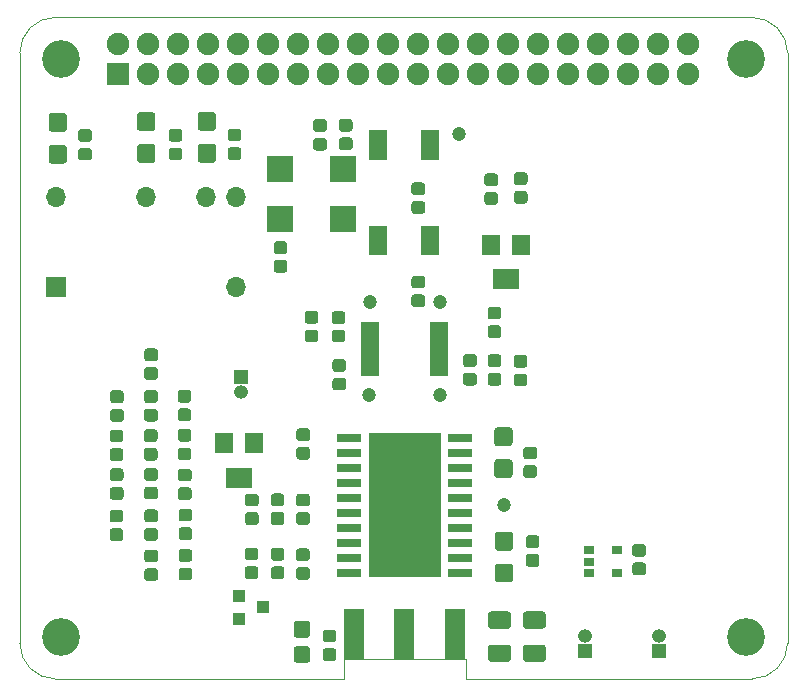
<source format=gbr>
G04 #@! TF.GenerationSoftware,KiCad,Pcbnew,5.0.0-fee4fd1~66~ubuntu18.04.1*
G04 #@! TF.CreationDate,2018-11-03T07:12:00+00:00*
G04 #@! TF.ProjectId,DDS-hat,4444532D6861742E6B696361645F7063,rev?*
G04 #@! TF.SameCoordinates,Original*
G04 #@! TF.FileFunction,Soldermask,Top*
G04 #@! TF.FilePolarity,Negative*
%FSLAX46Y46*%
G04 Gerber Fmt 4.6, Leading zero omitted, Abs format (unit mm)*
G04 Created by KiCad (PCBNEW 5.0.0-fee4fd1~66~ubuntu18.04.1) date Sat Nov  3 07:12:00 2018*
%MOMM*%
%LPD*%
G01*
G04 APERTURE LIST*
%ADD10C,0.100000*%
%ADD11R,1.200000X1.200000*%
%ADD12O,1.200000X1.200000*%
%ADD13O,1.700000X1.700000*%
%ADD14R,1.700000X1.700000*%
%ADD15C,1.075000*%
%ADD16R,1.700000X4.200000*%
%ADD17R,2.150000X0.800000*%
%ADD18C,0.700000*%
%ADD19R,6.200000X12.200000*%
%ADD20R,0.900000X0.710000*%
%ADD21C,1.400000*%
%ADD22R,1.100000X1.000000*%
%ADD23C,1.550000*%
%ADD24C,1.200000*%
%ADD25R,1.500000X1.800000*%
%ADD26R,2.200000X1.800000*%
%ADD27R,2.200000X2.200000*%
%ADD28R,1.900000X1.900000*%
%ADD29O,1.900000X1.900000*%
%ADD30R,1.600000X0.500000*%
%ADD31R,1.650000X0.650000*%
%ADD32C,1.450000*%
%ADD33C,3.200000*%
G04 APERTURE END LIST*
D10*
X116300000Y-116820000D02*
X140546356Y-116817611D01*
X105960000Y-115110000D02*
X105960000Y-116817611D01*
X116300000Y-115110000D02*
X116300000Y-116820000D01*
X105960000Y-115110000D02*
X116300000Y-115110000D01*
X78546356Y-63817611D02*
X78546356Y-113817611D01*
X78546356Y-63817611D02*
G75*
G02X81546356Y-60817611I3000000J0D01*
G01*
X140546356Y-60817611D02*
X81546356Y-60817611D01*
X140546356Y-60817611D02*
G75*
G02X143546356Y-63817611I0J-3000000D01*
G01*
X143546356Y-113817611D02*
X143546356Y-63817611D01*
X81546356Y-116817611D02*
G75*
G02X78546356Y-113817611I0J3000000D01*
G01*
X81546356Y-116817611D02*
X105960000Y-116820000D01*
X143546351Y-113822847D02*
G75*
G02X140546356Y-116817611I-2999995J5236D01*
G01*
D11*
G04 #@! TO.C,J2*
X126380000Y-114430000D03*
D12*
X126380000Y-113160000D03*
G04 #@! TD*
G04 #@! TO.C,J5*
X97290000Y-92500000D03*
D11*
X97290000Y-91230000D03*
G04 #@! TD*
G04 #@! TO.C,J6*
X132640000Y-114440000D03*
D12*
X132640000Y-113170000D03*
G04 #@! TD*
D13*
G04 #@! TO.C,U4*
X81650000Y-76060000D03*
X96890000Y-83680000D03*
X89270000Y-76060000D03*
X94350000Y-76060000D03*
X96890000Y-76060000D03*
D14*
X81650000Y-83680000D03*
G04 #@! TD*
D10*
G04 #@! TO.C,C31*
G36*
X103582592Y-87251294D02*
X103608681Y-87255164D01*
X103634264Y-87261572D01*
X103659096Y-87270457D01*
X103682938Y-87281734D01*
X103705560Y-87295293D01*
X103726743Y-87311003D01*
X103746285Y-87328715D01*
X103763997Y-87348257D01*
X103779707Y-87369440D01*
X103793266Y-87392062D01*
X103804543Y-87415904D01*
X103813428Y-87440736D01*
X103819836Y-87466319D01*
X103823706Y-87492408D01*
X103825000Y-87518750D01*
X103825000Y-88056250D01*
X103823706Y-88082592D01*
X103819836Y-88108681D01*
X103813428Y-88134264D01*
X103804543Y-88159096D01*
X103793266Y-88182938D01*
X103779707Y-88205560D01*
X103763997Y-88226743D01*
X103746285Y-88246285D01*
X103726743Y-88263997D01*
X103705560Y-88279707D01*
X103682938Y-88293266D01*
X103659096Y-88304543D01*
X103634264Y-88313428D01*
X103608681Y-88319836D01*
X103582592Y-88323706D01*
X103556250Y-88325000D01*
X102943750Y-88325000D01*
X102917408Y-88323706D01*
X102891319Y-88319836D01*
X102865736Y-88313428D01*
X102840904Y-88304543D01*
X102817062Y-88293266D01*
X102794440Y-88279707D01*
X102773257Y-88263997D01*
X102753715Y-88246285D01*
X102736003Y-88226743D01*
X102720293Y-88205560D01*
X102706734Y-88182938D01*
X102695457Y-88159096D01*
X102686572Y-88134264D01*
X102680164Y-88108681D01*
X102676294Y-88082592D01*
X102675000Y-88056250D01*
X102675000Y-87518750D01*
X102676294Y-87492408D01*
X102680164Y-87466319D01*
X102686572Y-87440736D01*
X102695457Y-87415904D01*
X102706734Y-87392062D01*
X102720293Y-87369440D01*
X102736003Y-87348257D01*
X102753715Y-87328715D01*
X102773257Y-87311003D01*
X102794440Y-87295293D01*
X102817062Y-87281734D01*
X102840904Y-87270457D01*
X102865736Y-87261572D01*
X102891319Y-87255164D01*
X102917408Y-87251294D01*
X102943750Y-87250000D01*
X103556250Y-87250000D01*
X103582592Y-87251294D01*
X103582592Y-87251294D01*
G37*
D15*
X103250000Y-87787500D03*
D10*
G36*
X103582592Y-85676294D02*
X103608681Y-85680164D01*
X103634264Y-85686572D01*
X103659096Y-85695457D01*
X103682938Y-85706734D01*
X103705560Y-85720293D01*
X103726743Y-85736003D01*
X103746285Y-85753715D01*
X103763997Y-85773257D01*
X103779707Y-85794440D01*
X103793266Y-85817062D01*
X103804543Y-85840904D01*
X103813428Y-85865736D01*
X103819836Y-85891319D01*
X103823706Y-85917408D01*
X103825000Y-85943750D01*
X103825000Y-86481250D01*
X103823706Y-86507592D01*
X103819836Y-86533681D01*
X103813428Y-86559264D01*
X103804543Y-86584096D01*
X103793266Y-86607938D01*
X103779707Y-86630560D01*
X103763997Y-86651743D01*
X103746285Y-86671285D01*
X103726743Y-86688997D01*
X103705560Y-86704707D01*
X103682938Y-86718266D01*
X103659096Y-86729543D01*
X103634264Y-86738428D01*
X103608681Y-86744836D01*
X103582592Y-86748706D01*
X103556250Y-86750000D01*
X102943750Y-86750000D01*
X102917408Y-86748706D01*
X102891319Y-86744836D01*
X102865736Y-86738428D01*
X102840904Y-86729543D01*
X102817062Y-86718266D01*
X102794440Y-86704707D01*
X102773257Y-86688997D01*
X102753715Y-86671285D01*
X102736003Y-86651743D01*
X102720293Y-86630560D01*
X102706734Y-86607938D01*
X102695457Y-86584096D01*
X102686572Y-86559264D01*
X102680164Y-86533681D01*
X102676294Y-86507592D01*
X102675000Y-86481250D01*
X102675000Y-85943750D01*
X102676294Y-85917408D01*
X102680164Y-85891319D01*
X102686572Y-85865736D01*
X102695457Y-85840904D01*
X102706734Y-85817062D01*
X102720293Y-85794440D01*
X102736003Y-85773257D01*
X102753715Y-85753715D01*
X102773257Y-85736003D01*
X102794440Y-85720293D01*
X102817062Y-85706734D01*
X102840904Y-85695457D01*
X102865736Y-85686572D01*
X102891319Y-85680164D01*
X102917408Y-85676294D01*
X102943750Y-85675000D01*
X103556250Y-85675000D01*
X103582592Y-85676294D01*
X103582592Y-85676294D01*
G37*
D15*
X103250000Y-86212500D03*
G04 #@! TD*
D16*
G04 #@! TO.C,J3*
X115360000Y-113040000D03*
X111110000Y-113040000D03*
X106860000Y-113040000D03*
G04 #@! TD*
D17*
G04 #@! TO.C,U5*
X106420000Y-96415000D03*
X106420000Y-97685000D03*
X106420000Y-98955000D03*
X106420000Y-100225000D03*
X106420000Y-101495000D03*
X106420000Y-102765000D03*
X106420000Y-104035000D03*
X106420000Y-105305000D03*
X106420000Y-106575000D03*
X106420000Y-107845000D03*
X115820000Y-107845000D03*
X115820000Y-106575000D03*
X115820000Y-105305000D03*
X115820000Y-104035000D03*
X115820000Y-102765000D03*
X115820000Y-101495000D03*
X115820000Y-100225000D03*
X115820000Y-98955000D03*
X115820000Y-97685000D03*
X115820000Y-96415000D03*
D18*
X110620000Y-101630000D03*
D19*
X111120000Y-102130000D03*
X111120000Y-102130000D03*
D18*
X111620000Y-101630000D03*
X110620000Y-102630000D03*
X111620000Y-102630000D03*
X111620000Y-104530000D03*
X110620000Y-104530000D03*
X110620000Y-103530000D03*
X111620000Y-103530000D03*
X109620000Y-102630000D03*
X109620000Y-104530000D03*
X109620000Y-103530000D03*
X109620000Y-101630000D03*
X112620000Y-101630000D03*
X112620000Y-104530000D03*
X112620000Y-102630000D03*
X112620000Y-103530000D03*
X111620000Y-100630000D03*
X112620000Y-100630000D03*
X109620000Y-99630000D03*
X110620000Y-100630000D03*
X112620000Y-99630000D03*
X109620000Y-100630000D03*
X110620000Y-99630000D03*
X111620000Y-99630000D03*
X112620000Y-98630000D03*
X111620000Y-98630000D03*
X109620000Y-98630000D03*
X110620000Y-98630000D03*
X110620000Y-105630000D03*
X109620000Y-105630000D03*
X112620000Y-105630000D03*
X111620000Y-105630000D03*
G04 #@! TD*
D10*
G04 #@! TO.C,C30*
G36*
X112612592Y-74796294D02*
X112638681Y-74800164D01*
X112664264Y-74806572D01*
X112689096Y-74815457D01*
X112712938Y-74826734D01*
X112735560Y-74840293D01*
X112756743Y-74856003D01*
X112776285Y-74873715D01*
X112793997Y-74893257D01*
X112809707Y-74914440D01*
X112823266Y-74937062D01*
X112834543Y-74960904D01*
X112843428Y-74985736D01*
X112849836Y-75011319D01*
X112853706Y-75037408D01*
X112855000Y-75063750D01*
X112855000Y-75601250D01*
X112853706Y-75627592D01*
X112849836Y-75653681D01*
X112843428Y-75679264D01*
X112834543Y-75704096D01*
X112823266Y-75727938D01*
X112809707Y-75750560D01*
X112793997Y-75771743D01*
X112776285Y-75791285D01*
X112756743Y-75808997D01*
X112735560Y-75824707D01*
X112712938Y-75838266D01*
X112689096Y-75849543D01*
X112664264Y-75858428D01*
X112638681Y-75864836D01*
X112612592Y-75868706D01*
X112586250Y-75870000D01*
X111973750Y-75870000D01*
X111947408Y-75868706D01*
X111921319Y-75864836D01*
X111895736Y-75858428D01*
X111870904Y-75849543D01*
X111847062Y-75838266D01*
X111824440Y-75824707D01*
X111803257Y-75808997D01*
X111783715Y-75791285D01*
X111766003Y-75771743D01*
X111750293Y-75750560D01*
X111736734Y-75727938D01*
X111725457Y-75704096D01*
X111716572Y-75679264D01*
X111710164Y-75653681D01*
X111706294Y-75627592D01*
X111705000Y-75601250D01*
X111705000Y-75063750D01*
X111706294Y-75037408D01*
X111710164Y-75011319D01*
X111716572Y-74985736D01*
X111725457Y-74960904D01*
X111736734Y-74937062D01*
X111750293Y-74914440D01*
X111766003Y-74893257D01*
X111783715Y-74873715D01*
X111803257Y-74856003D01*
X111824440Y-74840293D01*
X111847062Y-74826734D01*
X111870904Y-74815457D01*
X111895736Y-74806572D01*
X111921319Y-74800164D01*
X111947408Y-74796294D01*
X111973750Y-74795000D01*
X112586250Y-74795000D01*
X112612592Y-74796294D01*
X112612592Y-74796294D01*
G37*
D15*
X112280000Y-75332500D03*
D10*
G36*
X112612592Y-76371294D02*
X112638681Y-76375164D01*
X112664264Y-76381572D01*
X112689096Y-76390457D01*
X112712938Y-76401734D01*
X112735560Y-76415293D01*
X112756743Y-76431003D01*
X112776285Y-76448715D01*
X112793997Y-76468257D01*
X112809707Y-76489440D01*
X112823266Y-76512062D01*
X112834543Y-76535904D01*
X112843428Y-76560736D01*
X112849836Y-76586319D01*
X112853706Y-76612408D01*
X112855000Y-76638750D01*
X112855000Y-77176250D01*
X112853706Y-77202592D01*
X112849836Y-77228681D01*
X112843428Y-77254264D01*
X112834543Y-77279096D01*
X112823266Y-77302938D01*
X112809707Y-77325560D01*
X112793997Y-77346743D01*
X112776285Y-77366285D01*
X112756743Y-77383997D01*
X112735560Y-77399707D01*
X112712938Y-77413266D01*
X112689096Y-77424543D01*
X112664264Y-77433428D01*
X112638681Y-77439836D01*
X112612592Y-77443706D01*
X112586250Y-77445000D01*
X111973750Y-77445000D01*
X111947408Y-77443706D01*
X111921319Y-77439836D01*
X111895736Y-77433428D01*
X111870904Y-77424543D01*
X111847062Y-77413266D01*
X111824440Y-77399707D01*
X111803257Y-77383997D01*
X111783715Y-77366285D01*
X111766003Y-77346743D01*
X111750293Y-77325560D01*
X111736734Y-77302938D01*
X111725457Y-77279096D01*
X111716572Y-77254264D01*
X111710164Y-77228681D01*
X111706294Y-77202592D01*
X111705000Y-77176250D01*
X111705000Y-76638750D01*
X111706294Y-76612408D01*
X111710164Y-76586319D01*
X111716572Y-76560736D01*
X111725457Y-76535904D01*
X111736734Y-76512062D01*
X111750293Y-76489440D01*
X111766003Y-76468257D01*
X111783715Y-76448715D01*
X111803257Y-76431003D01*
X111824440Y-76415293D01*
X111847062Y-76401734D01*
X111870904Y-76390457D01*
X111895736Y-76381572D01*
X111921319Y-76375164D01*
X111947408Y-76371294D01*
X111973750Y-76370000D01*
X112586250Y-76370000D01*
X112612592Y-76371294D01*
X112612592Y-76371294D01*
G37*
D15*
X112280000Y-76907500D03*
G04 #@! TD*
D10*
G04 #@! TO.C,R16*
G36*
X121272592Y-90981294D02*
X121298681Y-90985164D01*
X121324264Y-90991572D01*
X121349096Y-91000457D01*
X121372938Y-91011734D01*
X121395560Y-91025293D01*
X121416743Y-91041003D01*
X121436285Y-91058715D01*
X121453997Y-91078257D01*
X121469707Y-91099440D01*
X121483266Y-91122062D01*
X121494543Y-91145904D01*
X121503428Y-91170736D01*
X121509836Y-91196319D01*
X121513706Y-91222408D01*
X121515000Y-91248750D01*
X121515000Y-91786250D01*
X121513706Y-91812592D01*
X121509836Y-91838681D01*
X121503428Y-91864264D01*
X121494543Y-91889096D01*
X121483266Y-91912938D01*
X121469707Y-91935560D01*
X121453997Y-91956743D01*
X121436285Y-91976285D01*
X121416743Y-91993997D01*
X121395560Y-92009707D01*
X121372938Y-92023266D01*
X121349096Y-92034543D01*
X121324264Y-92043428D01*
X121298681Y-92049836D01*
X121272592Y-92053706D01*
X121246250Y-92055000D01*
X120633750Y-92055000D01*
X120607408Y-92053706D01*
X120581319Y-92049836D01*
X120555736Y-92043428D01*
X120530904Y-92034543D01*
X120507062Y-92023266D01*
X120484440Y-92009707D01*
X120463257Y-91993997D01*
X120443715Y-91976285D01*
X120426003Y-91956743D01*
X120410293Y-91935560D01*
X120396734Y-91912938D01*
X120385457Y-91889096D01*
X120376572Y-91864264D01*
X120370164Y-91838681D01*
X120366294Y-91812592D01*
X120365000Y-91786250D01*
X120365000Y-91248750D01*
X120366294Y-91222408D01*
X120370164Y-91196319D01*
X120376572Y-91170736D01*
X120385457Y-91145904D01*
X120396734Y-91122062D01*
X120410293Y-91099440D01*
X120426003Y-91078257D01*
X120443715Y-91058715D01*
X120463257Y-91041003D01*
X120484440Y-91025293D01*
X120507062Y-91011734D01*
X120530904Y-91000457D01*
X120555736Y-90991572D01*
X120581319Y-90985164D01*
X120607408Y-90981294D01*
X120633750Y-90980000D01*
X121246250Y-90980000D01*
X121272592Y-90981294D01*
X121272592Y-90981294D01*
G37*
D15*
X120940000Y-91517500D03*
D10*
G36*
X121272592Y-89406294D02*
X121298681Y-89410164D01*
X121324264Y-89416572D01*
X121349096Y-89425457D01*
X121372938Y-89436734D01*
X121395560Y-89450293D01*
X121416743Y-89466003D01*
X121436285Y-89483715D01*
X121453997Y-89503257D01*
X121469707Y-89524440D01*
X121483266Y-89547062D01*
X121494543Y-89570904D01*
X121503428Y-89595736D01*
X121509836Y-89621319D01*
X121513706Y-89647408D01*
X121515000Y-89673750D01*
X121515000Y-90211250D01*
X121513706Y-90237592D01*
X121509836Y-90263681D01*
X121503428Y-90289264D01*
X121494543Y-90314096D01*
X121483266Y-90337938D01*
X121469707Y-90360560D01*
X121453997Y-90381743D01*
X121436285Y-90401285D01*
X121416743Y-90418997D01*
X121395560Y-90434707D01*
X121372938Y-90448266D01*
X121349096Y-90459543D01*
X121324264Y-90468428D01*
X121298681Y-90474836D01*
X121272592Y-90478706D01*
X121246250Y-90480000D01*
X120633750Y-90480000D01*
X120607408Y-90478706D01*
X120581319Y-90474836D01*
X120555736Y-90468428D01*
X120530904Y-90459543D01*
X120507062Y-90448266D01*
X120484440Y-90434707D01*
X120463257Y-90418997D01*
X120443715Y-90401285D01*
X120426003Y-90381743D01*
X120410293Y-90360560D01*
X120396734Y-90337938D01*
X120385457Y-90314096D01*
X120376572Y-90289264D01*
X120370164Y-90263681D01*
X120366294Y-90237592D01*
X120365000Y-90211250D01*
X120365000Y-89673750D01*
X120366294Y-89647408D01*
X120370164Y-89621319D01*
X120376572Y-89595736D01*
X120385457Y-89570904D01*
X120396734Y-89547062D01*
X120410293Y-89524440D01*
X120426003Y-89503257D01*
X120443715Y-89483715D01*
X120463257Y-89466003D01*
X120484440Y-89450293D01*
X120507062Y-89436734D01*
X120530904Y-89425457D01*
X120555736Y-89416572D01*
X120581319Y-89410164D01*
X120607408Y-89406294D01*
X120633750Y-89405000D01*
X121246250Y-89405000D01*
X121272592Y-89406294D01*
X121272592Y-89406294D01*
G37*
D15*
X120940000Y-89942500D03*
G04 #@! TD*
D20*
G04 #@! TO.C,U6*
X126750000Y-105940000D03*
X126750000Y-106890000D03*
X126750000Y-107840000D03*
X129070000Y-107840000D03*
X129070000Y-105940000D03*
G04 #@! TD*
D10*
G04 #@! TO.C,C29*
G36*
X131312592Y-105396294D02*
X131338681Y-105400164D01*
X131364264Y-105406572D01*
X131389096Y-105415457D01*
X131412938Y-105426734D01*
X131435560Y-105440293D01*
X131456743Y-105456003D01*
X131476285Y-105473715D01*
X131493997Y-105493257D01*
X131509707Y-105514440D01*
X131523266Y-105537062D01*
X131534543Y-105560904D01*
X131543428Y-105585736D01*
X131549836Y-105611319D01*
X131553706Y-105637408D01*
X131555000Y-105663750D01*
X131555000Y-106201250D01*
X131553706Y-106227592D01*
X131549836Y-106253681D01*
X131543428Y-106279264D01*
X131534543Y-106304096D01*
X131523266Y-106327938D01*
X131509707Y-106350560D01*
X131493997Y-106371743D01*
X131476285Y-106391285D01*
X131456743Y-106408997D01*
X131435560Y-106424707D01*
X131412938Y-106438266D01*
X131389096Y-106449543D01*
X131364264Y-106458428D01*
X131338681Y-106464836D01*
X131312592Y-106468706D01*
X131286250Y-106470000D01*
X130673750Y-106470000D01*
X130647408Y-106468706D01*
X130621319Y-106464836D01*
X130595736Y-106458428D01*
X130570904Y-106449543D01*
X130547062Y-106438266D01*
X130524440Y-106424707D01*
X130503257Y-106408997D01*
X130483715Y-106391285D01*
X130466003Y-106371743D01*
X130450293Y-106350560D01*
X130436734Y-106327938D01*
X130425457Y-106304096D01*
X130416572Y-106279264D01*
X130410164Y-106253681D01*
X130406294Y-106227592D01*
X130405000Y-106201250D01*
X130405000Y-105663750D01*
X130406294Y-105637408D01*
X130410164Y-105611319D01*
X130416572Y-105585736D01*
X130425457Y-105560904D01*
X130436734Y-105537062D01*
X130450293Y-105514440D01*
X130466003Y-105493257D01*
X130483715Y-105473715D01*
X130503257Y-105456003D01*
X130524440Y-105440293D01*
X130547062Y-105426734D01*
X130570904Y-105415457D01*
X130595736Y-105406572D01*
X130621319Y-105400164D01*
X130647408Y-105396294D01*
X130673750Y-105395000D01*
X131286250Y-105395000D01*
X131312592Y-105396294D01*
X131312592Y-105396294D01*
G37*
D15*
X130980000Y-105932500D03*
D10*
G36*
X131312592Y-106971294D02*
X131338681Y-106975164D01*
X131364264Y-106981572D01*
X131389096Y-106990457D01*
X131412938Y-107001734D01*
X131435560Y-107015293D01*
X131456743Y-107031003D01*
X131476285Y-107048715D01*
X131493997Y-107068257D01*
X131509707Y-107089440D01*
X131523266Y-107112062D01*
X131534543Y-107135904D01*
X131543428Y-107160736D01*
X131549836Y-107186319D01*
X131553706Y-107212408D01*
X131555000Y-107238750D01*
X131555000Y-107776250D01*
X131553706Y-107802592D01*
X131549836Y-107828681D01*
X131543428Y-107854264D01*
X131534543Y-107879096D01*
X131523266Y-107902938D01*
X131509707Y-107925560D01*
X131493997Y-107946743D01*
X131476285Y-107966285D01*
X131456743Y-107983997D01*
X131435560Y-107999707D01*
X131412938Y-108013266D01*
X131389096Y-108024543D01*
X131364264Y-108033428D01*
X131338681Y-108039836D01*
X131312592Y-108043706D01*
X131286250Y-108045000D01*
X130673750Y-108045000D01*
X130647408Y-108043706D01*
X130621319Y-108039836D01*
X130595736Y-108033428D01*
X130570904Y-108024543D01*
X130547062Y-108013266D01*
X130524440Y-107999707D01*
X130503257Y-107983997D01*
X130483715Y-107966285D01*
X130466003Y-107946743D01*
X130450293Y-107925560D01*
X130436734Y-107902938D01*
X130425457Y-107879096D01*
X130416572Y-107854264D01*
X130410164Y-107828681D01*
X130406294Y-107802592D01*
X130405000Y-107776250D01*
X130405000Y-107238750D01*
X130406294Y-107212408D01*
X130410164Y-107186319D01*
X130416572Y-107160736D01*
X130425457Y-107135904D01*
X130436734Y-107112062D01*
X130450293Y-107089440D01*
X130466003Y-107068257D01*
X130483715Y-107048715D01*
X130503257Y-107031003D01*
X130524440Y-107015293D01*
X130547062Y-107001734D01*
X130570904Y-106990457D01*
X130595736Y-106981572D01*
X130621319Y-106975164D01*
X130647408Y-106971294D01*
X130673750Y-106970000D01*
X131286250Y-106970000D01*
X131312592Y-106971294D01*
X131312592Y-106971294D01*
G37*
D15*
X130980000Y-107507500D03*
G04 #@! TD*
D10*
G04 #@! TO.C,D1*
G36*
X102887547Y-111928794D02*
X102913640Y-111932665D01*
X102939229Y-111939074D01*
X102964065Y-111947961D01*
X102987911Y-111959240D01*
X103010537Y-111972801D01*
X103031725Y-111988515D01*
X103051270Y-112006230D01*
X103068985Y-112025775D01*
X103084699Y-112046963D01*
X103098260Y-112069589D01*
X103109539Y-112093435D01*
X103118426Y-112118271D01*
X103124835Y-112143860D01*
X103128706Y-112169953D01*
X103130000Y-112196300D01*
X103130000Y-113058700D01*
X103128706Y-113085047D01*
X103124835Y-113111140D01*
X103118426Y-113136729D01*
X103109539Y-113161565D01*
X103098260Y-113185411D01*
X103084699Y-113208037D01*
X103068985Y-113229225D01*
X103051270Y-113248770D01*
X103031725Y-113266485D01*
X103010537Y-113282199D01*
X102987911Y-113295760D01*
X102964065Y-113307039D01*
X102939229Y-113315926D01*
X102913640Y-113322335D01*
X102887547Y-113326206D01*
X102861200Y-113327500D01*
X101998800Y-113327500D01*
X101972453Y-113326206D01*
X101946360Y-113322335D01*
X101920771Y-113315926D01*
X101895935Y-113307039D01*
X101872089Y-113295760D01*
X101849463Y-113282199D01*
X101828275Y-113266485D01*
X101808730Y-113248770D01*
X101791015Y-113229225D01*
X101775301Y-113208037D01*
X101761740Y-113185411D01*
X101750461Y-113161565D01*
X101741574Y-113136729D01*
X101735165Y-113111140D01*
X101731294Y-113085047D01*
X101730000Y-113058700D01*
X101730000Y-112196300D01*
X101731294Y-112169953D01*
X101735165Y-112143860D01*
X101741574Y-112118271D01*
X101750461Y-112093435D01*
X101761740Y-112069589D01*
X101775301Y-112046963D01*
X101791015Y-112025775D01*
X101808730Y-112006230D01*
X101828275Y-111988515D01*
X101849463Y-111972801D01*
X101872089Y-111959240D01*
X101895935Y-111947961D01*
X101920771Y-111939074D01*
X101946360Y-111932665D01*
X101972453Y-111928794D01*
X101998800Y-111927500D01*
X102861200Y-111927500D01*
X102887547Y-111928794D01*
X102887547Y-111928794D01*
G37*
D21*
X102430000Y-112627500D03*
D10*
G36*
X102887547Y-114053794D02*
X102913640Y-114057665D01*
X102939229Y-114064074D01*
X102964065Y-114072961D01*
X102987911Y-114084240D01*
X103010537Y-114097801D01*
X103031725Y-114113515D01*
X103051270Y-114131230D01*
X103068985Y-114150775D01*
X103084699Y-114171963D01*
X103098260Y-114194589D01*
X103109539Y-114218435D01*
X103118426Y-114243271D01*
X103124835Y-114268860D01*
X103128706Y-114294953D01*
X103130000Y-114321300D01*
X103130000Y-115183700D01*
X103128706Y-115210047D01*
X103124835Y-115236140D01*
X103118426Y-115261729D01*
X103109539Y-115286565D01*
X103098260Y-115310411D01*
X103084699Y-115333037D01*
X103068985Y-115354225D01*
X103051270Y-115373770D01*
X103031725Y-115391485D01*
X103010537Y-115407199D01*
X102987911Y-115420760D01*
X102964065Y-115432039D01*
X102939229Y-115440926D01*
X102913640Y-115447335D01*
X102887547Y-115451206D01*
X102861200Y-115452500D01*
X101998800Y-115452500D01*
X101972453Y-115451206D01*
X101946360Y-115447335D01*
X101920771Y-115440926D01*
X101895935Y-115432039D01*
X101872089Y-115420760D01*
X101849463Y-115407199D01*
X101828275Y-115391485D01*
X101808730Y-115373770D01*
X101791015Y-115354225D01*
X101775301Y-115333037D01*
X101761740Y-115310411D01*
X101750461Y-115286565D01*
X101741574Y-115261729D01*
X101735165Y-115236140D01*
X101731294Y-115210047D01*
X101730000Y-115183700D01*
X101730000Y-114321300D01*
X101731294Y-114294953D01*
X101735165Y-114268860D01*
X101741574Y-114243271D01*
X101750461Y-114218435D01*
X101761740Y-114194589D01*
X101775301Y-114171963D01*
X101791015Y-114150775D01*
X101808730Y-114131230D01*
X101828275Y-114113515D01*
X101849463Y-114097801D01*
X101872089Y-114084240D01*
X101895935Y-114072961D01*
X101920771Y-114064074D01*
X101946360Y-114057665D01*
X101972453Y-114053794D01*
X101998800Y-114052500D01*
X102861200Y-114052500D01*
X102887547Y-114053794D01*
X102887547Y-114053794D01*
G37*
D21*
X102430000Y-114752500D03*
G04 #@! TD*
D22*
G04 #@! TO.C,Q1*
X97120000Y-109820000D03*
X97120000Y-111720000D03*
X99120000Y-110770000D03*
G04 #@! TD*
D10*
G04 #@! TO.C,R15*
G36*
X105102592Y-114231294D02*
X105128681Y-114235164D01*
X105154264Y-114241572D01*
X105179096Y-114250457D01*
X105202938Y-114261734D01*
X105225560Y-114275293D01*
X105246743Y-114291003D01*
X105266285Y-114308715D01*
X105283997Y-114328257D01*
X105299707Y-114349440D01*
X105313266Y-114372062D01*
X105324543Y-114395904D01*
X105333428Y-114420736D01*
X105339836Y-114446319D01*
X105343706Y-114472408D01*
X105345000Y-114498750D01*
X105345000Y-115036250D01*
X105343706Y-115062592D01*
X105339836Y-115088681D01*
X105333428Y-115114264D01*
X105324543Y-115139096D01*
X105313266Y-115162938D01*
X105299707Y-115185560D01*
X105283997Y-115206743D01*
X105266285Y-115226285D01*
X105246743Y-115243997D01*
X105225560Y-115259707D01*
X105202938Y-115273266D01*
X105179096Y-115284543D01*
X105154264Y-115293428D01*
X105128681Y-115299836D01*
X105102592Y-115303706D01*
X105076250Y-115305000D01*
X104463750Y-115305000D01*
X104437408Y-115303706D01*
X104411319Y-115299836D01*
X104385736Y-115293428D01*
X104360904Y-115284543D01*
X104337062Y-115273266D01*
X104314440Y-115259707D01*
X104293257Y-115243997D01*
X104273715Y-115226285D01*
X104256003Y-115206743D01*
X104240293Y-115185560D01*
X104226734Y-115162938D01*
X104215457Y-115139096D01*
X104206572Y-115114264D01*
X104200164Y-115088681D01*
X104196294Y-115062592D01*
X104195000Y-115036250D01*
X104195000Y-114498750D01*
X104196294Y-114472408D01*
X104200164Y-114446319D01*
X104206572Y-114420736D01*
X104215457Y-114395904D01*
X104226734Y-114372062D01*
X104240293Y-114349440D01*
X104256003Y-114328257D01*
X104273715Y-114308715D01*
X104293257Y-114291003D01*
X104314440Y-114275293D01*
X104337062Y-114261734D01*
X104360904Y-114250457D01*
X104385736Y-114241572D01*
X104411319Y-114235164D01*
X104437408Y-114231294D01*
X104463750Y-114230000D01*
X105076250Y-114230000D01*
X105102592Y-114231294D01*
X105102592Y-114231294D01*
G37*
D15*
X104770000Y-114767500D03*
D10*
G36*
X105102592Y-112656294D02*
X105128681Y-112660164D01*
X105154264Y-112666572D01*
X105179096Y-112675457D01*
X105202938Y-112686734D01*
X105225560Y-112700293D01*
X105246743Y-112716003D01*
X105266285Y-112733715D01*
X105283997Y-112753257D01*
X105299707Y-112774440D01*
X105313266Y-112797062D01*
X105324543Y-112820904D01*
X105333428Y-112845736D01*
X105339836Y-112871319D01*
X105343706Y-112897408D01*
X105345000Y-112923750D01*
X105345000Y-113461250D01*
X105343706Y-113487592D01*
X105339836Y-113513681D01*
X105333428Y-113539264D01*
X105324543Y-113564096D01*
X105313266Y-113587938D01*
X105299707Y-113610560D01*
X105283997Y-113631743D01*
X105266285Y-113651285D01*
X105246743Y-113668997D01*
X105225560Y-113684707D01*
X105202938Y-113698266D01*
X105179096Y-113709543D01*
X105154264Y-113718428D01*
X105128681Y-113724836D01*
X105102592Y-113728706D01*
X105076250Y-113730000D01*
X104463750Y-113730000D01*
X104437408Y-113728706D01*
X104411319Y-113724836D01*
X104385736Y-113718428D01*
X104360904Y-113709543D01*
X104337062Y-113698266D01*
X104314440Y-113684707D01*
X104293257Y-113668997D01*
X104273715Y-113651285D01*
X104256003Y-113631743D01*
X104240293Y-113610560D01*
X104226734Y-113587938D01*
X104215457Y-113564096D01*
X104206572Y-113539264D01*
X104200164Y-113513681D01*
X104196294Y-113487592D01*
X104195000Y-113461250D01*
X104195000Y-112923750D01*
X104196294Y-112897408D01*
X104200164Y-112871319D01*
X104206572Y-112845736D01*
X104215457Y-112820904D01*
X104226734Y-112797062D01*
X104240293Y-112774440D01*
X104256003Y-112753257D01*
X104273715Y-112733715D01*
X104293257Y-112716003D01*
X104314440Y-112700293D01*
X104337062Y-112686734D01*
X104360904Y-112675457D01*
X104385736Y-112666572D01*
X104411319Y-112660164D01*
X104437408Y-112656294D01*
X104463750Y-112655000D01*
X105076250Y-112655000D01*
X105102592Y-112656294D01*
X105102592Y-112656294D01*
G37*
D15*
X104770000Y-113192500D03*
G04 #@! TD*
D10*
G04 #@! TO.C,C28*
G36*
X89994592Y-105889794D02*
X90020681Y-105893664D01*
X90046264Y-105900072D01*
X90071096Y-105908957D01*
X90094938Y-105920234D01*
X90117560Y-105933793D01*
X90138743Y-105949503D01*
X90158285Y-105967215D01*
X90175997Y-105986757D01*
X90191707Y-106007940D01*
X90205266Y-106030562D01*
X90216543Y-106054404D01*
X90225428Y-106079236D01*
X90231836Y-106104819D01*
X90235706Y-106130908D01*
X90237000Y-106157250D01*
X90237000Y-106694750D01*
X90235706Y-106721092D01*
X90231836Y-106747181D01*
X90225428Y-106772764D01*
X90216543Y-106797596D01*
X90205266Y-106821438D01*
X90191707Y-106844060D01*
X90175997Y-106865243D01*
X90158285Y-106884785D01*
X90138743Y-106902497D01*
X90117560Y-106918207D01*
X90094938Y-106931766D01*
X90071096Y-106943043D01*
X90046264Y-106951928D01*
X90020681Y-106958336D01*
X89994592Y-106962206D01*
X89968250Y-106963500D01*
X89355750Y-106963500D01*
X89329408Y-106962206D01*
X89303319Y-106958336D01*
X89277736Y-106951928D01*
X89252904Y-106943043D01*
X89229062Y-106931766D01*
X89206440Y-106918207D01*
X89185257Y-106902497D01*
X89165715Y-106884785D01*
X89148003Y-106865243D01*
X89132293Y-106844060D01*
X89118734Y-106821438D01*
X89107457Y-106797596D01*
X89098572Y-106772764D01*
X89092164Y-106747181D01*
X89088294Y-106721092D01*
X89087000Y-106694750D01*
X89087000Y-106157250D01*
X89088294Y-106130908D01*
X89092164Y-106104819D01*
X89098572Y-106079236D01*
X89107457Y-106054404D01*
X89118734Y-106030562D01*
X89132293Y-106007940D01*
X89148003Y-105986757D01*
X89165715Y-105967215D01*
X89185257Y-105949503D01*
X89206440Y-105933793D01*
X89229062Y-105920234D01*
X89252904Y-105908957D01*
X89277736Y-105900072D01*
X89303319Y-105893664D01*
X89329408Y-105889794D01*
X89355750Y-105888500D01*
X89968250Y-105888500D01*
X89994592Y-105889794D01*
X89994592Y-105889794D01*
G37*
D15*
X89662000Y-106426000D03*
D10*
G36*
X89994592Y-107464794D02*
X90020681Y-107468664D01*
X90046264Y-107475072D01*
X90071096Y-107483957D01*
X90094938Y-107495234D01*
X90117560Y-107508793D01*
X90138743Y-107524503D01*
X90158285Y-107542215D01*
X90175997Y-107561757D01*
X90191707Y-107582940D01*
X90205266Y-107605562D01*
X90216543Y-107629404D01*
X90225428Y-107654236D01*
X90231836Y-107679819D01*
X90235706Y-107705908D01*
X90237000Y-107732250D01*
X90237000Y-108269750D01*
X90235706Y-108296092D01*
X90231836Y-108322181D01*
X90225428Y-108347764D01*
X90216543Y-108372596D01*
X90205266Y-108396438D01*
X90191707Y-108419060D01*
X90175997Y-108440243D01*
X90158285Y-108459785D01*
X90138743Y-108477497D01*
X90117560Y-108493207D01*
X90094938Y-108506766D01*
X90071096Y-108518043D01*
X90046264Y-108526928D01*
X90020681Y-108533336D01*
X89994592Y-108537206D01*
X89968250Y-108538500D01*
X89355750Y-108538500D01*
X89329408Y-108537206D01*
X89303319Y-108533336D01*
X89277736Y-108526928D01*
X89252904Y-108518043D01*
X89229062Y-108506766D01*
X89206440Y-108493207D01*
X89185257Y-108477497D01*
X89165715Y-108459785D01*
X89148003Y-108440243D01*
X89132293Y-108419060D01*
X89118734Y-108396438D01*
X89107457Y-108372596D01*
X89098572Y-108347764D01*
X89092164Y-108322181D01*
X89088294Y-108296092D01*
X89087000Y-108269750D01*
X89087000Y-107732250D01*
X89088294Y-107705908D01*
X89092164Y-107679819D01*
X89098572Y-107654236D01*
X89107457Y-107629404D01*
X89118734Y-107605562D01*
X89132293Y-107582940D01*
X89148003Y-107561757D01*
X89165715Y-107542215D01*
X89185257Y-107524503D01*
X89206440Y-107508793D01*
X89229062Y-107495234D01*
X89252904Y-107483957D01*
X89277736Y-107475072D01*
X89303319Y-107468664D01*
X89329408Y-107464794D01*
X89355750Y-107463500D01*
X89968250Y-107463500D01*
X89994592Y-107464794D01*
X89994592Y-107464794D01*
G37*
D15*
X89662000Y-108001000D03*
G04 #@! TD*
D10*
G04 #@! TO.C,C27*
G36*
X92892592Y-102416294D02*
X92918681Y-102420164D01*
X92944264Y-102426572D01*
X92969096Y-102435457D01*
X92992938Y-102446734D01*
X93015560Y-102460293D01*
X93036743Y-102476003D01*
X93056285Y-102493715D01*
X93073997Y-102513257D01*
X93089707Y-102534440D01*
X93103266Y-102557062D01*
X93114543Y-102580904D01*
X93123428Y-102605736D01*
X93129836Y-102631319D01*
X93133706Y-102657408D01*
X93135000Y-102683750D01*
X93135000Y-103221250D01*
X93133706Y-103247592D01*
X93129836Y-103273681D01*
X93123428Y-103299264D01*
X93114543Y-103324096D01*
X93103266Y-103347938D01*
X93089707Y-103370560D01*
X93073997Y-103391743D01*
X93056285Y-103411285D01*
X93036743Y-103428997D01*
X93015560Y-103444707D01*
X92992938Y-103458266D01*
X92969096Y-103469543D01*
X92944264Y-103478428D01*
X92918681Y-103484836D01*
X92892592Y-103488706D01*
X92866250Y-103490000D01*
X92253750Y-103490000D01*
X92227408Y-103488706D01*
X92201319Y-103484836D01*
X92175736Y-103478428D01*
X92150904Y-103469543D01*
X92127062Y-103458266D01*
X92104440Y-103444707D01*
X92083257Y-103428997D01*
X92063715Y-103411285D01*
X92046003Y-103391743D01*
X92030293Y-103370560D01*
X92016734Y-103347938D01*
X92005457Y-103324096D01*
X91996572Y-103299264D01*
X91990164Y-103273681D01*
X91986294Y-103247592D01*
X91985000Y-103221250D01*
X91985000Y-102683750D01*
X91986294Y-102657408D01*
X91990164Y-102631319D01*
X91996572Y-102605736D01*
X92005457Y-102580904D01*
X92016734Y-102557062D01*
X92030293Y-102534440D01*
X92046003Y-102513257D01*
X92063715Y-102493715D01*
X92083257Y-102476003D01*
X92104440Y-102460293D01*
X92127062Y-102446734D01*
X92150904Y-102435457D01*
X92175736Y-102426572D01*
X92201319Y-102420164D01*
X92227408Y-102416294D01*
X92253750Y-102415000D01*
X92866250Y-102415000D01*
X92892592Y-102416294D01*
X92892592Y-102416294D01*
G37*
D15*
X92560000Y-102952500D03*
D10*
G36*
X92892592Y-103991294D02*
X92918681Y-103995164D01*
X92944264Y-104001572D01*
X92969096Y-104010457D01*
X92992938Y-104021734D01*
X93015560Y-104035293D01*
X93036743Y-104051003D01*
X93056285Y-104068715D01*
X93073997Y-104088257D01*
X93089707Y-104109440D01*
X93103266Y-104132062D01*
X93114543Y-104155904D01*
X93123428Y-104180736D01*
X93129836Y-104206319D01*
X93133706Y-104232408D01*
X93135000Y-104258750D01*
X93135000Y-104796250D01*
X93133706Y-104822592D01*
X93129836Y-104848681D01*
X93123428Y-104874264D01*
X93114543Y-104899096D01*
X93103266Y-104922938D01*
X93089707Y-104945560D01*
X93073997Y-104966743D01*
X93056285Y-104986285D01*
X93036743Y-105003997D01*
X93015560Y-105019707D01*
X92992938Y-105033266D01*
X92969096Y-105044543D01*
X92944264Y-105053428D01*
X92918681Y-105059836D01*
X92892592Y-105063706D01*
X92866250Y-105065000D01*
X92253750Y-105065000D01*
X92227408Y-105063706D01*
X92201319Y-105059836D01*
X92175736Y-105053428D01*
X92150904Y-105044543D01*
X92127062Y-105033266D01*
X92104440Y-105019707D01*
X92083257Y-105003997D01*
X92063715Y-104986285D01*
X92046003Y-104966743D01*
X92030293Y-104945560D01*
X92016734Y-104922938D01*
X92005457Y-104899096D01*
X91996572Y-104874264D01*
X91990164Y-104848681D01*
X91986294Y-104822592D01*
X91985000Y-104796250D01*
X91985000Y-104258750D01*
X91986294Y-104232408D01*
X91990164Y-104206319D01*
X91996572Y-104180736D01*
X92005457Y-104155904D01*
X92016734Y-104132062D01*
X92030293Y-104109440D01*
X92046003Y-104088257D01*
X92063715Y-104068715D01*
X92083257Y-104051003D01*
X92104440Y-104035293D01*
X92127062Y-104021734D01*
X92150904Y-104010457D01*
X92175736Y-104001572D01*
X92201319Y-103995164D01*
X92227408Y-103991294D01*
X92253750Y-103990000D01*
X92866250Y-103990000D01*
X92892592Y-103991294D01*
X92892592Y-103991294D01*
G37*
D15*
X92560000Y-104527500D03*
G04 #@! TD*
D10*
G04 #@! TO.C,C26*
G36*
X87052592Y-102506294D02*
X87078681Y-102510164D01*
X87104264Y-102516572D01*
X87129096Y-102525457D01*
X87152938Y-102536734D01*
X87175560Y-102550293D01*
X87196743Y-102566003D01*
X87216285Y-102583715D01*
X87233997Y-102603257D01*
X87249707Y-102624440D01*
X87263266Y-102647062D01*
X87274543Y-102670904D01*
X87283428Y-102695736D01*
X87289836Y-102721319D01*
X87293706Y-102747408D01*
X87295000Y-102773750D01*
X87295000Y-103311250D01*
X87293706Y-103337592D01*
X87289836Y-103363681D01*
X87283428Y-103389264D01*
X87274543Y-103414096D01*
X87263266Y-103437938D01*
X87249707Y-103460560D01*
X87233997Y-103481743D01*
X87216285Y-103501285D01*
X87196743Y-103518997D01*
X87175560Y-103534707D01*
X87152938Y-103548266D01*
X87129096Y-103559543D01*
X87104264Y-103568428D01*
X87078681Y-103574836D01*
X87052592Y-103578706D01*
X87026250Y-103580000D01*
X86413750Y-103580000D01*
X86387408Y-103578706D01*
X86361319Y-103574836D01*
X86335736Y-103568428D01*
X86310904Y-103559543D01*
X86287062Y-103548266D01*
X86264440Y-103534707D01*
X86243257Y-103518997D01*
X86223715Y-103501285D01*
X86206003Y-103481743D01*
X86190293Y-103460560D01*
X86176734Y-103437938D01*
X86165457Y-103414096D01*
X86156572Y-103389264D01*
X86150164Y-103363681D01*
X86146294Y-103337592D01*
X86145000Y-103311250D01*
X86145000Y-102773750D01*
X86146294Y-102747408D01*
X86150164Y-102721319D01*
X86156572Y-102695736D01*
X86165457Y-102670904D01*
X86176734Y-102647062D01*
X86190293Y-102624440D01*
X86206003Y-102603257D01*
X86223715Y-102583715D01*
X86243257Y-102566003D01*
X86264440Y-102550293D01*
X86287062Y-102536734D01*
X86310904Y-102525457D01*
X86335736Y-102516572D01*
X86361319Y-102510164D01*
X86387408Y-102506294D01*
X86413750Y-102505000D01*
X87026250Y-102505000D01*
X87052592Y-102506294D01*
X87052592Y-102506294D01*
G37*
D15*
X86720000Y-103042500D03*
D10*
G36*
X87052592Y-104081294D02*
X87078681Y-104085164D01*
X87104264Y-104091572D01*
X87129096Y-104100457D01*
X87152938Y-104111734D01*
X87175560Y-104125293D01*
X87196743Y-104141003D01*
X87216285Y-104158715D01*
X87233997Y-104178257D01*
X87249707Y-104199440D01*
X87263266Y-104222062D01*
X87274543Y-104245904D01*
X87283428Y-104270736D01*
X87289836Y-104296319D01*
X87293706Y-104322408D01*
X87295000Y-104348750D01*
X87295000Y-104886250D01*
X87293706Y-104912592D01*
X87289836Y-104938681D01*
X87283428Y-104964264D01*
X87274543Y-104989096D01*
X87263266Y-105012938D01*
X87249707Y-105035560D01*
X87233997Y-105056743D01*
X87216285Y-105076285D01*
X87196743Y-105093997D01*
X87175560Y-105109707D01*
X87152938Y-105123266D01*
X87129096Y-105134543D01*
X87104264Y-105143428D01*
X87078681Y-105149836D01*
X87052592Y-105153706D01*
X87026250Y-105155000D01*
X86413750Y-105155000D01*
X86387408Y-105153706D01*
X86361319Y-105149836D01*
X86335736Y-105143428D01*
X86310904Y-105134543D01*
X86287062Y-105123266D01*
X86264440Y-105109707D01*
X86243257Y-105093997D01*
X86223715Y-105076285D01*
X86206003Y-105056743D01*
X86190293Y-105035560D01*
X86176734Y-105012938D01*
X86165457Y-104989096D01*
X86156572Y-104964264D01*
X86150164Y-104938681D01*
X86146294Y-104912592D01*
X86145000Y-104886250D01*
X86145000Y-104348750D01*
X86146294Y-104322408D01*
X86150164Y-104296319D01*
X86156572Y-104270736D01*
X86165457Y-104245904D01*
X86176734Y-104222062D01*
X86190293Y-104199440D01*
X86206003Y-104178257D01*
X86223715Y-104158715D01*
X86243257Y-104141003D01*
X86264440Y-104125293D01*
X86287062Y-104111734D01*
X86310904Y-104100457D01*
X86335736Y-104091572D01*
X86361319Y-104085164D01*
X86387408Y-104081294D01*
X86413750Y-104080000D01*
X87026250Y-104080000D01*
X87052592Y-104081294D01*
X87052592Y-104081294D01*
G37*
D15*
X86720000Y-104617500D03*
G04 #@! TD*
D10*
G04 #@! TO.C,C25*
G36*
X92852592Y-99026294D02*
X92878681Y-99030164D01*
X92904264Y-99036572D01*
X92929096Y-99045457D01*
X92952938Y-99056734D01*
X92975560Y-99070293D01*
X92996743Y-99086003D01*
X93016285Y-99103715D01*
X93033997Y-99123257D01*
X93049707Y-99144440D01*
X93063266Y-99167062D01*
X93074543Y-99190904D01*
X93083428Y-99215736D01*
X93089836Y-99241319D01*
X93093706Y-99267408D01*
X93095000Y-99293750D01*
X93095000Y-99831250D01*
X93093706Y-99857592D01*
X93089836Y-99883681D01*
X93083428Y-99909264D01*
X93074543Y-99934096D01*
X93063266Y-99957938D01*
X93049707Y-99980560D01*
X93033997Y-100001743D01*
X93016285Y-100021285D01*
X92996743Y-100038997D01*
X92975560Y-100054707D01*
X92952938Y-100068266D01*
X92929096Y-100079543D01*
X92904264Y-100088428D01*
X92878681Y-100094836D01*
X92852592Y-100098706D01*
X92826250Y-100100000D01*
X92213750Y-100100000D01*
X92187408Y-100098706D01*
X92161319Y-100094836D01*
X92135736Y-100088428D01*
X92110904Y-100079543D01*
X92087062Y-100068266D01*
X92064440Y-100054707D01*
X92043257Y-100038997D01*
X92023715Y-100021285D01*
X92006003Y-100001743D01*
X91990293Y-99980560D01*
X91976734Y-99957938D01*
X91965457Y-99934096D01*
X91956572Y-99909264D01*
X91950164Y-99883681D01*
X91946294Y-99857592D01*
X91945000Y-99831250D01*
X91945000Y-99293750D01*
X91946294Y-99267408D01*
X91950164Y-99241319D01*
X91956572Y-99215736D01*
X91965457Y-99190904D01*
X91976734Y-99167062D01*
X91990293Y-99144440D01*
X92006003Y-99123257D01*
X92023715Y-99103715D01*
X92043257Y-99086003D01*
X92064440Y-99070293D01*
X92087062Y-99056734D01*
X92110904Y-99045457D01*
X92135736Y-99036572D01*
X92161319Y-99030164D01*
X92187408Y-99026294D01*
X92213750Y-99025000D01*
X92826250Y-99025000D01*
X92852592Y-99026294D01*
X92852592Y-99026294D01*
G37*
D15*
X92520000Y-99562500D03*
D10*
G36*
X92852592Y-100601294D02*
X92878681Y-100605164D01*
X92904264Y-100611572D01*
X92929096Y-100620457D01*
X92952938Y-100631734D01*
X92975560Y-100645293D01*
X92996743Y-100661003D01*
X93016285Y-100678715D01*
X93033997Y-100698257D01*
X93049707Y-100719440D01*
X93063266Y-100742062D01*
X93074543Y-100765904D01*
X93083428Y-100790736D01*
X93089836Y-100816319D01*
X93093706Y-100842408D01*
X93095000Y-100868750D01*
X93095000Y-101406250D01*
X93093706Y-101432592D01*
X93089836Y-101458681D01*
X93083428Y-101484264D01*
X93074543Y-101509096D01*
X93063266Y-101532938D01*
X93049707Y-101555560D01*
X93033997Y-101576743D01*
X93016285Y-101596285D01*
X92996743Y-101613997D01*
X92975560Y-101629707D01*
X92952938Y-101643266D01*
X92929096Y-101654543D01*
X92904264Y-101663428D01*
X92878681Y-101669836D01*
X92852592Y-101673706D01*
X92826250Y-101675000D01*
X92213750Y-101675000D01*
X92187408Y-101673706D01*
X92161319Y-101669836D01*
X92135736Y-101663428D01*
X92110904Y-101654543D01*
X92087062Y-101643266D01*
X92064440Y-101629707D01*
X92043257Y-101613997D01*
X92023715Y-101596285D01*
X92006003Y-101576743D01*
X91990293Y-101555560D01*
X91976734Y-101532938D01*
X91965457Y-101509096D01*
X91956572Y-101484264D01*
X91950164Y-101458681D01*
X91946294Y-101432592D01*
X91945000Y-101406250D01*
X91945000Y-100868750D01*
X91946294Y-100842408D01*
X91950164Y-100816319D01*
X91956572Y-100790736D01*
X91965457Y-100765904D01*
X91976734Y-100742062D01*
X91990293Y-100719440D01*
X92006003Y-100698257D01*
X92023715Y-100678715D01*
X92043257Y-100661003D01*
X92064440Y-100645293D01*
X92087062Y-100631734D01*
X92110904Y-100620457D01*
X92135736Y-100611572D01*
X92161319Y-100605164D01*
X92187408Y-100601294D01*
X92213750Y-100600000D01*
X92826250Y-100600000D01*
X92852592Y-100601294D01*
X92852592Y-100601294D01*
G37*
D15*
X92520000Y-101137500D03*
G04 #@! TD*
D10*
G04 #@! TO.C,C24*
G36*
X87082592Y-99006294D02*
X87108681Y-99010164D01*
X87134264Y-99016572D01*
X87159096Y-99025457D01*
X87182938Y-99036734D01*
X87205560Y-99050293D01*
X87226743Y-99066003D01*
X87246285Y-99083715D01*
X87263997Y-99103257D01*
X87279707Y-99124440D01*
X87293266Y-99147062D01*
X87304543Y-99170904D01*
X87313428Y-99195736D01*
X87319836Y-99221319D01*
X87323706Y-99247408D01*
X87325000Y-99273750D01*
X87325000Y-99811250D01*
X87323706Y-99837592D01*
X87319836Y-99863681D01*
X87313428Y-99889264D01*
X87304543Y-99914096D01*
X87293266Y-99937938D01*
X87279707Y-99960560D01*
X87263997Y-99981743D01*
X87246285Y-100001285D01*
X87226743Y-100018997D01*
X87205560Y-100034707D01*
X87182938Y-100048266D01*
X87159096Y-100059543D01*
X87134264Y-100068428D01*
X87108681Y-100074836D01*
X87082592Y-100078706D01*
X87056250Y-100080000D01*
X86443750Y-100080000D01*
X86417408Y-100078706D01*
X86391319Y-100074836D01*
X86365736Y-100068428D01*
X86340904Y-100059543D01*
X86317062Y-100048266D01*
X86294440Y-100034707D01*
X86273257Y-100018997D01*
X86253715Y-100001285D01*
X86236003Y-99981743D01*
X86220293Y-99960560D01*
X86206734Y-99937938D01*
X86195457Y-99914096D01*
X86186572Y-99889264D01*
X86180164Y-99863681D01*
X86176294Y-99837592D01*
X86175000Y-99811250D01*
X86175000Y-99273750D01*
X86176294Y-99247408D01*
X86180164Y-99221319D01*
X86186572Y-99195736D01*
X86195457Y-99170904D01*
X86206734Y-99147062D01*
X86220293Y-99124440D01*
X86236003Y-99103257D01*
X86253715Y-99083715D01*
X86273257Y-99066003D01*
X86294440Y-99050293D01*
X86317062Y-99036734D01*
X86340904Y-99025457D01*
X86365736Y-99016572D01*
X86391319Y-99010164D01*
X86417408Y-99006294D01*
X86443750Y-99005000D01*
X87056250Y-99005000D01*
X87082592Y-99006294D01*
X87082592Y-99006294D01*
G37*
D15*
X86750000Y-99542500D03*
D10*
G36*
X87082592Y-100581294D02*
X87108681Y-100585164D01*
X87134264Y-100591572D01*
X87159096Y-100600457D01*
X87182938Y-100611734D01*
X87205560Y-100625293D01*
X87226743Y-100641003D01*
X87246285Y-100658715D01*
X87263997Y-100678257D01*
X87279707Y-100699440D01*
X87293266Y-100722062D01*
X87304543Y-100745904D01*
X87313428Y-100770736D01*
X87319836Y-100796319D01*
X87323706Y-100822408D01*
X87325000Y-100848750D01*
X87325000Y-101386250D01*
X87323706Y-101412592D01*
X87319836Y-101438681D01*
X87313428Y-101464264D01*
X87304543Y-101489096D01*
X87293266Y-101512938D01*
X87279707Y-101535560D01*
X87263997Y-101556743D01*
X87246285Y-101576285D01*
X87226743Y-101593997D01*
X87205560Y-101609707D01*
X87182938Y-101623266D01*
X87159096Y-101634543D01*
X87134264Y-101643428D01*
X87108681Y-101649836D01*
X87082592Y-101653706D01*
X87056250Y-101655000D01*
X86443750Y-101655000D01*
X86417408Y-101653706D01*
X86391319Y-101649836D01*
X86365736Y-101643428D01*
X86340904Y-101634543D01*
X86317062Y-101623266D01*
X86294440Y-101609707D01*
X86273257Y-101593997D01*
X86253715Y-101576285D01*
X86236003Y-101556743D01*
X86220293Y-101535560D01*
X86206734Y-101512938D01*
X86195457Y-101489096D01*
X86186572Y-101464264D01*
X86180164Y-101438681D01*
X86176294Y-101412592D01*
X86175000Y-101386250D01*
X86175000Y-100848750D01*
X86176294Y-100822408D01*
X86180164Y-100796319D01*
X86186572Y-100770736D01*
X86195457Y-100745904D01*
X86206734Y-100722062D01*
X86220293Y-100699440D01*
X86236003Y-100678257D01*
X86253715Y-100658715D01*
X86273257Y-100641003D01*
X86294440Y-100625293D01*
X86317062Y-100611734D01*
X86340904Y-100600457D01*
X86365736Y-100591572D01*
X86391319Y-100585164D01*
X86417408Y-100581294D01*
X86443750Y-100580000D01*
X87056250Y-100580000D01*
X87082592Y-100581294D01*
X87082592Y-100581294D01*
G37*
D15*
X86750000Y-101117500D03*
G04 #@! TD*
D10*
G04 #@! TO.C,C23*
G36*
X92832592Y-95663794D02*
X92858681Y-95667664D01*
X92884264Y-95674072D01*
X92909096Y-95682957D01*
X92932938Y-95694234D01*
X92955560Y-95707793D01*
X92976743Y-95723503D01*
X92996285Y-95741215D01*
X93013997Y-95760757D01*
X93029707Y-95781940D01*
X93043266Y-95804562D01*
X93054543Y-95828404D01*
X93063428Y-95853236D01*
X93069836Y-95878819D01*
X93073706Y-95904908D01*
X93075000Y-95931250D01*
X93075000Y-96468750D01*
X93073706Y-96495092D01*
X93069836Y-96521181D01*
X93063428Y-96546764D01*
X93054543Y-96571596D01*
X93043266Y-96595438D01*
X93029707Y-96618060D01*
X93013997Y-96639243D01*
X92996285Y-96658785D01*
X92976743Y-96676497D01*
X92955560Y-96692207D01*
X92932938Y-96705766D01*
X92909096Y-96717043D01*
X92884264Y-96725928D01*
X92858681Y-96732336D01*
X92832592Y-96736206D01*
X92806250Y-96737500D01*
X92193750Y-96737500D01*
X92167408Y-96736206D01*
X92141319Y-96732336D01*
X92115736Y-96725928D01*
X92090904Y-96717043D01*
X92067062Y-96705766D01*
X92044440Y-96692207D01*
X92023257Y-96676497D01*
X92003715Y-96658785D01*
X91986003Y-96639243D01*
X91970293Y-96618060D01*
X91956734Y-96595438D01*
X91945457Y-96571596D01*
X91936572Y-96546764D01*
X91930164Y-96521181D01*
X91926294Y-96495092D01*
X91925000Y-96468750D01*
X91925000Y-95931250D01*
X91926294Y-95904908D01*
X91930164Y-95878819D01*
X91936572Y-95853236D01*
X91945457Y-95828404D01*
X91956734Y-95804562D01*
X91970293Y-95781940D01*
X91986003Y-95760757D01*
X92003715Y-95741215D01*
X92023257Y-95723503D01*
X92044440Y-95707793D01*
X92067062Y-95694234D01*
X92090904Y-95682957D01*
X92115736Y-95674072D01*
X92141319Y-95667664D01*
X92167408Y-95663794D01*
X92193750Y-95662500D01*
X92806250Y-95662500D01*
X92832592Y-95663794D01*
X92832592Y-95663794D01*
G37*
D15*
X92500000Y-96200000D03*
D10*
G36*
X92832592Y-97238794D02*
X92858681Y-97242664D01*
X92884264Y-97249072D01*
X92909096Y-97257957D01*
X92932938Y-97269234D01*
X92955560Y-97282793D01*
X92976743Y-97298503D01*
X92996285Y-97316215D01*
X93013997Y-97335757D01*
X93029707Y-97356940D01*
X93043266Y-97379562D01*
X93054543Y-97403404D01*
X93063428Y-97428236D01*
X93069836Y-97453819D01*
X93073706Y-97479908D01*
X93075000Y-97506250D01*
X93075000Y-98043750D01*
X93073706Y-98070092D01*
X93069836Y-98096181D01*
X93063428Y-98121764D01*
X93054543Y-98146596D01*
X93043266Y-98170438D01*
X93029707Y-98193060D01*
X93013997Y-98214243D01*
X92996285Y-98233785D01*
X92976743Y-98251497D01*
X92955560Y-98267207D01*
X92932938Y-98280766D01*
X92909096Y-98292043D01*
X92884264Y-98300928D01*
X92858681Y-98307336D01*
X92832592Y-98311206D01*
X92806250Y-98312500D01*
X92193750Y-98312500D01*
X92167408Y-98311206D01*
X92141319Y-98307336D01*
X92115736Y-98300928D01*
X92090904Y-98292043D01*
X92067062Y-98280766D01*
X92044440Y-98267207D01*
X92023257Y-98251497D01*
X92003715Y-98233785D01*
X91986003Y-98214243D01*
X91970293Y-98193060D01*
X91956734Y-98170438D01*
X91945457Y-98146596D01*
X91936572Y-98121764D01*
X91930164Y-98096181D01*
X91926294Y-98070092D01*
X91925000Y-98043750D01*
X91925000Y-97506250D01*
X91926294Y-97479908D01*
X91930164Y-97453819D01*
X91936572Y-97428236D01*
X91945457Y-97403404D01*
X91956734Y-97379562D01*
X91970293Y-97356940D01*
X91986003Y-97335757D01*
X92003715Y-97316215D01*
X92023257Y-97298503D01*
X92044440Y-97282793D01*
X92067062Y-97269234D01*
X92090904Y-97257957D01*
X92115736Y-97249072D01*
X92141319Y-97242664D01*
X92167408Y-97238794D01*
X92193750Y-97237500D01*
X92806250Y-97237500D01*
X92832592Y-97238794D01*
X92832592Y-97238794D01*
G37*
D15*
X92500000Y-97775000D03*
G04 #@! TD*
D10*
G04 #@! TO.C,C22*
G36*
X87062592Y-95729794D02*
X87088681Y-95733664D01*
X87114264Y-95740072D01*
X87139096Y-95748957D01*
X87162938Y-95760234D01*
X87185560Y-95773793D01*
X87206743Y-95789503D01*
X87226285Y-95807215D01*
X87243997Y-95826757D01*
X87259707Y-95847940D01*
X87273266Y-95870562D01*
X87284543Y-95894404D01*
X87293428Y-95919236D01*
X87299836Y-95944819D01*
X87303706Y-95970908D01*
X87305000Y-95997250D01*
X87305000Y-96534750D01*
X87303706Y-96561092D01*
X87299836Y-96587181D01*
X87293428Y-96612764D01*
X87284543Y-96637596D01*
X87273266Y-96661438D01*
X87259707Y-96684060D01*
X87243997Y-96705243D01*
X87226285Y-96724785D01*
X87206743Y-96742497D01*
X87185560Y-96758207D01*
X87162938Y-96771766D01*
X87139096Y-96783043D01*
X87114264Y-96791928D01*
X87088681Y-96798336D01*
X87062592Y-96802206D01*
X87036250Y-96803500D01*
X86423750Y-96803500D01*
X86397408Y-96802206D01*
X86371319Y-96798336D01*
X86345736Y-96791928D01*
X86320904Y-96783043D01*
X86297062Y-96771766D01*
X86274440Y-96758207D01*
X86253257Y-96742497D01*
X86233715Y-96724785D01*
X86216003Y-96705243D01*
X86200293Y-96684060D01*
X86186734Y-96661438D01*
X86175457Y-96637596D01*
X86166572Y-96612764D01*
X86160164Y-96587181D01*
X86156294Y-96561092D01*
X86155000Y-96534750D01*
X86155000Y-95997250D01*
X86156294Y-95970908D01*
X86160164Y-95944819D01*
X86166572Y-95919236D01*
X86175457Y-95894404D01*
X86186734Y-95870562D01*
X86200293Y-95847940D01*
X86216003Y-95826757D01*
X86233715Y-95807215D01*
X86253257Y-95789503D01*
X86274440Y-95773793D01*
X86297062Y-95760234D01*
X86320904Y-95748957D01*
X86345736Y-95740072D01*
X86371319Y-95733664D01*
X86397408Y-95729794D01*
X86423750Y-95728500D01*
X87036250Y-95728500D01*
X87062592Y-95729794D01*
X87062592Y-95729794D01*
G37*
D15*
X86730000Y-96266000D03*
D10*
G36*
X87062592Y-97304794D02*
X87088681Y-97308664D01*
X87114264Y-97315072D01*
X87139096Y-97323957D01*
X87162938Y-97335234D01*
X87185560Y-97348793D01*
X87206743Y-97364503D01*
X87226285Y-97382215D01*
X87243997Y-97401757D01*
X87259707Y-97422940D01*
X87273266Y-97445562D01*
X87284543Y-97469404D01*
X87293428Y-97494236D01*
X87299836Y-97519819D01*
X87303706Y-97545908D01*
X87305000Y-97572250D01*
X87305000Y-98109750D01*
X87303706Y-98136092D01*
X87299836Y-98162181D01*
X87293428Y-98187764D01*
X87284543Y-98212596D01*
X87273266Y-98236438D01*
X87259707Y-98259060D01*
X87243997Y-98280243D01*
X87226285Y-98299785D01*
X87206743Y-98317497D01*
X87185560Y-98333207D01*
X87162938Y-98346766D01*
X87139096Y-98358043D01*
X87114264Y-98366928D01*
X87088681Y-98373336D01*
X87062592Y-98377206D01*
X87036250Y-98378500D01*
X86423750Y-98378500D01*
X86397408Y-98377206D01*
X86371319Y-98373336D01*
X86345736Y-98366928D01*
X86320904Y-98358043D01*
X86297062Y-98346766D01*
X86274440Y-98333207D01*
X86253257Y-98317497D01*
X86233715Y-98299785D01*
X86216003Y-98280243D01*
X86200293Y-98259060D01*
X86186734Y-98236438D01*
X86175457Y-98212596D01*
X86166572Y-98187764D01*
X86160164Y-98162181D01*
X86156294Y-98136092D01*
X86155000Y-98109750D01*
X86155000Y-97572250D01*
X86156294Y-97545908D01*
X86160164Y-97519819D01*
X86166572Y-97494236D01*
X86175457Y-97469404D01*
X86186734Y-97445562D01*
X86200293Y-97422940D01*
X86216003Y-97401757D01*
X86233715Y-97382215D01*
X86253257Y-97364503D01*
X86274440Y-97348793D01*
X86297062Y-97335234D01*
X86320904Y-97323957D01*
X86345736Y-97315072D01*
X86371319Y-97308664D01*
X86397408Y-97304794D01*
X86423750Y-97303500D01*
X87036250Y-97303500D01*
X87062592Y-97304794D01*
X87062592Y-97304794D01*
G37*
D15*
X86730000Y-97841000D03*
G04 #@! TD*
D10*
G04 #@! TO.C,C21*
G36*
X92812592Y-92353794D02*
X92838681Y-92357664D01*
X92864264Y-92364072D01*
X92889096Y-92372957D01*
X92912938Y-92384234D01*
X92935560Y-92397793D01*
X92956743Y-92413503D01*
X92976285Y-92431215D01*
X92993997Y-92450757D01*
X93009707Y-92471940D01*
X93023266Y-92494562D01*
X93034543Y-92518404D01*
X93043428Y-92543236D01*
X93049836Y-92568819D01*
X93053706Y-92594908D01*
X93055000Y-92621250D01*
X93055000Y-93158750D01*
X93053706Y-93185092D01*
X93049836Y-93211181D01*
X93043428Y-93236764D01*
X93034543Y-93261596D01*
X93023266Y-93285438D01*
X93009707Y-93308060D01*
X92993997Y-93329243D01*
X92976285Y-93348785D01*
X92956743Y-93366497D01*
X92935560Y-93382207D01*
X92912938Y-93395766D01*
X92889096Y-93407043D01*
X92864264Y-93415928D01*
X92838681Y-93422336D01*
X92812592Y-93426206D01*
X92786250Y-93427500D01*
X92173750Y-93427500D01*
X92147408Y-93426206D01*
X92121319Y-93422336D01*
X92095736Y-93415928D01*
X92070904Y-93407043D01*
X92047062Y-93395766D01*
X92024440Y-93382207D01*
X92003257Y-93366497D01*
X91983715Y-93348785D01*
X91966003Y-93329243D01*
X91950293Y-93308060D01*
X91936734Y-93285438D01*
X91925457Y-93261596D01*
X91916572Y-93236764D01*
X91910164Y-93211181D01*
X91906294Y-93185092D01*
X91905000Y-93158750D01*
X91905000Y-92621250D01*
X91906294Y-92594908D01*
X91910164Y-92568819D01*
X91916572Y-92543236D01*
X91925457Y-92518404D01*
X91936734Y-92494562D01*
X91950293Y-92471940D01*
X91966003Y-92450757D01*
X91983715Y-92431215D01*
X92003257Y-92413503D01*
X92024440Y-92397793D01*
X92047062Y-92384234D01*
X92070904Y-92372957D01*
X92095736Y-92364072D01*
X92121319Y-92357664D01*
X92147408Y-92353794D01*
X92173750Y-92352500D01*
X92786250Y-92352500D01*
X92812592Y-92353794D01*
X92812592Y-92353794D01*
G37*
D15*
X92480000Y-92890000D03*
D10*
G36*
X92812592Y-93928794D02*
X92838681Y-93932664D01*
X92864264Y-93939072D01*
X92889096Y-93947957D01*
X92912938Y-93959234D01*
X92935560Y-93972793D01*
X92956743Y-93988503D01*
X92976285Y-94006215D01*
X92993997Y-94025757D01*
X93009707Y-94046940D01*
X93023266Y-94069562D01*
X93034543Y-94093404D01*
X93043428Y-94118236D01*
X93049836Y-94143819D01*
X93053706Y-94169908D01*
X93055000Y-94196250D01*
X93055000Y-94733750D01*
X93053706Y-94760092D01*
X93049836Y-94786181D01*
X93043428Y-94811764D01*
X93034543Y-94836596D01*
X93023266Y-94860438D01*
X93009707Y-94883060D01*
X92993997Y-94904243D01*
X92976285Y-94923785D01*
X92956743Y-94941497D01*
X92935560Y-94957207D01*
X92912938Y-94970766D01*
X92889096Y-94982043D01*
X92864264Y-94990928D01*
X92838681Y-94997336D01*
X92812592Y-95001206D01*
X92786250Y-95002500D01*
X92173750Y-95002500D01*
X92147408Y-95001206D01*
X92121319Y-94997336D01*
X92095736Y-94990928D01*
X92070904Y-94982043D01*
X92047062Y-94970766D01*
X92024440Y-94957207D01*
X92003257Y-94941497D01*
X91983715Y-94923785D01*
X91966003Y-94904243D01*
X91950293Y-94883060D01*
X91936734Y-94860438D01*
X91925457Y-94836596D01*
X91916572Y-94811764D01*
X91910164Y-94786181D01*
X91906294Y-94760092D01*
X91905000Y-94733750D01*
X91905000Y-94196250D01*
X91906294Y-94169908D01*
X91910164Y-94143819D01*
X91916572Y-94118236D01*
X91925457Y-94093404D01*
X91936734Y-94069562D01*
X91950293Y-94046940D01*
X91966003Y-94025757D01*
X91983715Y-94006215D01*
X92003257Y-93988503D01*
X92024440Y-93972793D01*
X92047062Y-93959234D01*
X92070904Y-93947957D01*
X92095736Y-93939072D01*
X92121319Y-93932664D01*
X92147408Y-93928794D01*
X92173750Y-93927500D01*
X92786250Y-93927500D01*
X92812592Y-93928794D01*
X92812592Y-93928794D01*
G37*
D15*
X92480000Y-94465000D03*
G04 #@! TD*
D10*
G04 #@! TO.C,C20*
G36*
X87102592Y-92396294D02*
X87128681Y-92400164D01*
X87154264Y-92406572D01*
X87179096Y-92415457D01*
X87202938Y-92426734D01*
X87225560Y-92440293D01*
X87246743Y-92456003D01*
X87266285Y-92473715D01*
X87283997Y-92493257D01*
X87299707Y-92514440D01*
X87313266Y-92537062D01*
X87324543Y-92560904D01*
X87333428Y-92585736D01*
X87339836Y-92611319D01*
X87343706Y-92637408D01*
X87345000Y-92663750D01*
X87345000Y-93201250D01*
X87343706Y-93227592D01*
X87339836Y-93253681D01*
X87333428Y-93279264D01*
X87324543Y-93304096D01*
X87313266Y-93327938D01*
X87299707Y-93350560D01*
X87283997Y-93371743D01*
X87266285Y-93391285D01*
X87246743Y-93408997D01*
X87225560Y-93424707D01*
X87202938Y-93438266D01*
X87179096Y-93449543D01*
X87154264Y-93458428D01*
X87128681Y-93464836D01*
X87102592Y-93468706D01*
X87076250Y-93470000D01*
X86463750Y-93470000D01*
X86437408Y-93468706D01*
X86411319Y-93464836D01*
X86385736Y-93458428D01*
X86360904Y-93449543D01*
X86337062Y-93438266D01*
X86314440Y-93424707D01*
X86293257Y-93408997D01*
X86273715Y-93391285D01*
X86256003Y-93371743D01*
X86240293Y-93350560D01*
X86226734Y-93327938D01*
X86215457Y-93304096D01*
X86206572Y-93279264D01*
X86200164Y-93253681D01*
X86196294Y-93227592D01*
X86195000Y-93201250D01*
X86195000Y-92663750D01*
X86196294Y-92637408D01*
X86200164Y-92611319D01*
X86206572Y-92585736D01*
X86215457Y-92560904D01*
X86226734Y-92537062D01*
X86240293Y-92514440D01*
X86256003Y-92493257D01*
X86273715Y-92473715D01*
X86293257Y-92456003D01*
X86314440Y-92440293D01*
X86337062Y-92426734D01*
X86360904Y-92415457D01*
X86385736Y-92406572D01*
X86411319Y-92400164D01*
X86437408Y-92396294D01*
X86463750Y-92395000D01*
X87076250Y-92395000D01*
X87102592Y-92396294D01*
X87102592Y-92396294D01*
G37*
D15*
X86770000Y-92932500D03*
D10*
G36*
X87102592Y-93971294D02*
X87128681Y-93975164D01*
X87154264Y-93981572D01*
X87179096Y-93990457D01*
X87202938Y-94001734D01*
X87225560Y-94015293D01*
X87246743Y-94031003D01*
X87266285Y-94048715D01*
X87283997Y-94068257D01*
X87299707Y-94089440D01*
X87313266Y-94112062D01*
X87324543Y-94135904D01*
X87333428Y-94160736D01*
X87339836Y-94186319D01*
X87343706Y-94212408D01*
X87345000Y-94238750D01*
X87345000Y-94776250D01*
X87343706Y-94802592D01*
X87339836Y-94828681D01*
X87333428Y-94854264D01*
X87324543Y-94879096D01*
X87313266Y-94902938D01*
X87299707Y-94925560D01*
X87283997Y-94946743D01*
X87266285Y-94966285D01*
X87246743Y-94983997D01*
X87225560Y-94999707D01*
X87202938Y-95013266D01*
X87179096Y-95024543D01*
X87154264Y-95033428D01*
X87128681Y-95039836D01*
X87102592Y-95043706D01*
X87076250Y-95045000D01*
X86463750Y-95045000D01*
X86437408Y-95043706D01*
X86411319Y-95039836D01*
X86385736Y-95033428D01*
X86360904Y-95024543D01*
X86337062Y-95013266D01*
X86314440Y-94999707D01*
X86293257Y-94983997D01*
X86273715Y-94966285D01*
X86256003Y-94946743D01*
X86240293Y-94925560D01*
X86226734Y-94902938D01*
X86215457Y-94879096D01*
X86206572Y-94854264D01*
X86200164Y-94828681D01*
X86196294Y-94802592D01*
X86195000Y-94776250D01*
X86195000Y-94238750D01*
X86196294Y-94212408D01*
X86200164Y-94186319D01*
X86206572Y-94160736D01*
X86215457Y-94135904D01*
X86226734Y-94112062D01*
X86240293Y-94089440D01*
X86256003Y-94068257D01*
X86273715Y-94048715D01*
X86293257Y-94031003D01*
X86314440Y-94015293D01*
X86337062Y-94001734D01*
X86360904Y-93990457D01*
X86385736Y-93981572D01*
X86411319Y-93975164D01*
X86437408Y-93971294D01*
X86463750Y-93970000D01*
X87076250Y-93970000D01*
X87102592Y-93971294D01*
X87102592Y-93971294D01*
G37*
D15*
X86770000Y-94507500D03*
G04 #@! TD*
D10*
G04 #@! TO.C,L3*
G36*
X89982592Y-100551294D02*
X90008681Y-100555164D01*
X90034264Y-100561572D01*
X90059096Y-100570457D01*
X90082938Y-100581734D01*
X90105560Y-100595293D01*
X90126743Y-100611003D01*
X90146285Y-100628715D01*
X90163997Y-100648257D01*
X90179707Y-100669440D01*
X90193266Y-100692062D01*
X90204543Y-100715904D01*
X90213428Y-100740736D01*
X90219836Y-100766319D01*
X90223706Y-100792408D01*
X90225000Y-100818750D01*
X90225000Y-101356250D01*
X90223706Y-101382592D01*
X90219836Y-101408681D01*
X90213428Y-101434264D01*
X90204543Y-101459096D01*
X90193266Y-101482938D01*
X90179707Y-101505560D01*
X90163997Y-101526743D01*
X90146285Y-101546285D01*
X90126743Y-101563997D01*
X90105560Y-101579707D01*
X90082938Y-101593266D01*
X90059096Y-101604543D01*
X90034264Y-101613428D01*
X90008681Y-101619836D01*
X89982592Y-101623706D01*
X89956250Y-101625000D01*
X89343750Y-101625000D01*
X89317408Y-101623706D01*
X89291319Y-101619836D01*
X89265736Y-101613428D01*
X89240904Y-101604543D01*
X89217062Y-101593266D01*
X89194440Y-101579707D01*
X89173257Y-101563997D01*
X89153715Y-101546285D01*
X89136003Y-101526743D01*
X89120293Y-101505560D01*
X89106734Y-101482938D01*
X89095457Y-101459096D01*
X89086572Y-101434264D01*
X89080164Y-101408681D01*
X89076294Y-101382592D01*
X89075000Y-101356250D01*
X89075000Y-100818750D01*
X89076294Y-100792408D01*
X89080164Y-100766319D01*
X89086572Y-100740736D01*
X89095457Y-100715904D01*
X89106734Y-100692062D01*
X89120293Y-100669440D01*
X89136003Y-100648257D01*
X89153715Y-100628715D01*
X89173257Y-100611003D01*
X89194440Y-100595293D01*
X89217062Y-100581734D01*
X89240904Y-100570457D01*
X89265736Y-100561572D01*
X89291319Y-100555164D01*
X89317408Y-100551294D01*
X89343750Y-100550000D01*
X89956250Y-100550000D01*
X89982592Y-100551294D01*
X89982592Y-100551294D01*
G37*
D15*
X89650000Y-101087500D03*
D10*
G36*
X89982592Y-98976294D02*
X90008681Y-98980164D01*
X90034264Y-98986572D01*
X90059096Y-98995457D01*
X90082938Y-99006734D01*
X90105560Y-99020293D01*
X90126743Y-99036003D01*
X90146285Y-99053715D01*
X90163997Y-99073257D01*
X90179707Y-99094440D01*
X90193266Y-99117062D01*
X90204543Y-99140904D01*
X90213428Y-99165736D01*
X90219836Y-99191319D01*
X90223706Y-99217408D01*
X90225000Y-99243750D01*
X90225000Y-99781250D01*
X90223706Y-99807592D01*
X90219836Y-99833681D01*
X90213428Y-99859264D01*
X90204543Y-99884096D01*
X90193266Y-99907938D01*
X90179707Y-99930560D01*
X90163997Y-99951743D01*
X90146285Y-99971285D01*
X90126743Y-99988997D01*
X90105560Y-100004707D01*
X90082938Y-100018266D01*
X90059096Y-100029543D01*
X90034264Y-100038428D01*
X90008681Y-100044836D01*
X89982592Y-100048706D01*
X89956250Y-100050000D01*
X89343750Y-100050000D01*
X89317408Y-100048706D01*
X89291319Y-100044836D01*
X89265736Y-100038428D01*
X89240904Y-100029543D01*
X89217062Y-100018266D01*
X89194440Y-100004707D01*
X89173257Y-99988997D01*
X89153715Y-99971285D01*
X89136003Y-99951743D01*
X89120293Y-99930560D01*
X89106734Y-99907938D01*
X89095457Y-99884096D01*
X89086572Y-99859264D01*
X89080164Y-99833681D01*
X89076294Y-99807592D01*
X89075000Y-99781250D01*
X89075000Y-99243750D01*
X89076294Y-99217408D01*
X89080164Y-99191319D01*
X89086572Y-99165736D01*
X89095457Y-99140904D01*
X89106734Y-99117062D01*
X89120293Y-99094440D01*
X89136003Y-99073257D01*
X89153715Y-99053715D01*
X89173257Y-99036003D01*
X89194440Y-99020293D01*
X89217062Y-99006734D01*
X89240904Y-98995457D01*
X89265736Y-98986572D01*
X89291319Y-98980164D01*
X89317408Y-98976294D01*
X89343750Y-98975000D01*
X89956250Y-98975000D01*
X89982592Y-98976294D01*
X89982592Y-98976294D01*
G37*
D15*
X89650000Y-99512500D03*
G04 #@! TD*
D10*
G04 #@! TO.C,L1*
G36*
X89972592Y-92383794D02*
X89998681Y-92387664D01*
X90024264Y-92394072D01*
X90049096Y-92402957D01*
X90072938Y-92414234D01*
X90095560Y-92427793D01*
X90116743Y-92443503D01*
X90136285Y-92461215D01*
X90153997Y-92480757D01*
X90169707Y-92501940D01*
X90183266Y-92524562D01*
X90194543Y-92548404D01*
X90203428Y-92573236D01*
X90209836Y-92598819D01*
X90213706Y-92624908D01*
X90215000Y-92651250D01*
X90215000Y-93188750D01*
X90213706Y-93215092D01*
X90209836Y-93241181D01*
X90203428Y-93266764D01*
X90194543Y-93291596D01*
X90183266Y-93315438D01*
X90169707Y-93338060D01*
X90153997Y-93359243D01*
X90136285Y-93378785D01*
X90116743Y-93396497D01*
X90095560Y-93412207D01*
X90072938Y-93425766D01*
X90049096Y-93437043D01*
X90024264Y-93445928D01*
X89998681Y-93452336D01*
X89972592Y-93456206D01*
X89946250Y-93457500D01*
X89333750Y-93457500D01*
X89307408Y-93456206D01*
X89281319Y-93452336D01*
X89255736Y-93445928D01*
X89230904Y-93437043D01*
X89207062Y-93425766D01*
X89184440Y-93412207D01*
X89163257Y-93396497D01*
X89143715Y-93378785D01*
X89126003Y-93359243D01*
X89110293Y-93338060D01*
X89096734Y-93315438D01*
X89085457Y-93291596D01*
X89076572Y-93266764D01*
X89070164Y-93241181D01*
X89066294Y-93215092D01*
X89065000Y-93188750D01*
X89065000Y-92651250D01*
X89066294Y-92624908D01*
X89070164Y-92598819D01*
X89076572Y-92573236D01*
X89085457Y-92548404D01*
X89096734Y-92524562D01*
X89110293Y-92501940D01*
X89126003Y-92480757D01*
X89143715Y-92461215D01*
X89163257Y-92443503D01*
X89184440Y-92427793D01*
X89207062Y-92414234D01*
X89230904Y-92402957D01*
X89255736Y-92394072D01*
X89281319Y-92387664D01*
X89307408Y-92383794D01*
X89333750Y-92382500D01*
X89946250Y-92382500D01*
X89972592Y-92383794D01*
X89972592Y-92383794D01*
G37*
D15*
X89640000Y-92920000D03*
D10*
G36*
X89972592Y-93958794D02*
X89998681Y-93962664D01*
X90024264Y-93969072D01*
X90049096Y-93977957D01*
X90072938Y-93989234D01*
X90095560Y-94002793D01*
X90116743Y-94018503D01*
X90136285Y-94036215D01*
X90153997Y-94055757D01*
X90169707Y-94076940D01*
X90183266Y-94099562D01*
X90194543Y-94123404D01*
X90203428Y-94148236D01*
X90209836Y-94173819D01*
X90213706Y-94199908D01*
X90215000Y-94226250D01*
X90215000Y-94763750D01*
X90213706Y-94790092D01*
X90209836Y-94816181D01*
X90203428Y-94841764D01*
X90194543Y-94866596D01*
X90183266Y-94890438D01*
X90169707Y-94913060D01*
X90153997Y-94934243D01*
X90136285Y-94953785D01*
X90116743Y-94971497D01*
X90095560Y-94987207D01*
X90072938Y-95000766D01*
X90049096Y-95012043D01*
X90024264Y-95020928D01*
X89998681Y-95027336D01*
X89972592Y-95031206D01*
X89946250Y-95032500D01*
X89333750Y-95032500D01*
X89307408Y-95031206D01*
X89281319Y-95027336D01*
X89255736Y-95020928D01*
X89230904Y-95012043D01*
X89207062Y-95000766D01*
X89184440Y-94987207D01*
X89163257Y-94971497D01*
X89143715Y-94953785D01*
X89126003Y-94934243D01*
X89110293Y-94913060D01*
X89096734Y-94890438D01*
X89085457Y-94866596D01*
X89076572Y-94841764D01*
X89070164Y-94816181D01*
X89066294Y-94790092D01*
X89065000Y-94763750D01*
X89065000Y-94226250D01*
X89066294Y-94199908D01*
X89070164Y-94173819D01*
X89076572Y-94148236D01*
X89085457Y-94123404D01*
X89096734Y-94099562D01*
X89110293Y-94076940D01*
X89126003Y-94055757D01*
X89143715Y-94036215D01*
X89163257Y-94018503D01*
X89184440Y-94002793D01*
X89207062Y-93989234D01*
X89230904Y-93977957D01*
X89255736Y-93969072D01*
X89281319Y-93962664D01*
X89307408Y-93958794D01*
X89333750Y-93957500D01*
X89946250Y-93957500D01*
X89972592Y-93958794D01*
X89972592Y-93958794D01*
G37*
D15*
X89640000Y-94495000D03*
G04 #@! TD*
D10*
G04 #@! TO.C,L4*
G36*
X89992592Y-104058794D02*
X90018681Y-104062664D01*
X90044264Y-104069072D01*
X90069096Y-104077957D01*
X90092938Y-104089234D01*
X90115560Y-104102793D01*
X90136743Y-104118503D01*
X90156285Y-104136215D01*
X90173997Y-104155757D01*
X90189707Y-104176940D01*
X90203266Y-104199562D01*
X90214543Y-104223404D01*
X90223428Y-104248236D01*
X90229836Y-104273819D01*
X90233706Y-104299908D01*
X90235000Y-104326250D01*
X90235000Y-104863750D01*
X90233706Y-104890092D01*
X90229836Y-104916181D01*
X90223428Y-104941764D01*
X90214543Y-104966596D01*
X90203266Y-104990438D01*
X90189707Y-105013060D01*
X90173997Y-105034243D01*
X90156285Y-105053785D01*
X90136743Y-105071497D01*
X90115560Y-105087207D01*
X90092938Y-105100766D01*
X90069096Y-105112043D01*
X90044264Y-105120928D01*
X90018681Y-105127336D01*
X89992592Y-105131206D01*
X89966250Y-105132500D01*
X89353750Y-105132500D01*
X89327408Y-105131206D01*
X89301319Y-105127336D01*
X89275736Y-105120928D01*
X89250904Y-105112043D01*
X89227062Y-105100766D01*
X89204440Y-105087207D01*
X89183257Y-105071497D01*
X89163715Y-105053785D01*
X89146003Y-105034243D01*
X89130293Y-105013060D01*
X89116734Y-104990438D01*
X89105457Y-104966596D01*
X89096572Y-104941764D01*
X89090164Y-104916181D01*
X89086294Y-104890092D01*
X89085000Y-104863750D01*
X89085000Y-104326250D01*
X89086294Y-104299908D01*
X89090164Y-104273819D01*
X89096572Y-104248236D01*
X89105457Y-104223404D01*
X89116734Y-104199562D01*
X89130293Y-104176940D01*
X89146003Y-104155757D01*
X89163715Y-104136215D01*
X89183257Y-104118503D01*
X89204440Y-104102793D01*
X89227062Y-104089234D01*
X89250904Y-104077957D01*
X89275736Y-104069072D01*
X89301319Y-104062664D01*
X89327408Y-104058794D01*
X89353750Y-104057500D01*
X89966250Y-104057500D01*
X89992592Y-104058794D01*
X89992592Y-104058794D01*
G37*
D15*
X89660000Y-104595000D03*
D10*
G36*
X89992592Y-102483794D02*
X90018681Y-102487664D01*
X90044264Y-102494072D01*
X90069096Y-102502957D01*
X90092938Y-102514234D01*
X90115560Y-102527793D01*
X90136743Y-102543503D01*
X90156285Y-102561215D01*
X90173997Y-102580757D01*
X90189707Y-102601940D01*
X90203266Y-102624562D01*
X90214543Y-102648404D01*
X90223428Y-102673236D01*
X90229836Y-102698819D01*
X90233706Y-102724908D01*
X90235000Y-102751250D01*
X90235000Y-103288750D01*
X90233706Y-103315092D01*
X90229836Y-103341181D01*
X90223428Y-103366764D01*
X90214543Y-103391596D01*
X90203266Y-103415438D01*
X90189707Y-103438060D01*
X90173997Y-103459243D01*
X90156285Y-103478785D01*
X90136743Y-103496497D01*
X90115560Y-103512207D01*
X90092938Y-103525766D01*
X90069096Y-103537043D01*
X90044264Y-103545928D01*
X90018681Y-103552336D01*
X89992592Y-103556206D01*
X89966250Y-103557500D01*
X89353750Y-103557500D01*
X89327408Y-103556206D01*
X89301319Y-103552336D01*
X89275736Y-103545928D01*
X89250904Y-103537043D01*
X89227062Y-103525766D01*
X89204440Y-103512207D01*
X89183257Y-103496497D01*
X89163715Y-103478785D01*
X89146003Y-103459243D01*
X89130293Y-103438060D01*
X89116734Y-103415438D01*
X89105457Y-103391596D01*
X89096572Y-103366764D01*
X89090164Y-103341181D01*
X89086294Y-103315092D01*
X89085000Y-103288750D01*
X89085000Y-102751250D01*
X89086294Y-102724908D01*
X89090164Y-102698819D01*
X89096572Y-102673236D01*
X89105457Y-102648404D01*
X89116734Y-102624562D01*
X89130293Y-102601940D01*
X89146003Y-102580757D01*
X89163715Y-102561215D01*
X89183257Y-102543503D01*
X89204440Y-102527793D01*
X89227062Y-102514234D01*
X89250904Y-102502957D01*
X89275736Y-102494072D01*
X89301319Y-102487664D01*
X89327408Y-102483794D01*
X89353750Y-102482500D01*
X89966250Y-102482500D01*
X89992592Y-102483794D01*
X89992592Y-102483794D01*
G37*
D15*
X89660000Y-103020000D03*
G04 #@! TD*
D10*
G04 #@! TO.C,L2*
G36*
X89962592Y-95693794D02*
X89988681Y-95697664D01*
X90014264Y-95704072D01*
X90039096Y-95712957D01*
X90062938Y-95724234D01*
X90085560Y-95737793D01*
X90106743Y-95753503D01*
X90126285Y-95771215D01*
X90143997Y-95790757D01*
X90159707Y-95811940D01*
X90173266Y-95834562D01*
X90184543Y-95858404D01*
X90193428Y-95883236D01*
X90199836Y-95908819D01*
X90203706Y-95934908D01*
X90205000Y-95961250D01*
X90205000Y-96498750D01*
X90203706Y-96525092D01*
X90199836Y-96551181D01*
X90193428Y-96576764D01*
X90184543Y-96601596D01*
X90173266Y-96625438D01*
X90159707Y-96648060D01*
X90143997Y-96669243D01*
X90126285Y-96688785D01*
X90106743Y-96706497D01*
X90085560Y-96722207D01*
X90062938Y-96735766D01*
X90039096Y-96747043D01*
X90014264Y-96755928D01*
X89988681Y-96762336D01*
X89962592Y-96766206D01*
X89936250Y-96767500D01*
X89323750Y-96767500D01*
X89297408Y-96766206D01*
X89271319Y-96762336D01*
X89245736Y-96755928D01*
X89220904Y-96747043D01*
X89197062Y-96735766D01*
X89174440Y-96722207D01*
X89153257Y-96706497D01*
X89133715Y-96688785D01*
X89116003Y-96669243D01*
X89100293Y-96648060D01*
X89086734Y-96625438D01*
X89075457Y-96601596D01*
X89066572Y-96576764D01*
X89060164Y-96551181D01*
X89056294Y-96525092D01*
X89055000Y-96498750D01*
X89055000Y-95961250D01*
X89056294Y-95934908D01*
X89060164Y-95908819D01*
X89066572Y-95883236D01*
X89075457Y-95858404D01*
X89086734Y-95834562D01*
X89100293Y-95811940D01*
X89116003Y-95790757D01*
X89133715Y-95771215D01*
X89153257Y-95753503D01*
X89174440Y-95737793D01*
X89197062Y-95724234D01*
X89220904Y-95712957D01*
X89245736Y-95704072D01*
X89271319Y-95697664D01*
X89297408Y-95693794D01*
X89323750Y-95692500D01*
X89936250Y-95692500D01*
X89962592Y-95693794D01*
X89962592Y-95693794D01*
G37*
D15*
X89630000Y-96230000D03*
D10*
G36*
X89962592Y-97268794D02*
X89988681Y-97272664D01*
X90014264Y-97279072D01*
X90039096Y-97287957D01*
X90062938Y-97299234D01*
X90085560Y-97312793D01*
X90106743Y-97328503D01*
X90126285Y-97346215D01*
X90143997Y-97365757D01*
X90159707Y-97386940D01*
X90173266Y-97409562D01*
X90184543Y-97433404D01*
X90193428Y-97458236D01*
X90199836Y-97483819D01*
X90203706Y-97509908D01*
X90205000Y-97536250D01*
X90205000Y-98073750D01*
X90203706Y-98100092D01*
X90199836Y-98126181D01*
X90193428Y-98151764D01*
X90184543Y-98176596D01*
X90173266Y-98200438D01*
X90159707Y-98223060D01*
X90143997Y-98244243D01*
X90126285Y-98263785D01*
X90106743Y-98281497D01*
X90085560Y-98297207D01*
X90062938Y-98310766D01*
X90039096Y-98322043D01*
X90014264Y-98330928D01*
X89988681Y-98337336D01*
X89962592Y-98341206D01*
X89936250Y-98342500D01*
X89323750Y-98342500D01*
X89297408Y-98341206D01*
X89271319Y-98337336D01*
X89245736Y-98330928D01*
X89220904Y-98322043D01*
X89197062Y-98310766D01*
X89174440Y-98297207D01*
X89153257Y-98281497D01*
X89133715Y-98263785D01*
X89116003Y-98244243D01*
X89100293Y-98223060D01*
X89086734Y-98200438D01*
X89075457Y-98176596D01*
X89066572Y-98151764D01*
X89060164Y-98126181D01*
X89056294Y-98100092D01*
X89055000Y-98073750D01*
X89055000Y-97536250D01*
X89056294Y-97509908D01*
X89060164Y-97483819D01*
X89066572Y-97458236D01*
X89075457Y-97433404D01*
X89086734Y-97409562D01*
X89100293Y-97386940D01*
X89116003Y-97365757D01*
X89133715Y-97346215D01*
X89153257Y-97328503D01*
X89174440Y-97312793D01*
X89197062Y-97299234D01*
X89220904Y-97287957D01*
X89245736Y-97279072D01*
X89271319Y-97272664D01*
X89297408Y-97268794D01*
X89323750Y-97267500D01*
X89936250Y-97267500D01*
X89962592Y-97268794D01*
X89962592Y-97268794D01*
G37*
D15*
X89630000Y-97805000D03*
G04 #@! TD*
D10*
G04 #@! TO.C,R5*
G36*
X89994592Y-88846294D02*
X90020681Y-88850164D01*
X90046264Y-88856572D01*
X90071096Y-88865457D01*
X90094938Y-88876734D01*
X90117560Y-88890293D01*
X90138743Y-88906003D01*
X90158285Y-88923715D01*
X90175997Y-88943257D01*
X90191707Y-88964440D01*
X90205266Y-88987062D01*
X90216543Y-89010904D01*
X90225428Y-89035736D01*
X90231836Y-89061319D01*
X90235706Y-89087408D01*
X90237000Y-89113750D01*
X90237000Y-89651250D01*
X90235706Y-89677592D01*
X90231836Y-89703681D01*
X90225428Y-89729264D01*
X90216543Y-89754096D01*
X90205266Y-89777938D01*
X90191707Y-89800560D01*
X90175997Y-89821743D01*
X90158285Y-89841285D01*
X90138743Y-89858997D01*
X90117560Y-89874707D01*
X90094938Y-89888266D01*
X90071096Y-89899543D01*
X90046264Y-89908428D01*
X90020681Y-89914836D01*
X89994592Y-89918706D01*
X89968250Y-89920000D01*
X89355750Y-89920000D01*
X89329408Y-89918706D01*
X89303319Y-89914836D01*
X89277736Y-89908428D01*
X89252904Y-89899543D01*
X89229062Y-89888266D01*
X89206440Y-89874707D01*
X89185257Y-89858997D01*
X89165715Y-89841285D01*
X89148003Y-89821743D01*
X89132293Y-89800560D01*
X89118734Y-89777938D01*
X89107457Y-89754096D01*
X89098572Y-89729264D01*
X89092164Y-89703681D01*
X89088294Y-89677592D01*
X89087000Y-89651250D01*
X89087000Y-89113750D01*
X89088294Y-89087408D01*
X89092164Y-89061319D01*
X89098572Y-89035736D01*
X89107457Y-89010904D01*
X89118734Y-88987062D01*
X89132293Y-88964440D01*
X89148003Y-88943257D01*
X89165715Y-88923715D01*
X89185257Y-88906003D01*
X89206440Y-88890293D01*
X89229062Y-88876734D01*
X89252904Y-88865457D01*
X89277736Y-88856572D01*
X89303319Y-88850164D01*
X89329408Y-88846294D01*
X89355750Y-88845000D01*
X89968250Y-88845000D01*
X89994592Y-88846294D01*
X89994592Y-88846294D01*
G37*
D15*
X89662000Y-89382500D03*
D10*
G36*
X89994592Y-90421294D02*
X90020681Y-90425164D01*
X90046264Y-90431572D01*
X90071096Y-90440457D01*
X90094938Y-90451734D01*
X90117560Y-90465293D01*
X90138743Y-90481003D01*
X90158285Y-90498715D01*
X90175997Y-90518257D01*
X90191707Y-90539440D01*
X90205266Y-90562062D01*
X90216543Y-90585904D01*
X90225428Y-90610736D01*
X90231836Y-90636319D01*
X90235706Y-90662408D01*
X90237000Y-90688750D01*
X90237000Y-91226250D01*
X90235706Y-91252592D01*
X90231836Y-91278681D01*
X90225428Y-91304264D01*
X90216543Y-91329096D01*
X90205266Y-91352938D01*
X90191707Y-91375560D01*
X90175997Y-91396743D01*
X90158285Y-91416285D01*
X90138743Y-91433997D01*
X90117560Y-91449707D01*
X90094938Y-91463266D01*
X90071096Y-91474543D01*
X90046264Y-91483428D01*
X90020681Y-91489836D01*
X89994592Y-91493706D01*
X89968250Y-91495000D01*
X89355750Y-91495000D01*
X89329408Y-91493706D01*
X89303319Y-91489836D01*
X89277736Y-91483428D01*
X89252904Y-91474543D01*
X89229062Y-91463266D01*
X89206440Y-91449707D01*
X89185257Y-91433997D01*
X89165715Y-91416285D01*
X89148003Y-91396743D01*
X89132293Y-91375560D01*
X89118734Y-91352938D01*
X89107457Y-91329096D01*
X89098572Y-91304264D01*
X89092164Y-91278681D01*
X89088294Y-91252592D01*
X89087000Y-91226250D01*
X89087000Y-90688750D01*
X89088294Y-90662408D01*
X89092164Y-90636319D01*
X89098572Y-90610736D01*
X89107457Y-90585904D01*
X89118734Y-90562062D01*
X89132293Y-90539440D01*
X89148003Y-90518257D01*
X89165715Y-90498715D01*
X89185257Y-90481003D01*
X89206440Y-90465293D01*
X89229062Y-90451734D01*
X89252904Y-90440457D01*
X89277736Y-90431572D01*
X89303319Y-90425164D01*
X89329408Y-90421294D01*
X89355750Y-90420000D01*
X89968250Y-90420000D01*
X89994592Y-90421294D01*
X89994592Y-90421294D01*
G37*
D15*
X89662000Y-90957500D03*
G04 #@! TD*
D10*
G04 #@! TO.C,R14*
G36*
X92892592Y-107408794D02*
X92918681Y-107412664D01*
X92944264Y-107419072D01*
X92969096Y-107427957D01*
X92992938Y-107439234D01*
X93015560Y-107452793D01*
X93036743Y-107468503D01*
X93056285Y-107486215D01*
X93073997Y-107505757D01*
X93089707Y-107526940D01*
X93103266Y-107549562D01*
X93114543Y-107573404D01*
X93123428Y-107598236D01*
X93129836Y-107623819D01*
X93133706Y-107649908D01*
X93135000Y-107676250D01*
X93135000Y-108213750D01*
X93133706Y-108240092D01*
X93129836Y-108266181D01*
X93123428Y-108291764D01*
X93114543Y-108316596D01*
X93103266Y-108340438D01*
X93089707Y-108363060D01*
X93073997Y-108384243D01*
X93056285Y-108403785D01*
X93036743Y-108421497D01*
X93015560Y-108437207D01*
X92992938Y-108450766D01*
X92969096Y-108462043D01*
X92944264Y-108470928D01*
X92918681Y-108477336D01*
X92892592Y-108481206D01*
X92866250Y-108482500D01*
X92253750Y-108482500D01*
X92227408Y-108481206D01*
X92201319Y-108477336D01*
X92175736Y-108470928D01*
X92150904Y-108462043D01*
X92127062Y-108450766D01*
X92104440Y-108437207D01*
X92083257Y-108421497D01*
X92063715Y-108403785D01*
X92046003Y-108384243D01*
X92030293Y-108363060D01*
X92016734Y-108340438D01*
X92005457Y-108316596D01*
X91996572Y-108291764D01*
X91990164Y-108266181D01*
X91986294Y-108240092D01*
X91985000Y-108213750D01*
X91985000Y-107676250D01*
X91986294Y-107649908D01*
X91990164Y-107623819D01*
X91996572Y-107598236D01*
X92005457Y-107573404D01*
X92016734Y-107549562D01*
X92030293Y-107526940D01*
X92046003Y-107505757D01*
X92063715Y-107486215D01*
X92083257Y-107468503D01*
X92104440Y-107452793D01*
X92127062Y-107439234D01*
X92150904Y-107427957D01*
X92175736Y-107419072D01*
X92201319Y-107412664D01*
X92227408Y-107408794D01*
X92253750Y-107407500D01*
X92866250Y-107407500D01*
X92892592Y-107408794D01*
X92892592Y-107408794D01*
G37*
D15*
X92560000Y-107945000D03*
D10*
G36*
X92892592Y-105833794D02*
X92918681Y-105837664D01*
X92944264Y-105844072D01*
X92969096Y-105852957D01*
X92992938Y-105864234D01*
X93015560Y-105877793D01*
X93036743Y-105893503D01*
X93056285Y-105911215D01*
X93073997Y-105930757D01*
X93089707Y-105951940D01*
X93103266Y-105974562D01*
X93114543Y-105998404D01*
X93123428Y-106023236D01*
X93129836Y-106048819D01*
X93133706Y-106074908D01*
X93135000Y-106101250D01*
X93135000Y-106638750D01*
X93133706Y-106665092D01*
X93129836Y-106691181D01*
X93123428Y-106716764D01*
X93114543Y-106741596D01*
X93103266Y-106765438D01*
X93089707Y-106788060D01*
X93073997Y-106809243D01*
X93056285Y-106828785D01*
X93036743Y-106846497D01*
X93015560Y-106862207D01*
X92992938Y-106875766D01*
X92969096Y-106887043D01*
X92944264Y-106895928D01*
X92918681Y-106902336D01*
X92892592Y-106906206D01*
X92866250Y-106907500D01*
X92253750Y-106907500D01*
X92227408Y-106906206D01*
X92201319Y-106902336D01*
X92175736Y-106895928D01*
X92150904Y-106887043D01*
X92127062Y-106875766D01*
X92104440Y-106862207D01*
X92083257Y-106846497D01*
X92063715Y-106828785D01*
X92046003Y-106809243D01*
X92030293Y-106788060D01*
X92016734Y-106765438D01*
X92005457Y-106741596D01*
X91996572Y-106716764D01*
X91990164Y-106691181D01*
X91986294Y-106665092D01*
X91985000Y-106638750D01*
X91985000Y-106101250D01*
X91986294Y-106074908D01*
X91990164Y-106048819D01*
X91996572Y-106023236D01*
X92005457Y-105998404D01*
X92016734Y-105974562D01*
X92030293Y-105951940D01*
X92046003Y-105930757D01*
X92063715Y-105911215D01*
X92083257Y-105893503D01*
X92104440Y-105877793D01*
X92127062Y-105864234D01*
X92150904Y-105852957D01*
X92175736Y-105844072D01*
X92201319Y-105837664D01*
X92227408Y-105833794D01*
X92253750Y-105832500D01*
X92866250Y-105832500D01*
X92892592Y-105833794D01*
X92892592Y-105833794D01*
G37*
D15*
X92560000Y-106370000D03*
G04 #@! TD*
D10*
G04 #@! TO.C,C14*
G36*
X120006098Y-98221382D02*
X120033962Y-98225515D01*
X120061286Y-98232360D01*
X120087808Y-98241849D01*
X120113272Y-98253893D01*
X120137433Y-98268374D01*
X120160058Y-98285154D01*
X120180929Y-98304071D01*
X120199846Y-98324942D01*
X120216626Y-98347567D01*
X120231107Y-98371728D01*
X120243151Y-98397192D01*
X120252640Y-98423714D01*
X120259485Y-98451038D01*
X120263618Y-98478902D01*
X120265000Y-98507036D01*
X120265000Y-99532964D01*
X120263618Y-99561098D01*
X120259485Y-99588962D01*
X120252640Y-99616286D01*
X120243151Y-99642808D01*
X120231107Y-99668272D01*
X120216626Y-99692433D01*
X120199846Y-99715058D01*
X120180929Y-99735929D01*
X120160058Y-99754846D01*
X120137433Y-99771626D01*
X120113272Y-99786107D01*
X120087808Y-99798151D01*
X120061286Y-99807640D01*
X120033962Y-99814485D01*
X120006098Y-99818618D01*
X119977964Y-99820000D01*
X119002036Y-99820000D01*
X118973902Y-99818618D01*
X118946038Y-99814485D01*
X118918714Y-99807640D01*
X118892192Y-99798151D01*
X118866728Y-99786107D01*
X118842567Y-99771626D01*
X118819942Y-99754846D01*
X118799071Y-99735929D01*
X118780154Y-99715058D01*
X118763374Y-99692433D01*
X118748893Y-99668272D01*
X118736849Y-99642808D01*
X118727360Y-99616286D01*
X118720515Y-99588962D01*
X118716382Y-99561098D01*
X118715000Y-99532964D01*
X118715000Y-98507036D01*
X118716382Y-98478902D01*
X118720515Y-98451038D01*
X118727360Y-98423714D01*
X118736849Y-98397192D01*
X118748893Y-98371728D01*
X118763374Y-98347567D01*
X118780154Y-98324942D01*
X118799071Y-98304071D01*
X118819942Y-98285154D01*
X118842567Y-98268374D01*
X118866728Y-98253893D01*
X118892192Y-98241849D01*
X118918714Y-98232360D01*
X118946038Y-98225515D01*
X118973902Y-98221382D01*
X119002036Y-98220000D01*
X119977964Y-98220000D01*
X120006098Y-98221382D01*
X120006098Y-98221382D01*
G37*
D23*
X119490000Y-99020000D03*
D10*
G36*
X120006098Y-95521382D02*
X120033962Y-95525515D01*
X120061286Y-95532360D01*
X120087808Y-95541849D01*
X120113272Y-95553893D01*
X120137433Y-95568374D01*
X120160058Y-95585154D01*
X120180929Y-95604071D01*
X120199846Y-95624942D01*
X120216626Y-95647567D01*
X120231107Y-95671728D01*
X120243151Y-95697192D01*
X120252640Y-95723714D01*
X120259485Y-95751038D01*
X120263618Y-95778902D01*
X120265000Y-95807036D01*
X120265000Y-96832964D01*
X120263618Y-96861098D01*
X120259485Y-96888962D01*
X120252640Y-96916286D01*
X120243151Y-96942808D01*
X120231107Y-96968272D01*
X120216626Y-96992433D01*
X120199846Y-97015058D01*
X120180929Y-97035929D01*
X120160058Y-97054846D01*
X120137433Y-97071626D01*
X120113272Y-97086107D01*
X120087808Y-97098151D01*
X120061286Y-97107640D01*
X120033962Y-97114485D01*
X120006098Y-97118618D01*
X119977964Y-97120000D01*
X119002036Y-97120000D01*
X118973902Y-97118618D01*
X118946038Y-97114485D01*
X118918714Y-97107640D01*
X118892192Y-97098151D01*
X118866728Y-97086107D01*
X118842567Y-97071626D01*
X118819942Y-97054846D01*
X118799071Y-97035929D01*
X118780154Y-97015058D01*
X118763374Y-96992433D01*
X118748893Y-96968272D01*
X118736849Y-96942808D01*
X118727360Y-96916286D01*
X118720515Y-96888962D01*
X118716382Y-96861098D01*
X118715000Y-96832964D01*
X118715000Y-95807036D01*
X118716382Y-95778902D01*
X118720515Y-95751038D01*
X118727360Y-95723714D01*
X118736849Y-95697192D01*
X118748893Y-95671728D01*
X118763374Y-95647567D01*
X118780154Y-95624942D01*
X118799071Y-95604071D01*
X118819942Y-95585154D01*
X118842567Y-95568374D01*
X118866728Y-95553893D01*
X118892192Y-95541849D01*
X118918714Y-95532360D01*
X118946038Y-95525515D01*
X118973902Y-95521382D01*
X119002036Y-95520000D01*
X119977964Y-95520000D01*
X120006098Y-95521382D01*
X120006098Y-95521382D01*
G37*
D23*
X119490000Y-96320000D03*
G04 #@! TD*
D10*
G04 #@! TO.C,C17*
G36*
X82266098Y-68901382D02*
X82293962Y-68905515D01*
X82321286Y-68912360D01*
X82347808Y-68921849D01*
X82373272Y-68933893D01*
X82397433Y-68948374D01*
X82420058Y-68965154D01*
X82440929Y-68984071D01*
X82459846Y-69004942D01*
X82476626Y-69027567D01*
X82491107Y-69051728D01*
X82503151Y-69077192D01*
X82512640Y-69103714D01*
X82519485Y-69131038D01*
X82523618Y-69158902D01*
X82525000Y-69187036D01*
X82525000Y-70212964D01*
X82523618Y-70241098D01*
X82519485Y-70268962D01*
X82512640Y-70296286D01*
X82503151Y-70322808D01*
X82491107Y-70348272D01*
X82476626Y-70372433D01*
X82459846Y-70395058D01*
X82440929Y-70415929D01*
X82420058Y-70434846D01*
X82397433Y-70451626D01*
X82373272Y-70466107D01*
X82347808Y-70478151D01*
X82321286Y-70487640D01*
X82293962Y-70494485D01*
X82266098Y-70498618D01*
X82237964Y-70500000D01*
X81262036Y-70500000D01*
X81233902Y-70498618D01*
X81206038Y-70494485D01*
X81178714Y-70487640D01*
X81152192Y-70478151D01*
X81126728Y-70466107D01*
X81102567Y-70451626D01*
X81079942Y-70434846D01*
X81059071Y-70415929D01*
X81040154Y-70395058D01*
X81023374Y-70372433D01*
X81008893Y-70348272D01*
X80996849Y-70322808D01*
X80987360Y-70296286D01*
X80980515Y-70268962D01*
X80976382Y-70241098D01*
X80975000Y-70212964D01*
X80975000Y-69187036D01*
X80976382Y-69158902D01*
X80980515Y-69131038D01*
X80987360Y-69103714D01*
X80996849Y-69077192D01*
X81008893Y-69051728D01*
X81023374Y-69027567D01*
X81040154Y-69004942D01*
X81059071Y-68984071D01*
X81079942Y-68965154D01*
X81102567Y-68948374D01*
X81126728Y-68933893D01*
X81152192Y-68921849D01*
X81178714Y-68912360D01*
X81206038Y-68905515D01*
X81233902Y-68901382D01*
X81262036Y-68900000D01*
X82237964Y-68900000D01*
X82266098Y-68901382D01*
X82266098Y-68901382D01*
G37*
D23*
X81750000Y-69700000D03*
D10*
G36*
X82266098Y-71601382D02*
X82293962Y-71605515D01*
X82321286Y-71612360D01*
X82347808Y-71621849D01*
X82373272Y-71633893D01*
X82397433Y-71648374D01*
X82420058Y-71665154D01*
X82440929Y-71684071D01*
X82459846Y-71704942D01*
X82476626Y-71727567D01*
X82491107Y-71751728D01*
X82503151Y-71777192D01*
X82512640Y-71803714D01*
X82519485Y-71831038D01*
X82523618Y-71858902D01*
X82525000Y-71887036D01*
X82525000Y-72912964D01*
X82523618Y-72941098D01*
X82519485Y-72968962D01*
X82512640Y-72996286D01*
X82503151Y-73022808D01*
X82491107Y-73048272D01*
X82476626Y-73072433D01*
X82459846Y-73095058D01*
X82440929Y-73115929D01*
X82420058Y-73134846D01*
X82397433Y-73151626D01*
X82373272Y-73166107D01*
X82347808Y-73178151D01*
X82321286Y-73187640D01*
X82293962Y-73194485D01*
X82266098Y-73198618D01*
X82237964Y-73200000D01*
X81262036Y-73200000D01*
X81233902Y-73198618D01*
X81206038Y-73194485D01*
X81178714Y-73187640D01*
X81152192Y-73178151D01*
X81126728Y-73166107D01*
X81102567Y-73151626D01*
X81079942Y-73134846D01*
X81059071Y-73115929D01*
X81040154Y-73095058D01*
X81023374Y-73072433D01*
X81008893Y-73048272D01*
X80996849Y-73022808D01*
X80987360Y-72996286D01*
X80980515Y-72968962D01*
X80976382Y-72941098D01*
X80975000Y-72912964D01*
X80975000Y-71887036D01*
X80976382Y-71858902D01*
X80980515Y-71831038D01*
X80987360Y-71803714D01*
X80996849Y-71777192D01*
X81008893Y-71751728D01*
X81023374Y-71727567D01*
X81040154Y-71704942D01*
X81059071Y-71684071D01*
X81079942Y-71665154D01*
X81102567Y-71648374D01*
X81126728Y-71633893D01*
X81152192Y-71621849D01*
X81178714Y-71612360D01*
X81206038Y-71605515D01*
X81233902Y-71601382D01*
X81262036Y-71600000D01*
X82237964Y-71600000D01*
X82266098Y-71601382D01*
X82266098Y-71601382D01*
G37*
D23*
X81750000Y-72400000D03*
G04 #@! TD*
D10*
G04 #@! TO.C,C15*
G36*
X89766098Y-68841382D02*
X89793962Y-68845515D01*
X89821286Y-68852360D01*
X89847808Y-68861849D01*
X89873272Y-68873893D01*
X89897433Y-68888374D01*
X89920058Y-68905154D01*
X89940929Y-68924071D01*
X89959846Y-68944942D01*
X89976626Y-68967567D01*
X89991107Y-68991728D01*
X90003151Y-69017192D01*
X90012640Y-69043714D01*
X90019485Y-69071038D01*
X90023618Y-69098902D01*
X90025000Y-69127036D01*
X90025000Y-70152964D01*
X90023618Y-70181098D01*
X90019485Y-70208962D01*
X90012640Y-70236286D01*
X90003151Y-70262808D01*
X89991107Y-70288272D01*
X89976626Y-70312433D01*
X89959846Y-70335058D01*
X89940929Y-70355929D01*
X89920058Y-70374846D01*
X89897433Y-70391626D01*
X89873272Y-70406107D01*
X89847808Y-70418151D01*
X89821286Y-70427640D01*
X89793962Y-70434485D01*
X89766098Y-70438618D01*
X89737964Y-70440000D01*
X88762036Y-70440000D01*
X88733902Y-70438618D01*
X88706038Y-70434485D01*
X88678714Y-70427640D01*
X88652192Y-70418151D01*
X88626728Y-70406107D01*
X88602567Y-70391626D01*
X88579942Y-70374846D01*
X88559071Y-70355929D01*
X88540154Y-70335058D01*
X88523374Y-70312433D01*
X88508893Y-70288272D01*
X88496849Y-70262808D01*
X88487360Y-70236286D01*
X88480515Y-70208962D01*
X88476382Y-70181098D01*
X88475000Y-70152964D01*
X88475000Y-69127036D01*
X88476382Y-69098902D01*
X88480515Y-69071038D01*
X88487360Y-69043714D01*
X88496849Y-69017192D01*
X88508893Y-68991728D01*
X88523374Y-68967567D01*
X88540154Y-68944942D01*
X88559071Y-68924071D01*
X88579942Y-68905154D01*
X88602567Y-68888374D01*
X88626728Y-68873893D01*
X88652192Y-68861849D01*
X88678714Y-68852360D01*
X88706038Y-68845515D01*
X88733902Y-68841382D01*
X88762036Y-68840000D01*
X89737964Y-68840000D01*
X89766098Y-68841382D01*
X89766098Y-68841382D01*
G37*
D23*
X89250000Y-69640000D03*
D10*
G36*
X89766098Y-71541382D02*
X89793962Y-71545515D01*
X89821286Y-71552360D01*
X89847808Y-71561849D01*
X89873272Y-71573893D01*
X89897433Y-71588374D01*
X89920058Y-71605154D01*
X89940929Y-71624071D01*
X89959846Y-71644942D01*
X89976626Y-71667567D01*
X89991107Y-71691728D01*
X90003151Y-71717192D01*
X90012640Y-71743714D01*
X90019485Y-71771038D01*
X90023618Y-71798902D01*
X90025000Y-71827036D01*
X90025000Y-72852964D01*
X90023618Y-72881098D01*
X90019485Y-72908962D01*
X90012640Y-72936286D01*
X90003151Y-72962808D01*
X89991107Y-72988272D01*
X89976626Y-73012433D01*
X89959846Y-73035058D01*
X89940929Y-73055929D01*
X89920058Y-73074846D01*
X89897433Y-73091626D01*
X89873272Y-73106107D01*
X89847808Y-73118151D01*
X89821286Y-73127640D01*
X89793962Y-73134485D01*
X89766098Y-73138618D01*
X89737964Y-73140000D01*
X88762036Y-73140000D01*
X88733902Y-73138618D01*
X88706038Y-73134485D01*
X88678714Y-73127640D01*
X88652192Y-73118151D01*
X88626728Y-73106107D01*
X88602567Y-73091626D01*
X88579942Y-73074846D01*
X88559071Y-73055929D01*
X88540154Y-73035058D01*
X88523374Y-73012433D01*
X88508893Y-72988272D01*
X88496849Y-72962808D01*
X88487360Y-72936286D01*
X88480515Y-72908962D01*
X88476382Y-72881098D01*
X88475000Y-72852964D01*
X88475000Y-71827036D01*
X88476382Y-71798902D01*
X88480515Y-71771038D01*
X88487360Y-71743714D01*
X88496849Y-71717192D01*
X88508893Y-71691728D01*
X88523374Y-71667567D01*
X88540154Y-71644942D01*
X88559071Y-71624071D01*
X88579942Y-71605154D01*
X88602567Y-71588374D01*
X88626728Y-71573893D01*
X88652192Y-71561849D01*
X88678714Y-71552360D01*
X88706038Y-71545515D01*
X88733902Y-71541382D01*
X88762036Y-71540000D01*
X89737964Y-71540000D01*
X89766098Y-71541382D01*
X89766098Y-71541382D01*
G37*
D23*
X89250000Y-72340000D03*
G04 #@! TD*
D10*
G04 #@! TO.C,C13*
G36*
X120056098Y-104361382D02*
X120083962Y-104365515D01*
X120111286Y-104372360D01*
X120137808Y-104381849D01*
X120163272Y-104393893D01*
X120187433Y-104408374D01*
X120210058Y-104425154D01*
X120230929Y-104444071D01*
X120249846Y-104464942D01*
X120266626Y-104487567D01*
X120281107Y-104511728D01*
X120293151Y-104537192D01*
X120302640Y-104563714D01*
X120309485Y-104591038D01*
X120313618Y-104618902D01*
X120315000Y-104647036D01*
X120315000Y-105672964D01*
X120313618Y-105701098D01*
X120309485Y-105728962D01*
X120302640Y-105756286D01*
X120293151Y-105782808D01*
X120281107Y-105808272D01*
X120266626Y-105832433D01*
X120249846Y-105855058D01*
X120230929Y-105875929D01*
X120210058Y-105894846D01*
X120187433Y-105911626D01*
X120163272Y-105926107D01*
X120137808Y-105938151D01*
X120111286Y-105947640D01*
X120083962Y-105954485D01*
X120056098Y-105958618D01*
X120027964Y-105960000D01*
X119052036Y-105960000D01*
X119023902Y-105958618D01*
X118996038Y-105954485D01*
X118968714Y-105947640D01*
X118942192Y-105938151D01*
X118916728Y-105926107D01*
X118892567Y-105911626D01*
X118869942Y-105894846D01*
X118849071Y-105875929D01*
X118830154Y-105855058D01*
X118813374Y-105832433D01*
X118798893Y-105808272D01*
X118786849Y-105782808D01*
X118777360Y-105756286D01*
X118770515Y-105728962D01*
X118766382Y-105701098D01*
X118765000Y-105672964D01*
X118765000Y-104647036D01*
X118766382Y-104618902D01*
X118770515Y-104591038D01*
X118777360Y-104563714D01*
X118786849Y-104537192D01*
X118798893Y-104511728D01*
X118813374Y-104487567D01*
X118830154Y-104464942D01*
X118849071Y-104444071D01*
X118869942Y-104425154D01*
X118892567Y-104408374D01*
X118916728Y-104393893D01*
X118942192Y-104381849D01*
X118968714Y-104372360D01*
X118996038Y-104365515D01*
X119023902Y-104361382D01*
X119052036Y-104360000D01*
X120027964Y-104360000D01*
X120056098Y-104361382D01*
X120056098Y-104361382D01*
G37*
D23*
X119540000Y-105160000D03*
D10*
G36*
X120056098Y-107061382D02*
X120083962Y-107065515D01*
X120111286Y-107072360D01*
X120137808Y-107081849D01*
X120163272Y-107093893D01*
X120187433Y-107108374D01*
X120210058Y-107125154D01*
X120230929Y-107144071D01*
X120249846Y-107164942D01*
X120266626Y-107187567D01*
X120281107Y-107211728D01*
X120293151Y-107237192D01*
X120302640Y-107263714D01*
X120309485Y-107291038D01*
X120313618Y-107318902D01*
X120315000Y-107347036D01*
X120315000Y-108372964D01*
X120313618Y-108401098D01*
X120309485Y-108428962D01*
X120302640Y-108456286D01*
X120293151Y-108482808D01*
X120281107Y-108508272D01*
X120266626Y-108532433D01*
X120249846Y-108555058D01*
X120230929Y-108575929D01*
X120210058Y-108594846D01*
X120187433Y-108611626D01*
X120163272Y-108626107D01*
X120137808Y-108638151D01*
X120111286Y-108647640D01*
X120083962Y-108654485D01*
X120056098Y-108658618D01*
X120027964Y-108660000D01*
X119052036Y-108660000D01*
X119023902Y-108658618D01*
X118996038Y-108654485D01*
X118968714Y-108647640D01*
X118942192Y-108638151D01*
X118916728Y-108626107D01*
X118892567Y-108611626D01*
X118869942Y-108594846D01*
X118849071Y-108575929D01*
X118830154Y-108555058D01*
X118813374Y-108532433D01*
X118798893Y-108508272D01*
X118786849Y-108482808D01*
X118777360Y-108456286D01*
X118770515Y-108428962D01*
X118766382Y-108401098D01*
X118765000Y-108372964D01*
X118765000Y-107347036D01*
X118766382Y-107318902D01*
X118770515Y-107291038D01*
X118777360Y-107263714D01*
X118786849Y-107237192D01*
X118798893Y-107211728D01*
X118813374Y-107187567D01*
X118830154Y-107164942D01*
X118849071Y-107144071D01*
X118869942Y-107125154D01*
X118892567Y-107108374D01*
X118916728Y-107093893D01*
X118942192Y-107081849D01*
X118968714Y-107072360D01*
X118996038Y-107065515D01*
X119023902Y-107061382D01*
X119052036Y-107060000D01*
X120027964Y-107060000D01*
X120056098Y-107061382D01*
X120056098Y-107061382D01*
G37*
D23*
X119540000Y-107860000D03*
G04 #@! TD*
D10*
G04 #@! TO.C,C12*
G36*
X94896098Y-71511382D02*
X94923962Y-71515515D01*
X94951286Y-71522360D01*
X94977808Y-71531849D01*
X95003272Y-71543893D01*
X95027433Y-71558374D01*
X95050058Y-71575154D01*
X95070929Y-71594071D01*
X95089846Y-71614942D01*
X95106626Y-71637567D01*
X95121107Y-71661728D01*
X95133151Y-71687192D01*
X95142640Y-71713714D01*
X95149485Y-71741038D01*
X95153618Y-71768902D01*
X95155000Y-71797036D01*
X95155000Y-72822964D01*
X95153618Y-72851098D01*
X95149485Y-72878962D01*
X95142640Y-72906286D01*
X95133151Y-72932808D01*
X95121107Y-72958272D01*
X95106626Y-72982433D01*
X95089846Y-73005058D01*
X95070929Y-73025929D01*
X95050058Y-73044846D01*
X95027433Y-73061626D01*
X95003272Y-73076107D01*
X94977808Y-73088151D01*
X94951286Y-73097640D01*
X94923962Y-73104485D01*
X94896098Y-73108618D01*
X94867964Y-73110000D01*
X93892036Y-73110000D01*
X93863902Y-73108618D01*
X93836038Y-73104485D01*
X93808714Y-73097640D01*
X93782192Y-73088151D01*
X93756728Y-73076107D01*
X93732567Y-73061626D01*
X93709942Y-73044846D01*
X93689071Y-73025929D01*
X93670154Y-73005058D01*
X93653374Y-72982433D01*
X93638893Y-72958272D01*
X93626849Y-72932808D01*
X93617360Y-72906286D01*
X93610515Y-72878962D01*
X93606382Y-72851098D01*
X93605000Y-72822964D01*
X93605000Y-71797036D01*
X93606382Y-71768902D01*
X93610515Y-71741038D01*
X93617360Y-71713714D01*
X93626849Y-71687192D01*
X93638893Y-71661728D01*
X93653374Y-71637567D01*
X93670154Y-71614942D01*
X93689071Y-71594071D01*
X93709942Y-71575154D01*
X93732567Y-71558374D01*
X93756728Y-71543893D01*
X93782192Y-71531849D01*
X93808714Y-71522360D01*
X93836038Y-71515515D01*
X93863902Y-71511382D01*
X93892036Y-71510000D01*
X94867964Y-71510000D01*
X94896098Y-71511382D01*
X94896098Y-71511382D01*
G37*
D23*
X94380000Y-72310000D03*
D10*
G36*
X94896098Y-68811382D02*
X94923962Y-68815515D01*
X94951286Y-68822360D01*
X94977808Y-68831849D01*
X95003272Y-68843893D01*
X95027433Y-68858374D01*
X95050058Y-68875154D01*
X95070929Y-68894071D01*
X95089846Y-68914942D01*
X95106626Y-68937567D01*
X95121107Y-68961728D01*
X95133151Y-68987192D01*
X95142640Y-69013714D01*
X95149485Y-69041038D01*
X95153618Y-69068902D01*
X95155000Y-69097036D01*
X95155000Y-70122964D01*
X95153618Y-70151098D01*
X95149485Y-70178962D01*
X95142640Y-70206286D01*
X95133151Y-70232808D01*
X95121107Y-70258272D01*
X95106626Y-70282433D01*
X95089846Y-70305058D01*
X95070929Y-70325929D01*
X95050058Y-70344846D01*
X95027433Y-70361626D01*
X95003272Y-70376107D01*
X94977808Y-70388151D01*
X94951286Y-70397640D01*
X94923962Y-70404485D01*
X94896098Y-70408618D01*
X94867964Y-70410000D01*
X93892036Y-70410000D01*
X93863902Y-70408618D01*
X93836038Y-70404485D01*
X93808714Y-70397640D01*
X93782192Y-70388151D01*
X93756728Y-70376107D01*
X93732567Y-70361626D01*
X93709942Y-70344846D01*
X93689071Y-70325929D01*
X93670154Y-70305058D01*
X93653374Y-70282433D01*
X93638893Y-70258272D01*
X93626849Y-70232808D01*
X93617360Y-70206286D01*
X93610515Y-70178962D01*
X93606382Y-70151098D01*
X93605000Y-70122964D01*
X93605000Y-69097036D01*
X93606382Y-69068902D01*
X93610515Y-69041038D01*
X93617360Y-69013714D01*
X93626849Y-68987192D01*
X93638893Y-68961728D01*
X93653374Y-68937567D01*
X93670154Y-68914942D01*
X93689071Y-68894071D01*
X93709942Y-68875154D01*
X93732567Y-68858374D01*
X93756728Y-68843893D01*
X93782192Y-68831849D01*
X93808714Y-68822360D01*
X93836038Y-68815515D01*
X93863902Y-68811382D01*
X93892036Y-68810000D01*
X94867964Y-68810000D01*
X94896098Y-68811382D01*
X94896098Y-68811382D01*
G37*
D23*
X94380000Y-69610000D03*
G04 #@! TD*
D24*
G04 #@! TO.C,TP6*
X115740000Y-70650000D03*
G04 #@! TD*
D25*
G04 #@! TO.C,RV2*
X98350000Y-96880000D03*
D26*
X97100000Y-99780000D03*
D25*
X95850000Y-96880000D03*
G04 #@! TD*
D10*
G04 #@! TO.C,C19*
G36*
X100942592Y-79783794D02*
X100968681Y-79787664D01*
X100994264Y-79794072D01*
X101019096Y-79802957D01*
X101042938Y-79814234D01*
X101065560Y-79827793D01*
X101086743Y-79843503D01*
X101106285Y-79861215D01*
X101123997Y-79880757D01*
X101139707Y-79901940D01*
X101153266Y-79924562D01*
X101164543Y-79948404D01*
X101173428Y-79973236D01*
X101179836Y-79998819D01*
X101183706Y-80024908D01*
X101185000Y-80051250D01*
X101185000Y-80588750D01*
X101183706Y-80615092D01*
X101179836Y-80641181D01*
X101173428Y-80666764D01*
X101164543Y-80691596D01*
X101153266Y-80715438D01*
X101139707Y-80738060D01*
X101123997Y-80759243D01*
X101106285Y-80778785D01*
X101086743Y-80796497D01*
X101065560Y-80812207D01*
X101042938Y-80825766D01*
X101019096Y-80837043D01*
X100994264Y-80845928D01*
X100968681Y-80852336D01*
X100942592Y-80856206D01*
X100916250Y-80857500D01*
X100303750Y-80857500D01*
X100277408Y-80856206D01*
X100251319Y-80852336D01*
X100225736Y-80845928D01*
X100200904Y-80837043D01*
X100177062Y-80825766D01*
X100154440Y-80812207D01*
X100133257Y-80796497D01*
X100113715Y-80778785D01*
X100096003Y-80759243D01*
X100080293Y-80738060D01*
X100066734Y-80715438D01*
X100055457Y-80691596D01*
X100046572Y-80666764D01*
X100040164Y-80641181D01*
X100036294Y-80615092D01*
X100035000Y-80588750D01*
X100035000Y-80051250D01*
X100036294Y-80024908D01*
X100040164Y-79998819D01*
X100046572Y-79973236D01*
X100055457Y-79948404D01*
X100066734Y-79924562D01*
X100080293Y-79901940D01*
X100096003Y-79880757D01*
X100113715Y-79861215D01*
X100133257Y-79843503D01*
X100154440Y-79827793D01*
X100177062Y-79814234D01*
X100200904Y-79802957D01*
X100225736Y-79794072D01*
X100251319Y-79787664D01*
X100277408Y-79783794D01*
X100303750Y-79782500D01*
X100916250Y-79782500D01*
X100942592Y-79783794D01*
X100942592Y-79783794D01*
G37*
D15*
X100610000Y-80320000D03*
D10*
G36*
X100942592Y-81358794D02*
X100968681Y-81362664D01*
X100994264Y-81369072D01*
X101019096Y-81377957D01*
X101042938Y-81389234D01*
X101065560Y-81402793D01*
X101086743Y-81418503D01*
X101106285Y-81436215D01*
X101123997Y-81455757D01*
X101139707Y-81476940D01*
X101153266Y-81499562D01*
X101164543Y-81523404D01*
X101173428Y-81548236D01*
X101179836Y-81573819D01*
X101183706Y-81599908D01*
X101185000Y-81626250D01*
X101185000Y-82163750D01*
X101183706Y-82190092D01*
X101179836Y-82216181D01*
X101173428Y-82241764D01*
X101164543Y-82266596D01*
X101153266Y-82290438D01*
X101139707Y-82313060D01*
X101123997Y-82334243D01*
X101106285Y-82353785D01*
X101086743Y-82371497D01*
X101065560Y-82387207D01*
X101042938Y-82400766D01*
X101019096Y-82412043D01*
X100994264Y-82420928D01*
X100968681Y-82427336D01*
X100942592Y-82431206D01*
X100916250Y-82432500D01*
X100303750Y-82432500D01*
X100277408Y-82431206D01*
X100251319Y-82427336D01*
X100225736Y-82420928D01*
X100200904Y-82412043D01*
X100177062Y-82400766D01*
X100154440Y-82387207D01*
X100133257Y-82371497D01*
X100113715Y-82353785D01*
X100096003Y-82334243D01*
X100080293Y-82313060D01*
X100066734Y-82290438D01*
X100055457Y-82266596D01*
X100046572Y-82241764D01*
X100040164Y-82216181D01*
X100036294Y-82190092D01*
X100035000Y-82163750D01*
X100035000Y-81626250D01*
X100036294Y-81599908D01*
X100040164Y-81573819D01*
X100046572Y-81548236D01*
X100055457Y-81523404D01*
X100066734Y-81499562D01*
X100080293Y-81476940D01*
X100096003Y-81455757D01*
X100113715Y-81436215D01*
X100133257Y-81418503D01*
X100154440Y-81402793D01*
X100177062Y-81389234D01*
X100200904Y-81377957D01*
X100225736Y-81369072D01*
X100251319Y-81362664D01*
X100277408Y-81358794D01*
X100303750Y-81357500D01*
X100916250Y-81357500D01*
X100942592Y-81358794D01*
X100942592Y-81358794D01*
G37*
D15*
X100610000Y-81895000D03*
G04 #@! TD*
D27*
G04 #@! TO.C,X1*
X100610000Y-77870000D03*
X105910000Y-77870000D03*
X105910000Y-73670000D03*
X100610000Y-73670000D03*
G04 #@! TD*
D25*
G04 #@! TO.C,RV1*
X120970000Y-80070000D03*
D26*
X119720000Y-82970000D03*
D25*
X118470000Y-80070000D03*
G04 #@! TD*
D10*
G04 #@! TO.C,C10*
G36*
X97052592Y-71808794D02*
X97078681Y-71812664D01*
X97104264Y-71819072D01*
X97129096Y-71827957D01*
X97152938Y-71839234D01*
X97175560Y-71852793D01*
X97196743Y-71868503D01*
X97216285Y-71886215D01*
X97233997Y-71905757D01*
X97249707Y-71926940D01*
X97263266Y-71949562D01*
X97274543Y-71973404D01*
X97283428Y-71998236D01*
X97289836Y-72023819D01*
X97293706Y-72049908D01*
X97295000Y-72076250D01*
X97295000Y-72613750D01*
X97293706Y-72640092D01*
X97289836Y-72666181D01*
X97283428Y-72691764D01*
X97274543Y-72716596D01*
X97263266Y-72740438D01*
X97249707Y-72763060D01*
X97233997Y-72784243D01*
X97216285Y-72803785D01*
X97196743Y-72821497D01*
X97175560Y-72837207D01*
X97152938Y-72850766D01*
X97129096Y-72862043D01*
X97104264Y-72870928D01*
X97078681Y-72877336D01*
X97052592Y-72881206D01*
X97026250Y-72882500D01*
X96413750Y-72882500D01*
X96387408Y-72881206D01*
X96361319Y-72877336D01*
X96335736Y-72870928D01*
X96310904Y-72862043D01*
X96287062Y-72850766D01*
X96264440Y-72837207D01*
X96243257Y-72821497D01*
X96223715Y-72803785D01*
X96206003Y-72784243D01*
X96190293Y-72763060D01*
X96176734Y-72740438D01*
X96165457Y-72716596D01*
X96156572Y-72691764D01*
X96150164Y-72666181D01*
X96146294Y-72640092D01*
X96145000Y-72613750D01*
X96145000Y-72076250D01*
X96146294Y-72049908D01*
X96150164Y-72023819D01*
X96156572Y-71998236D01*
X96165457Y-71973404D01*
X96176734Y-71949562D01*
X96190293Y-71926940D01*
X96206003Y-71905757D01*
X96223715Y-71886215D01*
X96243257Y-71868503D01*
X96264440Y-71852793D01*
X96287062Y-71839234D01*
X96310904Y-71827957D01*
X96335736Y-71819072D01*
X96361319Y-71812664D01*
X96387408Y-71808794D01*
X96413750Y-71807500D01*
X97026250Y-71807500D01*
X97052592Y-71808794D01*
X97052592Y-71808794D01*
G37*
D15*
X96720000Y-72345000D03*
D10*
G36*
X97052592Y-70233794D02*
X97078681Y-70237664D01*
X97104264Y-70244072D01*
X97129096Y-70252957D01*
X97152938Y-70264234D01*
X97175560Y-70277793D01*
X97196743Y-70293503D01*
X97216285Y-70311215D01*
X97233997Y-70330757D01*
X97249707Y-70351940D01*
X97263266Y-70374562D01*
X97274543Y-70398404D01*
X97283428Y-70423236D01*
X97289836Y-70448819D01*
X97293706Y-70474908D01*
X97295000Y-70501250D01*
X97295000Y-71038750D01*
X97293706Y-71065092D01*
X97289836Y-71091181D01*
X97283428Y-71116764D01*
X97274543Y-71141596D01*
X97263266Y-71165438D01*
X97249707Y-71188060D01*
X97233997Y-71209243D01*
X97216285Y-71228785D01*
X97196743Y-71246497D01*
X97175560Y-71262207D01*
X97152938Y-71275766D01*
X97129096Y-71287043D01*
X97104264Y-71295928D01*
X97078681Y-71302336D01*
X97052592Y-71306206D01*
X97026250Y-71307500D01*
X96413750Y-71307500D01*
X96387408Y-71306206D01*
X96361319Y-71302336D01*
X96335736Y-71295928D01*
X96310904Y-71287043D01*
X96287062Y-71275766D01*
X96264440Y-71262207D01*
X96243257Y-71246497D01*
X96223715Y-71228785D01*
X96206003Y-71209243D01*
X96190293Y-71188060D01*
X96176734Y-71165438D01*
X96165457Y-71141596D01*
X96156572Y-71116764D01*
X96150164Y-71091181D01*
X96146294Y-71065092D01*
X96145000Y-71038750D01*
X96145000Y-70501250D01*
X96146294Y-70474908D01*
X96150164Y-70448819D01*
X96156572Y-70423236D01*
X96165457Y-70398404D01*
X96176734Y-70374562D01*
X96190293Y-70351940D01*
X96206003Y-70330757D01*
X96223715Y-70311215D01*
X96243257Y-70293503D01*
X96264440Y-70277793D01*
X96287062Y-70264234D01*
X96310904Y-70252957D01*
X96335736Y-70244072D01*
X96361319Y-70237664D01*
X96387408Y-70233794D01*
X96413750Y-70232500D01*
X97026250Y-70232500D01*
X97052592Y-70233794D01*
X97052592Y-70233794D01*
G37*
D15*
X96720000Y-70770000D03*
G04 #@! TD*
D10*
G04 #@! TO.C,C4*
G36*
X122092592Y-97156294D02*
X122118681Y-97160164D01*
X122144264Y-97166572D01*
X122169096Y-97175457D01*
X122192938Y-97186734D01*
X122215560Y-97200293D01*
X122236743Y-97216003D01*
X122256285Y-97233715D01*
X122273997Y-97253257D01*
X122289707Y-97274440D01*
X122303266Y-97297062D01*
X122314543Y-97320904D01*
X122323428Y-97345736D01*
X122329836Y-97371319D01*
X122333706Y-97397408D01*
X122335000Y-97423750D01*
X122335000Y-97961250D01*
X122333706Y-97987592D01*
X122329836Y-98013681D01*
X122323428Y-98039264D01*
X122314543Y-98064096D01*
X122303266Y-98087938D01*
X122289707Y-98110560D01*
X122273997Y-98131743D01*
X122256285Y-98151285D01*
X122236743Y-98168997D01*
X122215560Y-98184707D01*
X122192938Y-98198266D01*
X122169096Y-98209543D01*
X122144264Y-98218428D01*
X122118681Y-98224836D01*
X122092592Y-98228706D01*
X122066250Y-98230000D01*
X121453750Y-98230000D01*
X121427408Y-98228706D01*
X121401319Y-98224836D01*
X121375736Y-98218428D01*
X121350904Y-98209543D01*
X121327062Y-98198266D01*
X121304440Y-98184707D01*
X121283257Y-98168997D01*
X121263715Y-98151285D01*
X121246003Y-98131743D01*
X121230293Y-98110560D01*
X121216734Y-98087938D01*
X121205457Y-98064096D01*
X121196572Y-98039264D01*
X121190164Y-98013681D01*
X121186294Y-97987592D01*
X121185000Y-97961250D01*
X121185000Y-97423750D01*
X121186294Y-97397408D01*
X121190164Y-97371319D01*
X121196572Y-97345736D01*
X121205457Y-97320904D01*
X121216734Y-97297062D01*
X121230293Y-97274440D01*
X121246003Y-97253257D01*
X121263715Y-97233715D01*
X121283257Y-97216003D01*
X121304440Y-97200293D01*
X121327062Y-97186734D01*
X121350904Y-97175457D01*
X121375736Y-97166572D01*
X121401319Y-97160164D01*
X121427408Y-97156294D01*
X121453750Y-97155000D01*
X122066250Y-97155000D01*
X122092592Y-97156294D01*
X122092592Y-97156294D01*
G37*
D15*
X121760000Y-97692500D03*
D10*
G36*
X122092592Y-98731294D02*
X122118681Y-98735164D01*
X122144264Y-98741572D01*
X122169096Y-98750457D01*
X122192938Y-98761734D01*
X122215560Y-98775293D01*
X122236743Y-98791003D01*
X122256285Y-98808715D01*
X122273997Y-98828257D01*
X122289707Y-98849440D01*
X122303266Y-98872062D01*
X122314543Y-98895904D01*
X122323428Y-98920736D01*
X122329836Y-98946319D01*
X122333706Y-98972408D01*
X122335000Y-98998750D01*
X122335000Y-99536250D01*
X122333706Y-99562592D01*
X122329836Y-99588681D01*
X122323428Y-99614264D01*
X122314543Y-99639096D01*
X122303266Y-99662938D01*
X122289707Y-99685560D01*
X122273997Y-99706743D01*
X122256285Y-99726285D01*
X122236743Y-99743997D01*
X122215560Y-99759707D01*
X122192938Y-99773266D01*
X122169096Y-99784543D01*
X122144264Y-99793428D01*
X122118681Y-99799836D01*
X122092592Y-99803706D01*
X122066250Y-99805000D01*
X121453750Y-99805000D01*
X121427408Y-99803706D01*
X121401319Y-99799836D01*
X121375736Y-99793428D01*
X121350904Y-99784543D01*
X121327062Y-99773266D01*
X121304440Y-99759707D01*
X121283257Y-99743997D01*
X121263715Y-99726285D01*
X121246003Y-99706743D01*
X121230293Y-99685560D01*
X121216734Y-99662938D01*
X121205457Y-99639096D01*
X121196572Y-99614264D01*
X121190164Y-99588681D01*
X121186294Y-99562592D01*
X121185000Y-99536250D01*
X121185000Y-98998750D01*
X121186294Y-98972408D01*
X121190164Y-98946319D01*
X121196572Y-98920736D01*
X121205457Y-98895904D01*
X121216734Y-98872062D01*
X121230293Y-98849440D01*
X121246003Y-98828257D01*
X121263715Y-98808715D01*
X121283257Y-98791003D01*
X121304440Y-98775293D01*
X121327062Y-98761734D01*
X121350904Y-98750457D01*
X121375736Y-98741572D01*
X121401319Y-98735164D01*
X121427408Y-98731294D01*
X121453750Y-98730000D01*
X122066250Y-98730000D01*
X122092592Y-98731294D01*
X122092592Y-98731294D01*
G37*
D15*
X121760000Y-99267500D03*
G04 #@! TD*
D10*
G04 #@! TO.C,C5*
G36*
X122302592Y-106248794D02*
X122328681Y-106252664D01*
X122354264Y-106259072D01*
X122379096Y-106267957D01*
X122402938Y-106279234D01*
X122425560Y-106292793D01*
X122446743Y-106308503D01*
X122466285Y-106326215D01*
X122483997Y-106345757D01*
X122499707Y-106366940D01*
X122513266Y-106389562D01*
X122524543Y-106413404D01*
X122533428Y-106438236D01*
X122539836Y-106463819D01*
X122543706Y-106489908D01*
X122545000Y-106516250D01*
X122545000Y-107053750D01*
X122543706Y-107080092D01*
X122539836Y-107106181D01*
X122533428Y-107131764D01*
X122524543Y-107156596D01*
X122513266Y-107180438D01*
X122499707Y-107203060D01*
X122483997Y-107224243D01*
X122466285Y-107243785D01*
X122446743Y-107261497D01*
X122425560Y-107277207D01*
X122402938Y-107290766D01*
X122379096Y-107302043D01*
X122354264Y-107310928D01*
X122328681Y-107317336D01*
X122302592Y-107321206D01*
X122276250Y-107322500D01*
X121663750Y-107322500D01*
X121637408Y-107321206D01*
X121611319Y-107317336D01*
X121585736Y-107310928D01*
X121560904Y-107302043D01*
X121537062Y-107290766D01*
X121514440Y-107277207D01*
X121493257Y-107261497D01*
X121473715Y-107243785D01*
X121456003Y-107224243D01*
X121440293Y-107203060D01*
X121426734Y-107180438D01*
X121415457Y-107156596D01*
X121406572Y-107131764D01*
X121400164Y-107106181D01*
X121396294Y-107080092D01*
X121395000Y-107053750D01*
X121395000Y-106516250D01*
X121396294Y-106489908D01*
X121400164Y-106463819D01*
X121406572Y-106438236D01*
X121415457Y-106413404D01*
X121426734Y-106389562D01*
X121440293Y-106366940D01*
X121456003Y-106345757D01*
X121473715Y-106326215D01*
X121493257Y-106308503D01*
X121514440Y-106292793D01*
X121537062Y-106279234D01*
X121560904Y-106267957D01*
X121585736Y-106259072D01*
X121611319Y-106252664D01*
X121637408Y-106248794D01*
X121663750Y-106247500D01*
X122276250Y-106247500D01*
X122302592Y-106248794D01*
X122302592Y-106248794D01*
G37*
D15*
X121970000Y-106785000D03*
D10*
G36*
X122302592Y-104673794D02*
X122328681Y-104677664D01*
X122354264Y-104684072D01*
X122379096Y-104692957D01*
X122402938Y-104704234D01*
X122425560Y-104717793D01*
X122446743Y-104733503D01*
X122466285Y-104751215D01*
X122483997Y-104770757D01*
X122499707Y-104791940D01*
X122513266Y-104814562D01*
X122524543Y-104838404D01*
X122533428Y-104863236D01*
X122539836Y-104888819D01*
X122543706Y-104914908D01*
X122545000Y-104941250D01*
X122545000Y-105478750D01*
X122543706Y-105505092D01*
X122539836Y-105531181D01*
X122533428Y-105556764D01*
X122524543Y-105581596D01*
X122513266Y-105605438D01*
X122499707Y-105628060D01*
X122483997Y-105649243D01*
X122466285Y-105668785D01*
X122446743Y-105686497D01*
X122425560Y-105702207D01*
X122402938Y-105715766D01*
X122379096Y-105727043D01*
X122354264Y-105735928D01*
X122328681Y-105742336D01*
X122302592Y-105746206D01*
X122276250Y-105747500D01*
X121663750Y-105747500D01*
X121637408Y-105746206D01*
X121611319Y-105742336D01*
X121585736Y-105735928D01*
X121560904Y-105727043D01*
X121537062Y-105715766D01*
X121514440Y-105702207D01*
X121493257Y-105686497D01*
X121473715Y-105668785D01*
X121456003Y-105649243D01*
X121440293Y-105628060D01*
X121426734Y-105605438D01*
X121415457Y-105581596D01*
X121406572Y-105556764D01*
X121400164Y-105531181D01*
X121396294Y-105505092D01*
X121395000Y-105478750D01*
X121395000Y-104941250D01*
X121396294Y-104914908D01*
X121400164Y-104888819D01*
X121406572Y-104863236D01*
X121415457Y-104838404D01*
X121426734Y-104814562D01*
X121440293Y-104791940D01*
X121456003Y-104770757D01*
X121473715Y-104751215D01*
X121493257Y-104733503D01*
X121514440Y-104717793D01*
X121537062Y-104704234D01*
X121560904Y-104692957D01*
X121585736Y-104684072D01*
X121611319Y-104677664D01*
X121637408Y-104673794D01*
X121663750Y-104672500D01*
X122276250Y-104672500D01*
X122302592Y-104673794D01*
X122302592Y-104673794D01*
G37*
D15*
X121970000Y-105210000D03*
G04 #@! TD*
D10*
G04 #@! TO.C,C7*
G36*
X119052592Y-86893794D02*
X119078681Y-86897664D01*
X119104264Y-86904072D01*
X119129096Y-86912957D01*
X119152938Y-86924234D01*
X119175560Y-86937793D01*
X119196743Y-86953503D01*
X119216285Y-86971215D01*
X119233997Y-86990757D01*
X119249707Y-87011940D01*
X119263266Y-87034562D01*
X119274543Y-87058404D01*
X119283428Y-87083236D01*
X119289836Y-87108819D01*
X119293706Y-87134908D01*
X119295000Y-87161250D01*
X119295000Y-87698750D01*
X119293706Y-87725092D01*
X119289836Y-87751181D01*
X119283428Y-87776764D01*
X119274543Y-87801596D01*
X119263266Y-87825438D01*
X119249707Y-87848060D01*
X119233997Y-87869243D01*
X119216285Y-87888785D01*
X119196743Y-87906497D01*
X119175560Y-87922207D01*
X119152938Y-87935766D01*
X119129096Y-87947043D01*
X119104264Y-87955928D01*
X119078681Y-87962336D01*
X119052592Y-87966206D01*
X119026250Y-87967500D01*
X118413750Y-87967500D01*
X118387408Y-87966206D01*
X118361319Y-87962336D01*
X118335736Y-87955928D01*
X118310904Y-87947043D01*
X118287062Y-87935766D01*
X118264440Y-87922207D01*
X118243257Y-87906497D01*
X118223715Y-87888785D01*
X118206003Y-87869243D01*
X118190293Y-87848060D01*
X118176734Y-87825438D01*
X118165457Y-87801596D01*
X118156572Y-87776764D01*
X118150164Y-87751181D01*
X118146294Y-87725092D01*
X118145000Y-87698750D01*
X118145000Y-87161250D01*
X118146294Y-87134908D01*
X118150164Y-87108819D01*
X118156572Y-87083236D01*
X118165457Y-87058404D01*
X118176734Y-87034562D01*
X118190293Y-87011940D01*
X118206003Y-86990757D01*
X118223715Y-86971215D01*
X118243257Y-86953503D01*
X118264440Y-86937793D01*
X118287062Y-86924234D01*
X118310904Y-86912957D01*
X118335736Y-86904072D01*
X118361319Y-86897664D01*
X118387408Y-86893794D01*
X118413750Y-86892500D01*
X119026250Y-86892500D01*
X119052592Y-86893794D01*
X119052592Y-86893794D01*
G37*
D15*
X118720000Y-87430000D03*
D10*
G36*
X119052592Y-85318794D02*
X119078681Y-85322664D01*
X119104264Y-85329072D01*
X119129096Y-85337957D01*
X119152938Y-85349234D01*
X119175560Y-85362793D01*
X119196743Y-85378503D01*
X119216285Y-85396215D01*
X119233997Y-85415757D01*
X119249707Y-85436940D01*
X119263266Y-85459562D01*
X119274543Y-85483404D01*
X119283428Y-85508236D01*
X119289836Y-85533819D01*
X119293706Y-85559908D01*
X119295000Y-85586250D01*
X119295000Y-86123750D01*
X119293706Y-86150092D01*
X119289836Y-86176181D01*
X119283428Y-86201764D01*
X119274543Y-86226596D01*
X119263266Y-86250438D01*
X119249707Y-86273060D01*
X119233997Y-86294243D01*
X119216285Y-86313785D01*
X119196743Y-86331497D01*
X119175560Y-86347207D01*
X119152938Y-86360766D01*
X119129096Y-86372043D01*
X119104264Y-86380928D01*
X119078681Y-86387336D01*
X119052592Y-86391206D01*
X119026250Y-86392500D01*
X118413750Y-86392500D01*
X118387408Y-86391206D01*
X118361319Y-86387336D01*
X118335736Y-86380928D01*
X118310904Y-86372043D01*
X118287062Y-86360766D01*
X118264440Y-86347207D01*
X118243257Y-86331497D01*
X118223715Y-86313785D01*
X118206003Y-86294243D01*
X118190293Y-86273060D01*
X118176734Y-86250438D01*
X118165457Y-86226596D01*
X118156572Y-86201764D01*
X118150164Y-86176181D01*
X118146294Y-86150092D01*
X118145000Y-86123750D01*
X118145000Y-85586250D01*
X118146294Y-85559908D01*
X118150164Y-85533819D01*
X118156572Y-85508236D01*
X118165457Y-85483404D01*
X118176734Y-85459562D01*
X118190293Y-85436940D01*
X118206003Y-85415757D01*
X118223715Y-85396215D01*
X118243257Y-85378503D01*
X118264440Y-85362793D01*
X118287062Y-85349234D01*
X118310904Y-85337957D01*
X118335736Y-85329072D01*
X118361319Y-85322664D01*
X118387408Y-85318794D01*
X118413750Y-85317500D01*
X119026250Y-85317500D01*
X119052592Y-85318794D01*
X119052592Y-85318794D01*
G37*
D15*
X118720000Y-85855000D03*
G04 #@! TD*
D10*
G04 #@! TO.C,C8*
G36*
X112612592Y-84271294D02*
X112638681Y-84275164D01*
X112664264Y-84281572D01*
X112689096Y-84290457D01*
X112712938Y-84301734D01*
X112735560Y-84315293D01*
X112756743Y-84331003D01*
X112776285Y-84348715D01*
X112793997Y-84368257D01*
X112809707Y-84389440D01*
X112823266Y-84412062D01*
X112834543Y-84435904D01*
X112843428Y-84460736D01*
X112849836Y-84486319D01*
X112853706Y-84512408D01*
X112855000Y-84538750D01*
X112855000Y-85076250D01*
X112853706Y-85102592D01*
X112849836Y-85128681D01*
X112843428Y-85154264D01*
X112834543Y-85179096D01*
X112823266Y-85202938D01*
X112809707Y-85225560D01*
X112793997Y-85246743D01*
X112776285Y-85266285D01*
X112756743Y-85283997D01*
X112735560Y-85299707D01*
X112712938Y-85313266D01*
X112689096Y-85324543D01*
X112664264Y-85333428D01*
X112638681Y-85339836D01*
X112612592Y-85343706D01*
X112586250Y-85345000D01*
X111973750Y-85345000D01*
X111947408Y-85343706D01*
X111921319Y-85339836D01*
X111895736Y-85333428D01*
X111870904Y-85324543D01*
X111847062Y-85313266D01*
X111824440Y-85299707D01*
X111803257Y-85283997D01*
X111783715Y-85266285D01*
X111766003Y-85246743D01*
X111750293Y-85225560D01*
X111736734Y-85202938D01*
X111725457Y-85179096D01*
X111716572Y-85154264D01*
X111710164Y-85128681D01*
X111706294Y-85102592D01*
X111705000Y-85076250D01*
X111705000Y-84538750D01*
X111706294Y-84512408D01*
X111710164Y-84486319D01*
X111716572Y-84460736D01*
X111725457Y-84435904D01*
X111736734Y-84412062D01*
X111750293Y-84389440D01*
X111766003Y-84368257D01*
X111783715Y-84348715D01*
X111803257Y-84331003D01*
X111824440Y-84315293D01*
X111847062Y-84301734D01*
X111870904Y-84290457D01*
X111895736Y-84281572D01*
X111921319Y-84275164D01*
X111947408Y-84271294D01*
X111973750Y-84270000D01*
X112586250Y-84270000D01*
X112612592Y-84271294D01*
X112612592Y-84271294D01*
G37*
D15*
X112280000Y-84807500D03*
D10*
G36*
X112612592Y-82696294D02*
X112638681Y-82700164D01*
X112664264Y-82706572D01*
X112689096Y-82715457D01*
X112712938Y-82726734D01*
X112735560Y-82740293D01*
X112756743Y-82756003D01*
X112776285Y-82773715D01*
X112793997Y-82793257D01*
X112809707Y-82814440D01*
X112823266Y-82837062D01*
X112834543Y-82860904D01*
X112843428Y-82885736D01*
X112849836Y-82911319D01*
X112853706Y-82937408D01*
X112855000Y-82963750D01*
X112855000Y-83501250D01*
X112853706Y-83527592D01*
X112849836Y-83553681D01*
X112843428Y-83579264D01*
X112834543Y-83604096D01*
X112823266Y-83627938D01*
X112809707Y-83650560D01*
X112793997Y-83671743D01*
X112776285Y-83691285D01*
X112756743Y-83708997D01*
X112735560Y-83724707D01*
X112712938Y-83738266D01*
X112689096Y-83749543D01*
X112664264Y-83758428D01*
X112638681Y-83764836D01*
X112612592Y-83768706D01*
X112586250Y-83770000D01*
X111973750Y-83770000D01*
X111947408Y-83768706D01*
X111921319Y-83764836D01*
X111895736Y-83758428D01*
X111870904Y-83749543D01*
X111847062Y-83738266D01*
X111824440Y-83724707D01*
X111803257Y-83708997D01*
X111783715Y-83691285D01*
X111766003Y-83671743D01*
X111750293Y-83650560D01*
X111736734Y-83627938D01*
X111725457Y-83604096D01*
X111716572Y-83579264D01*
X111710164Y-83553681D01*
X111706294Y-83527592D01*
X111705000Y-83501250D01*
X111705000Y-82963750D01*
X111706294Y-82937408D01*
X111710164Y-82911319D01*
X111716572Y-82885736D01*
X111725457Y-82860904D01*
X111736734Y-82837062D01*
X111750293Y-82814440D01*
X111766003Y-82793257D01*
X111783715Y-82773715D01*
X111803257Y-82756003D01*
X111824440Y-82740293D01*
X111847062Y-82726734D01*
X111870904Y-82715457D01*
X111895736Y-82706572D01*
X111921319Y-82700164D01*
X111947408Y-82696294D01*
X111973750Y-82695000D01*
X112586250Y-82695000D01*
X112612592Y-82696294D01*
X112612592Y-82696294D01*
G37*
D15*
X112280000Y-83232500D03*
G04 #@! TD*
D10*
G04 #@! TO.C,C9*
G36*
X102842592Y-107351294D02*
X102868681Y-107355164D01*
X102894264Y-107361572D01*
X102919096Y-107370457D01*
X102942938Y-107381734D01*
X102965560Y-107395293D01*
X102986743Y-107411003D01*
X103006285Y-107428715D01*
X103023997Y-107448257D01*
X103039707Y-107469440D01*
X103053266Y-107492062D01*
X103064543Y-107515904D01*
X103073428Y-107540736D01*
X103079836Y-107566319D01*
X103083706Y-107592408D01*
X103085000Y-107618750D01*
X103085000Y-108156250D01*
X103083706Y-108182592D01*
X103079836Y-108208681D01*
X103073428Y-108234264D01*
X103064543Y-108259096D01*
X103053266Y-108282938D01*
X103039707Y-108305560D01*
X103023997Y-108326743D01*
X103006285Y-108346285D01*
X102986743Y-108363997D01*
X102965560Y-108379707D01*
X102942938Y-108393266D01*
X102919096Y-108404543D01*
X102894264Y-108413428D01*
X102868681Y-108419836D01*
X102842592Y-108423706D01*
X102816250Y-108425000D01*
X102203750Y-108425000D01*
X102177408Y-108423706D01*
X102151319Y-108419836D01*
X102125736Y-108413428D01*
X102100904Y-108404543D01*
X102077062Y-108393266D01*
X102054440Y-108379707D01*
X102033257Y-108363997D01*
X102013715Y-108346285D01*
X101996003Y-108326743D01*
X101980293Y-108305560D01*
X101966734Y-108282938D01*
X101955457Y-108259096D01*
X101946572Y-108234264D01*
X101940164Y-108208681D01*
X101936294Y-108182592D01*
X101935000Y-108156250D01*
X101935000Y-107618750D01*
X101936294Y-107592408D01*
X101940164Y-107566319D01*
X101946572Y-107540736D01*
X101955457Y-107515904D01*
X101966734Y-107492062D01*
X101980293Y-107469440D01*
X101996003Y-107448257D01*
X102013715Y-107428715D01*
X102033257Y-107411003D01*
X102054440Y-107395293D01*
X102077062Y-107381734D01*
X102100904Y-107370457D01*
X102125736Y-107361572D01*
X102151319Y-107355164D01*
X102177408Y-107351294D01*
X102203750Y-107350000D01*
X102816250Y-107350000D01*
X102842592Y-107351294D01*
X102842592Y-107351294D01*
G37*
D15*
X102510000Y-107887500D03*
D10*
G36*
X102842592Y-105776294D02*
X102868681Y-105780164D01*
X102894264Y-105786572D01*
X102919096Y-105795457D01*
X102942938Y-105806734D01*
X102965560Y-105820293D01*
X102986743Y-105836003D01*
X103006285Y-105853715D01*
X103023997Y-105873257D01*
X103039707Y-105894440D01*
X103053266Y-105917062D01*
X103064543Y-105940904D01*
X103073428Y-105965736D01*
X103079836Y-105991319D01*
X103083706Y-106017408D01*
X103085000Y-106043750D01*
X103085000Y-106581250D01*
X103083706Y-106607592D01*
X103079836Y-106633681D01*
X103073428Y-106659264D01*
X103064543Y-106684096D01*
X103053266Y-106707938D01*
X103039707Y-106730560D01*
X103023997Y-106751743D01*
X103006285Y-106771285D01*
X102986743Y-106788997D01*
X102965560Y-106804707D01*
X102942938Y-106818266D01*
X102919096Y-106829543D01*
X102894264Y-106838428D01*
X102868681Y-106844836D01*
X102842592Y-106848706D01*
X102816250Y-106850000D01*
X102203750Y-106850000D01*
X102177408Y-106848706D01*
X102151319Y-106844836D01*
X102125736Y-106838428D01*
X102100904Y-106829543D01*
X102077062Y-106818266D01*
X102054440Y-106804707D01*
X102033257Y-106788997D01*
X102013715Y-106771285D01*
X101996003Y-106751743D01*
X101980293Y-106730560D01*
X101966734Y-106707938D01*
X101955457Y-106684096D01*
X101946572Y-106659264D01*
X101940164Y-106633681D01*
X101936294Y-106607592D01*
X101935000Y-106581250D01*
X101935000Y-106043750D01*
X101936294Y-106017408D01*
X101940164Y-105991319D01*
X101946572Y-105965736D01*
X101955457Y-105940904D01*
X101966734Y-105917062D01*
X101980293Y-105894440D01*
X101996003Y-105873257D01*
X102013715Y-105853715D01*
X102033257Y-105836003D01*
X102054440Y-105820293D01*
X102077062Y-105806734D01*
X102100904Y-105795457D01*
X102125736Y-105786572D01*
X102151319Y-105780164D01*
X102177408Y-105776294D01*
X102203750Y-105775000D01*
X102816250Y-105775000D01*
X102842592Y-105776294D01*
X102842592Y-105776294D01*
G37*
D15*
X102510000Y-106312500D03*
G04 #@! TD*
D10*
G04 #@! TO.C,C11*
G36*
X92052592Y-70268794D02*
X92078681Y-70272664D01*
X92104264Y-70279072D01*
X92129096Y-70287957D01*
X92152938Y-70299234D01*
X92175560Y-70312793D01*
X92196743Y-70328503D01*
X92216285Y-70346215D01*
X92233997Y-70365757D01*
X92249707Y-70386940D01*
X92263266Y-70409562D01*
X92274543Y-70433404D01*
X92283428Y-70458236D01*
X92289836Y-70483819D01*
X92293706Y-70509908D01*
X92295000Y-70536250D01*
X92295000Y-71073750D01*
X92293706Y-71100092D01*
X92289836Y-71126181D01*
X92283428Y-71151764D01*
X92274543Y-71176596D01*
X92263266Y-71200438D01*
X92249707Y-71223060D01*
X92233997Y-71244243D01*
X92216285Y-71263785D01*
X92196743Y-71281497D01*
X92175560Y-71297207D01*
X92152938Y-71310766D01*
X92129096Y-71322043D01*
X92104264Y-71330928D01*
X92078681Y-71337336D01*
X92052592Y-71341206D01*
X92026250Y-71342500D01*
X91413750Y-71342500D01*
X91387408Y-71341206D01*
X91361319Y-71337336D01*
X91335736Y-71330928D01*
X91310904Y-71322043D01*
X91287062Y-71310766D01*
X91264440Y-71297207D01*
X91243257Y-71281497D01*
X91223715Y-71263785D01*
X91206003Y-71244243D01*
X91190293Y-71223060D01*
X91176734Y-71200438D01*
X91165457Y-71176596D01*
X91156572Y-71151764D01*
X91150164Y-71126181D01*
X91146294Y-71100092D01*
X91145000Y-71073750D01*
X91145000Y-70536250D01*
X91146294Y-70509908D01*
X91150164Y-70483819D01*
X91156572Y-70458236D01*
X91165457Y-70433404D01*
X91176734Y-70409562D01*
X91190293Y-70386940D01*
X91206003Y-70365757D01*
X91223715Y-70346215D01*
X91243257Y-70328503D01*
X91264440Y-70312793D01*
X91287062Y-70299234D01*
X91310904Y-70287957D01*
X91335736Y-70279072D01*
X91361319Y-70272664D01*
X91387408Y-70268794D01*
X91413750Y-70267500D01*
X92026250Y-70267500D01*
X92052592Y-70268794D01*
X92052592Y-70268794D01*
G37*
D15*
X91720000Y-70805000D03*
D10*
G36*
X92052592Y-71843794D02*
X92078681Y-71847664D01*
X92104264Y-71854072D01*
X92129096Y-71862957D01*
X92152938Y-71874234D01*
X92175560Y-71887793D01*
X92196743Y-71903503D01*
X92216285Y-71921215D01*
X92233997Y-71940757D01*
X92249707Y-71961940D01*
X92263266Y-71984562D01*
X92274543Y-72008404D01*
X92283428Y-72033236D01*
X92289836Y-72058819D01*
X92293706Y-72084908D01*
X92295000Y-72111250D01*
X92295000Y-72648750D01*
X92293706Y-72675092D01*
X92289836Y-72701181D01*
X92283428Y-72726764D01*
X92274543Y-72751596D01*
X92263266Y-72775438D01*
X92249707Y-72798060D01*
X92233997Y-72819243D01*
X92216285Y-72838785D01*
X92196743Y-72856497D01*
X92175560Y-72872207D01*
X92152938Y-72885766D01*
X92129096Y-72897043D01*
X92104264Y-72905928D01*
X92078681Y-72912336D01*
X92052592Y-72916206D01*
X92026250Y-72917500D01*
X91413750Y-72917500D01*
X91387408Y-72916206D01*
X91361319Y-72912336D01*
X91335736Y-72905928D01*
X91310904Y-72897043D01*
X91287062Y-72885766D01*
X91264440Y-72872207D01*
X91243257Y-72856497D01*
X91223715Y-72838785D01*
X91206003Y-72819243D01*
X91190293Y-72798060D01*
X91176734Y-72775438D01*
X91165457Y-72751596D01*
X91156572Y-72726764D01*
X91150164Y-72701181D01*
X91146294Y-72675092D01*
X91145000Y-72648750D01*
X91145000Y-72111250D01*
X91146294Y-72084908D01*
X91150164Y-72058819D01*
X91156572Y-72033236D01*
X91165457Y-72008404D01*
X91176734Y-71984562D01*
X91190293Y-71961940D01*
X91206003Y-71940757D01*
X91223715Y-71921215D01*
X91243257Y-71903503D01*
X91264440Y-71887793D01*
X91287062Y-71874234D01*
X91310904Y-71862957D01*
X91335736Y-71854072D01*
X91361319Y-71847664D01*
X91387408Y-71843794D01*
X91413750Y-71842500D01*
X92026250Y-71842500D01*
X92052592Y-71843794D01*
X92052592Y-71843794D01*
G37*
D15*
X91720000Y-72380000D03*
G04 #@! TD*
D10*
G04 #@! TO.C,C16*
G36*
X100712592Y-107308794D02*
X100738681Y-107312664D01*
X100764264Y-107319072D01*
X100789096Y-107327957D01*
X100812938Y-107339234D01*
X100835560Y-107352793D01*
X100856743Y-107368503D01*
X100876285Y-107386215D01*
X100893997Y-107405757D01*
X100909707Y-107426940D01*
X100923266Y-107449562D01*
X100934543Y-107473404D01*
X100943428Y-107498236D01*
X100949836Y-107523819D01*
X100953706Y-107549908D01*
X100955000Y-107576250D01*
X100955000Y-108113750D01*
X100953706Y-108140092D01*
X100949836Y-108166181D01*
X100943428Y-108191764D01*
X100934543Y-108216596D01*
X100923266Y-108240438D01*
X100909707Y-108263060D01*
X100893997Y-108284243D01*
X100876285Y-108303785D01*
X100856743Y-108321497D01*
X100835560Y-108337207D01*
X100812938Y-108350766D01*
X100789096Y-108362043D01*
X100764264Y-108370928D01*
X100738681Y-108377336D01*
X100712592Y-108381206D01*
X100686250Y-108382500D01*
X100073750Y-108382500D01*
X100047408Y-108381206D01*
X100021319Y-108377336D01*
X99995736Y-108370928D01*
X99970904Y-108362043D01*
X99947062Y-108350766D01*
X99924440Y-108337207D01*
X99903257Y-108321497D01*
X99883715Y-108303785D01*
X99866003Y-108284243D01*
X99850293Y-108263060D01*
X99836734Y-108240438D01*
X99825457Y-108216596D01*
X99816572Y-108191764D01*
X99810164Y-108166181D01*
X99806294Y-108140092D01*
X99805000Y-108113750D01*
X99805000Y-107576250D01*
X99806294Y-107549908D01*
X99810164Y-107523819D01*
X99816572Y-107498236D01*
X99825457Y-107473404D01*
X99836734Y-107449562D01*
X99850293Y-107426940D01*
X99866003Y-107405757D01*
X99883715Y-107386215D01*
X99903257Y-107368503D01*
X99924440Y-107352793D01*
X99947062Y-107339234D01*
X99970904Y-107327957D01*
X99995736Y-107319072D01*
X100021319Y-107312664D01*
X100047408Y-107308794D01*
X100073750Y-107307500D01*
X100686250Y-107307500D01*
X100712592Y-107308794D01*
X100712592Y-107308794D01*
G37*
D15*
X100380000Y-107845000D03*
D10*
G36*
X100712592Y-105733794D02*
X100738681Y-105737664D01*
X100764264Y-105744072D01*
X100789096Y-105752957D01*
X100812938Y-105764234D01*
X100835560Y-105777793D01*
X100856743Y-105793503D01*
X100876285Y-105811215D01*
X100893997Y-105830757D01*
X100909707Y-105851940D01*
X100923266Y-105874562D01*
X100934543Y-105898404D01*
X100943428Y-105923236D01*
X100949836Y-105948819D01*
X100953706Y-105974908D01*
X100955000Y-106001250D01*
X100955000Y-106538750D01*
X100953706Y-106565092D01*
X100949836Y-106591181D01*
X100943428Y-106616764D01*
X100934543Y-106641596D01*
X100923266Y-106665438D01*
X100909707Y-106688060D01*
X100893997Y-106709243D01*
X100876285Y-106728785D01*
X100856743Y-106746497D01*
X100835560Y-106762207D01*
X100812938Y-106775766D01*
X100789096Y-106787043D01*
X100764264Y-106795928D01*
X100738681Y-106802336D01*
X100712592Y-106806206D01*
X100686250Y-106807500D01*
X100073750Y-106807500D01*
X100047408Y-106806206D01*
X100021319Y-106802336D01*
X99995736Y-106795928D01*
X99970904Y-106787043D01*
X99947062Y-106775766D01*
X99924440Y-106762207D01*
X99903257Y-106746497D01*
X99883715Y-106728785D01*
X99866003Y-106709243D01*
X99850293Y-106688060D01*
X99836734Y-106665438D01*
X99825457Y-106641596D01*
X99816572Y-106616764D01*
X99810164Y-106591181D01*
X99806294Y-106565092D01*
X99805000Y-106538750D01*
X99805000Y-106001250D01*
X99806294Y-105974908D01*
X99810164Y-105948819D01*
X99816572Y-105923236D01*
X99825457Y-105898404D01*
X99836734Y-105874562D01*
X99850293Y-105851940D01*
X99866003Y-105830757D01*
X99883715Y-105811215D01*
X99903257Y-105793503D01*
X99924440Y-105777793D01*
X99947062Y-105764234D01*
X99970904Y-105752957D01*
X99995736Y-105744072D01*
X100021319Y-105737664D01*
X100047408Y-105733794D01*
X100073750Y-105732500D01*
X100686250Y-105732500D01*
X100712592Y-105733794D01*
X100712592Y-105733794D01*
G37*
D15*
X100380000Y-106270000D03*
G04 #@! TD*
D10*
G04 #@! TO.C,C18*
G36*
X84402592Y-71858794D02*
X84428681Y-71862664D01*
X84454264Y-71869072D01*
X84479096Y-71877957D01*
X84502938Y-71889234D01*
X84525560Y-71902793D01*
X84546743Y-71918503D01*
X84566285Y-71936215D01*
X84583997Y-71955757D01*
X84599707Y-71976940D01*
X84613266Y-71999562D01*
X84624543Y-72023404D01*
X84633428Y-72048236D01*
X84639836Y-72073819D01*
X84643706Y-72099908D01*
X84645000Y-72126250D01*
X84645000Y-72663750D01*
X84643706Y-72690092D01*
X84639836Y-72716181D01*
X84633428Y-72741764D01*
X84624543Y-72766596D01*
X84613266Y-72790438D01*
X84599707Y-72813060D01*
X84583997Y-72834243D01*
X84566285Y-72853785D01*
X84546743Y-72871497D01*
X84525560Y-72887207D01*
X84502938Y-72900766D01*
X84479096Y-72912043D01*
X84454264Y-72920928D01*
X84428681Y-72927336D01*
X84402592Y-72931206D01*
X84376250Y-72932500D01*
X83763750Y-72932500D01*
X83737408Y-72931206D01*
X83711319Y-72927336D01*
X83685736Y-72920928D01*
X83660904Y-72912043D01*
X83637062Y-72900766D01*
X83614440Y-72887207D01*
X83593257Y-72871497D01*
X83573715Y-72853785D01*
X83556003Y-72834243D01*
X83540293Y-72813060D01*
X83526734Y-72790438D01*
X83515457Y-72766596D01*
X83506572Y-72741764D01*
X83500164Y-72716181D01*
X83496294Y-72690092D01*
X83495000Y-72663750D01*
X83495000Y-72126250D01*
X83496294Y-72099908D01*
X83500164Y-72073819D01*
X83506572Y-72048236D01*
X83515457Y-72023404D01*
X83526734Y-71999562D01*
X83540293Y-71976940D01*
X83556003Y-71955757D01*
X83573715Y-71936215D01*
X83593257Y-71918503D01*
X83614440Y-71902793D01*
X83637062Y-71889234D01*
X83660904Y-71877957D01*
X83685736Y-71869072D01*
X83711319Y-71862664D01*
X83737408Y-71858794D01*
X83763750Y-71857500D01*
X84376250Y-71857500D01*
X84402592Y-71858794D01*
X84402592Y-71858794D01*
G37*
D15*
X84070000Y-72395000D03*
D10*
G36*
X84402592Y-70283794D02*
X84428681Y-70287664D01*
X84454264Y-70294072D01*
X84479096Y-70302957D01*
X84502938Y-70314234D01*
X84525560Y-70327793D01*
X84546743Y-70343503D01*
X84566285Y-70361215D01*
X84583997Y-70380757D01*
X84599707Y-70401940D01*
X84613266Y-70424562D01*
X84624543Y-70448404D01*
X84633428Y-70473236D01*
X84639836Y-70498819D01*
X84643706Y-70524908D01*
X84645000Y-70551250D01*
X84645000Y-71088750D01*
X84643706Y-71115092D01*
X84639836Y-71141181D01*
X84633428Y-71166764D01*
X84624543Y-71191596D01*
X84613266Y-71215438D01*
X84599707Y-71238060D01*
X84583997Y-71259243D01*
X84566285Y-71278785D01*
X84546743Y-71296497D01*
X84525560Y-71312207D01*
X84502938Y-71325766D01*
X84479096Y-71337043D01*
X84454264Y-71345928D01*
X84428681Y-71352336D01*
X84402592Y-71356206D01*
X84376250Y-71357500D01*
X83763750Y-71357500D01*
X83737408Y-71356206D01*
X83711319Y-71352336D01*
X83685736Y-71345928D01*
X83660904Y-71337043D01*
X83637062Y-71325766D01*
X83614440Y-71312207D01*
X83593257Y-71296497D01*
X83573715Y-71278785D01*
X83556003Y-71259243D01*
X83540293Y-71238060D01*
X83526734Y-71215438D01*
X83515457Y-71191596D01*
X83506572Y-71166764D01*
X83500164Y-71141181D01*
X83496294Y-71115092D01*
X83495000Y-71088750D01*
X83495000Y-70551250D01*
X83496294Y-70524908D01*
X83500164Y-70498819D01*
X83506572Y-70473236D01*
X83515457Y-70448404D01*
X83526734Y-70424562D01*
X83540293Y-70401940D01*
X83556003Y-70380757D01*
X83573715Y-70361215D01*
X83593257Y-70343503D01*
X83614440Y-70327793D01*
X83637062Y-70314234D01*
X83660904Y-70302957D01*
X83685736Y-70294072D01*
X83711319Y-70287664D01*
X83737408Y-70283794D01*
X83763750Y-70282500D01*
X84376250Y-70282500D01*
X84402592Y-70283794D01*
X84402592Y-70283794D01*
G37*
D15*
X84070000Y-70820000D03*
G04 #@! TD*
D28*
G04 #@! TO.C,J1*
X86890000Y-65610000D03*
D29*
X86890000Y-63070000D03*
X89430000Y-65610000D03*
X89430000Y-63070000D03*
X91970000Y-65610000D03*
X91970000Y-63070000D03*
X94510000Y-65610000D03*
X94510000Y-63070000D03*
X97050000Y-65610000D03*
X97050000Y-63070000D03*
X99590000Y-65610000D03*
X99590000Y-63070000D03*
X102130000Y-65610000D03*
X102130000Y-63070000D03*
X104670000Y-65610000D03*
X104670000Y-63070000D03*
X107210000Y-65610000D03*
X107210000Y-63070000D03*
X109750000Y-65610000D03*
X109750000Y-63070000D03*
X112290000Y-65610000D03*
X112290000Y-63070000D03*
X114830000Y-65610000D03*
X114830000Y-63070000D03*
X117370000Y-65610000D03*
X117370000Y-63070000D03*
X119910000Y-65610000D03*
X119910000Y-63070000D03*
X122450000Y-65610000D03*
X122450000Y-63070000D03*
X124990000Y-65610000D03*
X124990000Y-63070000D03*
X127530000Y-65610000D03*
X127530000Y-63070000D03*
X130070000Y-65610000D03*
X130070000Y-63070000D03*
X132610000Y-65610000D03*
X132610000Y-63070000D03*
X135150000Y-65610000D03*
X135150000Y-63070000D03*
G04 #@! TD*
D30*
G04 #@! TO.C,U3*
X108910000Y-78710000D03*
X108910000Y-79210000D03*
X108910000Y-79710000D03*
X108910000Y-80210000D03*
X108910000Y-80710000D03*
X113310000Y-80710000D03*
X113310000Y-80210000D03*
X113310000Y-79710000D03*
X113310000Y-79210000D03*
X113310000Y-78710000D03*
G04 #@! TD*
D31*
G04 #@! TO.C,U2*
X108170000Y-86910000D03*
X108170000Y-87560000D03*
X108170000Y-88210000D03*
X108170000Y-88860000D03*
X108170000Y-89510000D03*
X108170000Y-90160000D03*
X108170000Y-90810000D03*
X114070000Y-90810000D03*
X114070000Y-90160000D03*
X114070000Y-89510000D03*
X114070000Y-88860000D03*
X114070000Y-88210000D03*
X114070000Y-87560000D03*
X114070000Y-86910000D03*
G04 #@! TD*
D10*
G04 #@! TO.C,R10*
G36*
X102852592Y-102711294D02*
X102878681Y-102715164D01*
X102904264Y-102721572D01*
X102929096Y-102730457D01*
X102952938Y-102741734D01*
X102975560Y-102755293D01*
X102996743Y-102771003D01*
X103016285Y-102788715D01*
X103033997Y-102808257D01*
X103049707Y-102829440D01*
X103063266Y-102852062D01*
X103074543Y-102875904D01*
X103083428Y-102900736D01*
X103089836Y-102926319D01*
X103093706Y-102952408D01*
X103095000Y-102978750D01*
X103095000Y-103516250D01*
X103093706Y-103542592D01*
X103089836Y-103568681D01*
X103083428Y-103594264D01*
X103074543Y-103619096D01*
X103063266Y-103642938D01*
X103049707Y-103665560D01*
X103033997Y-103686743D01*
X103016285Y-103706285D01*
X102996743Y-103723997D01*
X102975560Y-103739707D01*
X102952938Y-103753266D01*
X102929096Y-103764543D01*
X102904264Y-103773428D01*
X102878681Y-103779836D01*
X102852592Y-103783706D01*
X102826250Y-103785000D01*
X102213750Y-103785000D01*
X102187408Y-103783706D01*
X102161319Y-103779836D01*
X102135736Y-103773428D01*
X102110904Y-103764543D01*
X102087062Y-103753266D01*
X102064440Y-103739707D01*
X102043257Y-103723997D01*
X102023715Y-103706285D01*
X102006003Y-103686743D01*
X101990293Y-103665560D01*
X101976734Y-103642938D01*
X101965457Y-103619096D01*
X101956572Y-103594264D01*
X101950164Y-103568681D01*
X101946294Y-103542592D01*
X101945000Y-103516250D01*
X101945000Y-102978750D01*
X101946294Y-102952408D01*
X101950164Y-102926319D01*
X101956572Y-102900736D01*
X101965457Y-102875904D01*
X101976734Y-102852062D01*
X101990293Y-102829440D01*
X102006003Y-102808257D01*
X102023715Y-102788715D01*
X102043257Y-102771003D01*
X102064440Y-102755293D01*
X102087062Y-102741734D01*
X102110904Y-102730457D01*
X102135736Y-102721572D01*
X102161319Y-102715164D01*
X102187408Y-102711294D01*
X102213750Y-102710000D01*
X102826250Y-102710000D01*
X102852592Y-102711294D01*
X102852592Y-102711294D01*
G37*
D15*
X102520000Y-103247500D03*
D10*
G36*
X102852592Y-101136294D02*
X102878681Y-101140164D01*
X102904264Y-101146572D01*
X102929096Y-101155457D01*
X102952938Y-101166734D01*
X102975560Y-101180293D01*
X102996743Y-101196003D01*
X103016285Y-101213715D01*
X103033997Y-101233257D01*
X103049707Y-101254440D01*
X103063266Y-101277062D01*
X103074543Y-101300904D01*
X103083428Y-101325736D01*
X103089836Y-101351319D01*
X103093706Y-101377408D01*
X103095000Y-101403750D01*
X103095000Y-101941250D01*
X103093706Y-101967592D01*
X103089836Y-101993681D01*
X103083428Y-102019264D01*
X103074543Y-102044096D01*
X103063266Y-102067938D01*
X103049707Y-102090560D01*
X103033997Y-102111743D01*
X103016285Y-102131285D01*
X102996743Y-102148997D01*
X102975560Y-102164707D01*
X102952938Y-102178266D01*
X102929096Y-102189543D01*
X102904264Y-102198428D01*
X102878681Y-102204836D01*
X102852592Y-102208706D01*
X102826250Y-102210000D01*
X102213750Y-102210000D01*
X102187408Y-102208706D01*
X102161319Y-102204836D01*
X102135736Y-102198428D01*
X102110904Y-102189543D01*
X102087062Y-102178266D01*
X102064440Y-102164707D01*
X102043257Y-102148997D01*
X102023715Y-102131285D01*
X102006003Y-102111743D01*
X101990293Y-102090560D01*
X101976734Y-102067938D01*
X101965457Y-102044096D01*
X101956572Y-102019264D01*
X101950164Y-101993681D01*
X101946294Y-101967592D01*
X101945000Y-101941250D01*
X101945000Y-101403750D01*
X101946294Y-101377408D01*
X101950164Y-101351319D01*
X101956572Y-101325736D01*
X101965457Y-101300904D01*
X101976734Y-101277062D01*
X101990293Y-101254440D01*
X102006003Y-101233257D01*
X102023715Y-101213715D01*
X102043257Y-101196003D01*
X102064440Y-101180293D01*
X102087062Y-101166734D01*
X102110904Y-101155457D01*
X102135736Y-101146572D01*
X102161319Y-101140164D01*
X102187408Y-101136294D01*
X102213750Y-101135000D01*
X102826250Y-101135000D01*
X102852592Y-101136294D01*
X102852592Y-101136294D01*
G37*
D15*
X102520000Y-101672500D03*
G04 #@! TD*
D10*
G04 #@! TO.C,R11*
G36*
X98492592Y-107291294D02*
X98518681Y-107295164D01*
X98544264Y-107301572D01*
X98569096Y-107310457D01*
X98592938Y-107321734D01*
X98615560Y-107335293D01*
X98636743Y-107351003D01*
X98656285Y-107368715D01*
X98673997Y-107388257D01*
X98689707Y-107409440D01*
X98703266Y-107432062D01*
X98714543Y-107455904D01*
X98723428Y-107480736D01*
X98729836Y-107506319D01*
X98733706Y-107532408D01*
X98735000Y-107558750D01*
X98735000Y-108096250D01*
X98733706Y-108122592D01*
X98729836Y-108148681D01*
X98723428Y-108174264D01*
X98714543Y-108199096D01*
X98703266Y-108222938D01*
X98689707Y-108245560D01*
X98673997Y-108266743D01*
X98656285Y-108286285D01*
X98636743Y-108303997D01*
X98615560Y-108319707D01*
X98592938Y-108333266D01*
X98569096Y-108344543D01*
X98544264Y-108353428D01*
X98518681Y-108359836D01*
X98492592Y-108363706D01*
X98466250Y-108365000D01*
X97853750Y-108365000D01*
X97827408Y-108363706D01*
X97801319Y-108359836D01*
X97775736Y-108353428D01*
X97750904Y-108344543D01*
X97727062Y-108333266D01*
X97704440Y-108319707D01*
X97683257Y-108303997D01*
X97663715Y-108286285D01*
X97646003Y-108266743D01*
X97630293Y-108245560D01*
X97616734Y-108222938D01*
X97605457Y-108199096D01*
X97596572Y-108174264D01*
X97590164Y-108148681D01*
X97586294Y-108122592D01*
X97585000Y-108096250D01*
X97585000Y-107558750D01*
X97586294Y-107532408D01*
X97590164Y-107506319D01*
X97596572Y-107480736D01*
X97605457Y-107455904D01*
X97616734Y-107432062D01*
X97630293Y-107409440D01*
X97646003Y-107388257D01*
X97663715Y-107368715D01*
X97683257Y-107351003D01*
X97704440Y-107335293D01*
X97727062Y-107321734D01*
X97750904Y-107310457D01*
X97775736Y-107301572D01*
X97801319Y-107295164D01*
X97827408Y-107291294D01*
X97853750Y-107290000D01*
X98466250Y-107290000D01*
X98492592Y-107291294D01*
X98492592Y-107291294D01*
G37*
D15*
X98160000Y-107827500D03*
D10*
G36*
X98492592Y-105716294D02*
X98518681Y-105720164D01*
X98544264Y-105726572D01*
X98569096Y-105735457D01*
X98592938Y-105746734D01*
X98615560Y-105760293D01*
X98636743Y-105776003D01*
X98656285Y-105793715D01*
X98673997Y-105813257D01*
X98689707Y-105834440D01*
X98703266Y-105857062D01*
X98714543Y-105880904D01*
X98723428Y-105905736D01*
X98729836Y-105931319D01*
X98733706Y-105957408D01*
X98735000Y-105983750D01*
X98735000Y-106521250D01*
X98733706Y-106547592D01*
X98729836Y-106573681D01*
X98723428Y-106599264D01*
X98714543Y-106624096D01*
X98703266Y-106647938D01*
X98689707Y-106670560D01*
X98673997Y-106691743D01*
X98656285Y-106711285D01*
X98636743Y-106728997D01*
X98615560Y-106744707D01*
X98592938Y-106758266D01*
X98569096Y-106769543D01*
X98544264Y-106778428D01*
X98518681Y-106784836D01*
X98492592Y-106788706D01*
X98466250Y-106790000D01*
X97853750Y-106790000D01*
X97827408Y-106788706D01*
X97801319Y-106784836D01*
X97775736Y-106778428D01*
X97750904Y-106769543D01*
X97727062Y-106758266D01*
X97704440Y-106744707D01*
X97683257Y-106728997D01*
X97663715Y-106711285D01*
X97646003Y-106691743D01*
X97630293Y-106670560D01*
X97616734Y-106647938D01*
X97605457Y-106624096D01*
X97596572Y-106599264D01*
X97590164Y-106573681D01*
X97586294Y-106547592D01*
X97585000Y-106521250D01*
X97585000Y-105983750D01*
X97586294Y-105957408D01*
X97590164Y-105931319D01*
X97596572Y-105905736D01*
X97605457Y-105880904D01*
X97616734Y-105857062D01*
X97630293Y-105834440D01*
X97646003Y-105813257D01*
X97663715Y-105793715D01*
X97683257Y-105776003D01*
X97704440Y-105760293D01*
X97727062Y-105746734D01*
X97750904Y-105735457D01*
X97775736Y-105726572D01*
X97801319Y-105720164D01*
X97827408Y-105716294D01*
X97853750Y-105715000D01*
X98466250Y-105715000D01*
X98492592Y-105716294D01*
X98492592Y-105716294D01*
G37*
D15*
X98160000Y-106252500D03*
G04 #@! TD*
D10*
G04 #@! TO.C,R12*
G36*
X122823425Y-111116396D02*
X122851576Y-111120572D01*
X122879183Y-111127487D01*
X122905978Y-111137075D01*
X122931705Y-111149243D01*
X122956115Y-111163874D01*
X122978974Y-111180827D01*
X123000061Y-111199939D01*
X123019173Y-111221026D01*
X123036126Y-111243885D01*
X123050757Y-111268295D01*
X123062925Y-111294022D01*
X123072513Y-111320817D01*
X123079428Y-111348424D01*
X123083604Y-111376575D01*
X123085000Y-111405000D01*
X123085000Y-112275000D01*
X123083604Y-112303425D01*
X123079428Y-112331576D01*
X123072513Y-112359183D01*
X123062925Y-112385978D01*
X123050757Y-112411705D01*
X123036126Y-112436115D01*
X123019173Y-112458974D01*
X123000061Y-112480061D01*
X122978974Y-112499173D01*
X122956115Y-112516126D01*
X122931705Y-112530757D01*
X122905978Y-112542925D01*
X122879183Y-112552513D01*
X122851576Y-112559428D01*
X122823425Y-112563604D01*
X122795000Y-112565000D01*
X121425000Y-112565000D01*
X121396575Y-112563604D01*
X121368424Y-112559428D01*
X121340817Y-112552513D01*
X121314022Y-112542925D01*
X121288295Y-112530757D01*
X121263885Y-112516126D01*
X121241026Y-112499173D01*
X121219939Y-112480061D01*
X121200827Y-112458974D01*
X121183874Y-112436115D01*
X121169243Y-112411705D01*
X121157075Y-112385978D01*
X121147487Y-112359183D01*
X121140572Y-112331576D01*
X121136396Y-112303425D01*
X121135000Y-112275000D01*
X121135000Y-111405000D01*
X121136396Y-111376575D01*
X121140572Y-111348424D01*
X121147487Y-111320817D01*
X121157075Y-111294022D01*
X121169243Y-111268295D01*
X121183874Y-111243885D01*
X121200827Y-111221026D01*
X121219939Y-111199939D01*
X121241026Y-111180827D01*
X121263885Y-111163874D01*
X121288295Y-111149243D01*
X121314022Y-111137075D01*
X121340817Y-111127487D01*
X121368424Y-111120572D01*
X121396575Y-111116396D01*
X121425000Y-111115000D01*
X122795000Y-111115000D01*
X122823425Y-111116396D01*
X122823425Y-111116396D01*
G37*
D32*
X122110000Y-111840000D03*
D10*
G36*
X122823425Y-113916396D02*
X122851576Y-113920572D01*
X122879183Y-113927487D01*
X122905978Y-113937075D01*
X122931705Y-113949243D01*
X122956115Y-113963874D01*
X122978974Y-113980827D01*
X123000061Y-113999939D01*
X123019173Y-114021026D01*
X123036126Y-114043885D01*
X123050757Y-114068295D01*
X123062925Y-114094022D01*
X123072513Y-114120817D01*
X123079428Y-114148424D01*
X123083604Y-114176575D01*
X123085000Y-114205000D01*
X123085000Y-115075000D01*
X123083604Y-115103425D01*
X123079428Y-115131576D01*
X123072513Y-115159183D01*
X123062925Y-115185978D01*
X123050757Y-115211705D01*
X123036126Y-115236115D01*
X123019173Y-115258974D01*
X123000061Y-115280061D01*
X122978974Y-115299173D01*
X122956115Y-115316126D01*
X122931705Y-115330757D01*
X122905978Y-115342925D01*
X122879183Y-115352513D01*
X122851576Y-115359428D01*
X122823425Y-115363604D01*
X122795000Y-115365000D01*
X121425000Y-115365000D01*
X121396575Y-115363604D01*
X121368424Y-115359428D01*
X121340817Y-115352513D01*
X121314022Y-115342925D01*
X121288295Y-115330757D01*
X121263885Y-115316126D01*
X121241026Y-115299173D01*
X121219939Y-115280061D01*
X121200827Y-115258974D01*
X121183874Y-115236115D01*
X121169243Y-115211705D01*
X121157075Y-115185978D01*
X121147487Y-115159183D01*
X121140572Y-115131576D01*
X121136396Y-115103425D01*
X121135000Y-115075000D01*
X121135000Y-114205000D01*
X121136396Y-114176575D01*
X121140572Y-114148424D01*
X121147487Y-114120817D01*
X121157075Y-114094022D01*
X121169243Y-114068295D01*
X121183874Y-114043885D01*
X121200827Y-114021026D01*
X121219939Y-113999939D01*
X121241026Y-113980827D01*
X121263885Y-113963874D01*
X121288295Y-113949243D01*
X121314022Y-113937075D01*
X121340817Y-113927487D01*
X121368424Y-113920572D01*
X121396575Y-113916396D01*
X121425000Y-113915000D01*
X122795000Y-113915000D01*
X122823425Y-113916396D01*
X122823425Y-113916396D01*
G37*
D32*
X122110000Y-114640000D03*
G04 #@! TD*
D10*
G04 #@! TO.C,R13*
G36*
X119873425Y-113916396D02*
X119901576Y-113920572D01*
X119929183Y-113927487D01*
X119955978Y-113937075D01*
X119981705Y-113949243D01*
X120006115Y-113963874D01*
X120028974Y-113980827D01*
X120050061Y-113999939D01*
X120069173Y-114021026D01*
X120086126Y-114043885D01*
X120100757Y-114068295D01*
X120112925Y-114094022D01*
X120122513Y-114120817D01*
X120129428Y-114148424D01*
X120133604Y-114176575D01*
X120135000Y-114205000D01*
X120135000Y-115075000D01*
X120133604Y-115103425D01*
X120129428Y-115131576D01*
X120122513Y-115159183D01*
X120112925Y-115185978D01*
X120100757Y-115211705D01*
X120086126Y-115236115D01*
X120069173Y-115258974D01*
X120050061Y-115280061D01*
X120028974Y-115299173D01*
X120006115Y-115316126D01*
X119981705Y-115330757D01*
X119955978Y-115342925D01*
X119929183Y-115352513D01*
X119901576Y-115359428D01*
X119873425Y-115363604D01*
X119845000Y-115365000D01*
X118475000Y-115365000D01*
X118446575Y-115363604D01*
X118418424Y-115359428D01*
X118390817Y-115352513D01*
X118364022Y-115342925D01*
X118338295Y-115330757D01*
X118313885Y-115316126D01*
X118291026Y-115299173D01*
X118269939Y-115280061D01*
X118250827Y-115258974D01*
X118233874Y-115236115D01*
X118219243Y-115211705D01*
X118207075Y-115185978D01*
X118197487Y-115159183D01*
X118190572Y-115131576D01*
X118186396Y-115103425D01*
X118185000Y-115075000D01*
X118185000Y-114205000D01*
X118186396Y-114176575D01*
X118190572Y-114148424D01*
X118197487Y-114120817D01*
X118207075Y-114094022D01*
X118219243Y-114068295D01*
X118233874Y-114043885D01*
X118250827Y-114021026D01*
X118269939Y-113999939D01*
X118291026Y-113980827D01*
X118313885Y-113963874D01*
X118338295Y-113949243D01*
X118364022Y-113937075D01*
X118390817Y-113927487D01*
X118418424Y-113920572D01*
X118446575Y-113916396D01*
X118475000Y-113915000D01*
X119845000Y-113915000D01*
X119873425Y-113916396D01*
X119873425Y-113916396D01*
G37*
D32*
X119160000Y-114640000D03*
D10*
G36*
X119873425Y-111116396D02*
X119901576Y-111120572D01*
X119929183Y-111127487D01*
X119955978Y-111137075D01*
X119981705Y-111149243D01*
X120006115Y-111163874D01*
X120028974Y-111180827D01*
X120050061Y-111199939D01*
X120069173Y-111221026D01*
X120086126Y-111243885D01*
X120100757Y-111268295D01*
X120112925Y-111294022D01*
X120122513Y-111320817D01*
X120129428Y-111348424D01*
X120133604Y-111376575D01*
X120135000Y-111405000D01*
X120135000Y-112275000D01*
X120133604Y-112303425D01*
X120129428Y-112331576D01*
X120122513Y-112359183D01*
X120112925Y-112385978D01*
X120100757Y-112411705D01*
X120086126Y-112436115D01*
X120069173Y-112458974D01*
X120050061Y-112480061D01*
X120028974Y-112499173D01*
X120006115Y-112516126D01*
X119981705Y-112530757D01*
X119955978Y-112542925D01*
X119929183Y-112552513D01*
X119901576Y-112559428D01*
X119873425Y-112563604D01*
X119845000Y-112565000D01*
X118475000Y-112565000D01*
X118446575Y-112563604D01*
X118418424Y-112559428D01*
X118390817Y-112552513D01*
X118364022Y-112542925D01*
X118338295Y-112530757D01*
X118313885Y-112516126D01*
X118291026Y-112499173D01*
X118269939Y-112480061D01*
X118250827Y-112458974D01*
X118233874Y-112436115D01*
X118219243Y-112411705D01*
X118207075Y-112385978D01*
X118197487Y-112359183D01*
X118190572Y-112331576D01*
X118186396Y-112303425D01*
X118185000Y-112275000D01*
X118185000Y-111405000D01*
X118186396Y-111376575D01*
X118190572Y-111348424D01*
X118197487Y-111320817D01*
X118207075Y-111294022D01*
X118219243Y-111268295D01*
X118233874Y-111243885D01*
X118250827Y-111221026D01*
X118269939Y-111199939D01*
X118291026Y-111180827D01*
X118313885Y-111163874D01*
X118338295Y-111149243D01*
X118364022Y-111137075D01*
X118390817Y-111127487D01*
X118418424Y-111120572D01*
X118446575Y-111116396D01*
X118475000Y-111115000D01*
X119845000Y-111115000D01*
X119873425Y-111116396D01*
X119873425Y-111116396D01*
G37*
D32*
X119160000Y-111840000D03*
G04 #@! TD*
D24*
G04 #@! TO.C,TP5*
X119530000Y-102090000D03*
G04 #@! TD*
G04 #@! TO.C,TP4*
X108100000Y-92820000D03*
G04 #@! TD*
G04 #@! TO.C,TP3*
X108200000Y-84940000D03*
G04 #@! TD*
G04 #@! TO.C,TP1*
X114120000Y-92820000D03*
G04 #@! TD*
G04 #@! TO.C,TP2*
X114120000Y-84940000D03*
G04 #@! TD*
D10*
G04 #@! TO.C,C6*
G36*
X102872592Y-97181294D02*
X102898681Y-97185164D01*
X102924264Y-97191572D01*
X102949096Y-97200457D01*
X102972938Y-97211734D01*
X102995560Y-97225293D01*
X103016743Y-97241003D01*
X103036285Y-97258715D01*
X103053997Y-97278257D01*
X103069707Y-97299440D01*
X103083266Y-97322062D01*
X103094543Y-97345904D01*
X103103428Y-97370736D01*
X103109836Y-97396319D01*
X103113706Y-97422408D01*
X103115000Y-97448750D01*
X103115000Y-97986250D01*
X103113706Y-98012592D01*
X103109836Y-98038681D01*
X103103428Y-98064264D01*
X103094543Y-98089096D01*
X103083266Y-98112938D01*
X103069707Y-98135560D01*
X103053997Y-98156743D01*
X103036285Y-98176285D01*
X103016743Y-98193997D01*
X102995560Y-98209707D01*
X102972938Y-98223266D01*
X102949096Y-98234543D01*
X102924264Y-98243428D01*
X102898681Y-98249836D01*
X102872592Y-98253706D01*
X102846250Y-98255000D01*
X102233750Y-98255000D01*
X102207408Y-98253706D01*
X102181319Y-98249836D01*
X102155736Y-98243428D01*
X102130904Y-98234543D01*
X102107062Y-98223266D01*
X102084440Y-98209707D01*
X102063257Y-98193997D01*
X102043715Y-98176285D01*
X102026003Y-98156743D01*
X102010293Y-98135560D01*
X101996734Y-98112938D01*
X101985457Y-98089096D01*
X101976572Y-98064264D01*
X101970164Y-98038681D01*
X101966294Y-98012592D01*
X101965000Y-97986250D01*
X101965000Y-97448750D01*
X101966294Y-97422408D01*
X101970164Y-97396319D01*
X101976572Y-97370736D01*
X101985457Y-97345904D01*
X101996734Y-97322062D01*
X102010293Y-97299440D01*
X102026003Y-97278257D01*
X102043715Y-97258715D01*
X102063257Y-97241003D01*
X102084440Y-97225293D01*
X102107062Y-97211734D01*
X102130904Y-97200457D01*
X102155736Y-97191572D01*
X102181319Y-97185164D01*
X102207408Y-97181294D01*
X102233750Y-97180000D01*
X102846250Y-97180000D01*
X102872592Y-97181294D01*
X102872592Y-97181294D01*
G37*
D15*
X102540000Y-97717500D03*
D10*
G36*
X102872592Y-95606294D02*
X102898681Y-95610164D01*
X102924264Y-95616572D01*
X102949096Y-95625457D01*
X102972938Y-95636734D01*
X102995560Y-95650293D01*
X103016743Y-95666003D01*
X103036285Y-95683715D01*
X103053997Y-95703257D01*
X103069707Y-95724440D01*
X103083266Y-95747062D01*
X103094543Y-95770904D01*
X103103428Y-95795736D01*
X103109836Y-95821319D01*
X103113706Y-95847408D01*
X103115000Y-95873750D01*
X103115000Y-96411250D01*
X103113706Y-96437592D01*
X103109836Y-96463681D01*
X103103428Y-96489264D01*
X103094543Y-96514096D01*
X103083266Y-96537938D01*
X103069707Y-96560560D01*
X103053997Y-96581743D01*
X103036285Y-96601285D01*
X103016743Y-96618997D01*
X102995560Y-96634707D01*
X102972938Y-96648266D01*
X102949096Y-96659543D01*
X102924264Y-96668428D01*
X102898681Y-96674836D01*
X102872592Y-96678706D01*
X102846250Y-96680000D01*
X102233750Y-96680000D01*
X102207408Y-96678706D01*
X102181319Y-96674836D01*
X102155736Y-96668428D01*
X102130904Y-96659543D01*
X102107062Y-96648266D01*
X102084440Y-96634707D01*
X102063257Y-96618997D01*
X102043715Y-96601285D01*
X102026003Y-96581743D01*
X102010293Y-96560560D01*
X101996734Y-96537938D01*
X101985457Y-96514096D01*
X101976572Y-96489264D01*
X101970164Y-96463681D01*
X101966294Y-96437592D01*
X101965000Y-96411250D01*
X101965000Y-95873750D01*
X101966294Y-95847408D01*
X101970164Y-95821319D01*
X101976572Y-95795736D01*
X101985457Y-95770904D01*
X101996734Y-95747062D01*
X102010293Y-95724440D01*
X102026003Y-95703257D01*
X102043715Y-95683715D01*
X102063257Y-95666003D01*
X102084440Y-95650293D01*
X102107062Y-95636734D01*
X102130904Y-95625457D01*
X102155736Y-95616572D01*
X102181319Y-95610164D01*
X102207408Y-95606294D01*
X102233750Y-95605000D01*
X102846250Y-95605000D01*
X102872592Y-95606294D01*
X102872592Y-95606294D01*
G37*
D15*
X102540000Y-96142500D03*
G04 #@! TD*
D10*
G04 #@! TO.C,R7*
G36*
X100692592Y-101126294D02*
X100718681Y-101130164D01*
X100744264Y-101136572D01*
X100769096Y-101145457D01*
X100792938Y-101156734D01*
X100815560Y-101170293D01*
X100836743Y-101186003D01*
X100856285Y-101203715D01*
X100873997Y-101223257D01*
X100889707Y-101244440D01*
X100903266Y-101267062D01*
X100914543Y-101290904D01*
X100923428Y-101315736D01*
X100929836Y-101341319D01*
X100933706Y-101367408D01*
X100935000Y-101393750D01*
X100935000Y-101931250D01*
X100933706Y-101957592D01*
X100929836Y-101983681D01*
X100923428Y-102009264D01*
X100914543Y-102034096D01*
X100903266Y-102057938D01*
X100889707Y-102080560D01*
X100873997Y-102101743D01*
X100856285Y-102121285D01*
X100836743Y-102138997D01*
X100815560Y-102154707D01*
X100792938Y-102168266D01*
X100769096Y-102179543D01*
X100744264Y-102188428D01*
X100718681Y-102194836D01*
X100692592Y-102198706D01*
X100666250Y-102200000D01*
X100053750Y-102200000D01*
X100027408Y-102198706D01*
X100001319Y-102194836D01*
X99975736Y-102188428D01*
X99950904Y-102179543D01*
X99927062Y-102168266D01*
X99904440Y-102154707D01*
X99883257Y-102138997D01*
X99863715Y-102121285D01*
X99846003Y-102101743D01*
X99830293Y-102080560D01*
X99816734Y-102057938D01*
X99805457Y-102034096D01*
X99796572Y-102009264D01*
X99790164Y-101983681D01*
X99786294Y-101957592D01*
X99785000Y-101931250D01*
X99785000Y-101393750D01*
X99786294Y-101367408D01*
X99790164Y-101341319D01*
X99796572Y-101315736D01*
X99805457Y-101290904D01*
X99816734Y-101267062D01*
X99830293Y-101244440D01*
X99846003Y-101223257D01*
X99863715Y-101203715D01*
X99883257Y-101186003D01*
X99904440Y-101170293D01*
X99927062Y-101156734D01*
X99950904Y-101145457D01*
X99975736Y-101136572D01*
X100001319Y-101130164D01*
X100027408Y-101126294D01*
X100053750Y-101125000D01*
X100666250Y-101125000D01*
X100692592Y-101126294D01*
X100692592Y-101126294D01*
G37*
D15*
X100360000Y-101662500D03*
D10*
G36*
X100692592Y-102701294D02*
X100718681Y-102705164D01*
X100744264Y-102711572D01*
X100769096Y-102720457D01*
X100792938Y-102731734D01*
X100815560Y-102745293D01*
X100836743Y-102761003D01*
X100856285Y-102778715D01*
X100873997Y-102798257D01*
X100889707Y-102819440D01*
X100903266Y-102842062D01*
X100914543Y-102865904D01*
X100923428Y-102890736D01*
X100929836Y-102916319D01*
X100933706Y-102942408D01*
X100935000Y-102968750D01*
X100935000Y-103506250D01*
X100933706Y-103532592D01*
X100929836Y-103558681D01*
X100923428Y-103584264D01*
X100914543Y-103609096D01*
X100903266Y-103632938D01*
X100889707Y-103655560D01*
X100873997Y-103676743D01*
X100856285Y-103696285D01*
X100836743Y-103713997D01*
X100815560Y-103729707D01*
X100792938Y-103743266D01*
X100769096Y-103754543D01*
X100744264Y-103763428D01*
X100718681Y-103769836D01*
X100692592Y-103773706D01*
X100666250Y-103775000D01*
X100053750Y-103775000D01*
X100027408Y-103773706D01*
X100001319Y-103769836D01*
X99975736Y-103763428D01*
X99950904Y-103754543D01*
X99927062Y-103743266D01*
X99904440Y-103729707D01*
X99883257Y-103713997D01*
X99863715Y-103696285D01*
X99846003Y-103676743D01*
X99830293Y-103655560D01*
X99816734Y-103632938D01*
X99805457Y-103609096D01*
X99796572Y-103584264D01*
X99790164Y-103558681D01*
X99786294Y-103532592D01*
X99785000Y-103506250D01*
X99785000Y-102968750D01*
X99786294Y-102942408D01*
X99790164Y-102916319D01*
X99796572Y-102890736D01*
X99805457Y-102865904D01*
X99816734Y-102842062D01*
X99830293Y-102819440D01*
X99846003Y-102798257D01*
X99863715Y-102778715D01*
X99883257Y-102761003D01*
X99904440Y-102745293D01*
X99927062Y-102731734D01*
X99950904Y-102720457D01*
X99975736Y-102711572D01*
X100001319Y-102705164D01*
X100027408Y-102701294D01*
X100053750Y-102700000D01*
X100666250Y-102700000D01*
X100692592Y-102701294D01*
X100692592Y-102701294D01*
G37*
D15*
X100360000Y-103237500D03*
G04 #@! TD*
D10*
G04 #@! TO.C,R6*
G36*
X105922592Y-91321294D02*
X105948681Y-91325164D01*
X105974264Y-91331572D01*
X105999096Y-91340457D01*
X106022938Y-91351734D01*
X106045560Y-91365293D01*
X106066743Y-91381003D01*
X106086285Y-91398715D01*
X106103997Y-91418257D01*
X106119707Y-91439440D01*
X106133266Y-91462062D01*
X106144543Y-91485904D01*
X106153428Y-91510736D01*
X106159836Y-91536319D01*
X106163706Y-91562408D01*
X106165000Y-91588750D01*
X106165000Y-92126250D01*
X106163706Y-92152592D01*
X106159836Y-92178681D01*
X106153428Y-92204264D01*
X106144543Y-92229096D01*
X106133266Y-92252938D01*
X106119707Y-92275560D01*
X106103997Y-92296743D01*
X106086285Y-92316285D01*
X106066743Y-92333997D01*
X106045560Y-92349707D01*
X106022938Y-92363266D01*
X105999096Y-92374543D01*
X105974264Y-92383428D01*
X105948681Y-92389836D01*
X105922592Y-92393706D01*
X105896250Y-92395000D01*
X105283750Y-92395000D01*
X105257408Y-92393706D01*
X105231319Y-92389836D01*
X105205736Y-92383428D01*
X105180904Y-92374543D01*
X105157062Y-92363266D01*
X105134440Y-92349707D01*
X105113257Y-92333997D01*
X105093715Y-92316285D01*
X105076003Y-92296743D01*
X105060293Y-92275560D01*
X105046734Y-92252938D01*
X105035457Y-92229096D01*
X105026572Y-92204264D01*
X105020164Y-92178681D01*
X105016294Y-92152592D01*
X105015000Y-92126250D01*
X105015000Y-91588750D01*
X105016294Y-91562408D01*
X105020164Y-91536319D01*
X105026572Y-91510736D01*
X105035457Y-91485904D01*
X105046734Y-91462062D01*
X105060293Y-91439440D01*
X105076003Y-91418257D01*
X105093715Y-91398715D01*
X105113257Y-91381003D01*
X105134440Y-91365293D01*
X105157062Y-91351734D01*
X105180904Y-91340457D01*
X105205736Y-91331572D01*
X105231319Y-91325164D01*
X105257408Y-91321294D01*
X105283750Y-91320000D01*
X105896250Y-91320000D01*
X105922592Y-91321294D01*
X105922592Y-91321294D01*
G37*
D15*
X105590000Y-91857500D03*
D10*
G36*
X105922592Y-89746294D02*
X105948681Y-89750164D01*
X105974264Y-89756572D01*
X105999096Y-89765457D01*
X106022938Y-89776734D01*
X106045560Y-89790293D01*
X106066743Y-89806003D01*
X106086285Y-89823715D01*
X106103997Y-89843257D01*
X106119707Y-89864440D01*
X106133266Y-89887062D01*
X106144543Y-89910904D01*
X106153428Y-89935736D01*
X106159836Y-89961319D01*
X106163706Y-89987408D01*
X106165000Y-90013750D01*
X106165000Y-90551250D01*
X106163706Y-90577592D01*
X106159836Y-90603681D01*
X106153428Y-90629264D01*
X106144543Y-90654096D01*
X106133266Y-90677938D01*
X106119707Y-90700560D01*
X106103997Y-90721743D01*
X106086285Y-90741285D01*
X106066743Y-90758997D01*
X106045560Y-90774707D01*
X106022938Y-90788266D01*
X105999096Y-90799543D01*
X105974264Y-90808428D01*
X105948681Y-90814836D01*
X105922592Y-90818706D01*
X105896250Y-90820000D01*
X105283750Y-90820000D01*
X105257408Y-90818706D01*
X105231319Y-90814836D01*
X105205736Y-90808428D01*
X105180904Y-90799543D01*
X105157062Y-90788266D01*
X105134440Y-90774707D01*
X105113257Y-90758997D01*
X105093715Y-90741285D01*
X105076003Y-90721743D01*
X105060293Y-90700560D01*
X105046734Y-90677938D01*
X105035457Y-90654096D01*
X105026572Y-90629264D01*
X105020164Y-90603681D01*
X105016294Y-90577592D01*
X105015000Y-90551250D01*
X105015000Y-90013750D01*
X105016294Y-89987408D01*
X105020164Y-89961319D01*
X105026572Y-89935736D01*
X105035457Y-89910904D01*
X105046734Y-89887062D01*
X105060293Y-89864440D01*
X105076003Y-89843257D01*
X105093715Y-89823715D01*
X105113257Y-89806003D01*
X105134440Y-89790293D01*
X105157062Y-89776734D01*
X105180904Y-89765457D01*
X105205736Y-89756572D01*
X105231319Y-89750164D01*
X105257408Y-89746294D01*
X105283750Y-89745000D01*
X105896250Y-89745000D01*
X105922592Y-89746294D01*
X105922592Y-89746294D01*
G37*
D15*
X105590000Y-90282500D03*
G04 #@! TD*
D10*
G04 #@! TO.C,R9*
G36*
X98522592Y-102711294D02*
X98548681Y-102715164D01*
X98574264Y-102721572D01*
X98599096Y-102730457D01*
X98622938Y-102741734D01*
X98645560Y-102755293D01*
X98666743Y-102771003D01*
X98686285Y-102788715D01*
X98703997Y-102808257D01*
X98719707Y-102829440D01*
X98733266Y-102852062D01*
X98744543Y-102875904D01*
X98753428Y-102900736D01*
X98759836Y-102926319D01*
X98763706Y-102952408D01*
X98765000Y-102978750D01*
X98765000Y-103516250D01*
X98763706Y-103542592D01*
X98759836Y-103568681D01*
X98753428Y-103594264D01*
X98744543Y-103619096D01*
X98733266Y-103642938D01*
X98719707Y-103665560D01*
X98703997Y-103686743D01*
X98686285Y-103706285D01*
X98666743Y-103723997D01*
X98645560Y-103739707D01*
X98622938Y-103753266D01*
X98599096Y-103764543D01*
X98574264Y-103773428D01*
X98548681Y-103779836D01*
X98522592Y-103783706D01*
X98496250Y-103785000D01*
X97883750Y-103785000D01*
X97857408Y-103783706D01*
X97831319Y-103779836D01*
X97805736Y-103773428D01*
X97780904Y-103764543D01*
X97757062Y-103753266D01*
X97734440Y-103739707D01*
X97713257Y-103723997D01*
X97693715Y-103706285D01*
X97676003Y-103686743D01*
X97660293Y-103665560D01*
X97646734Y-103642938D01*
X97635457Y-103619096D01*
X97626572Y-103594264D01*
X97620164Y-103568681D01*
X97616294Y-103542592D01*
X97615000Y-103516250D01*
X97615000Y-102978750D01*
X97616294Y-102952408D01*
X97620164Y-102926319D01*
X97626572Y-102900736D01*
X97635457Y-102875904D01*
X97646734Y-102852062D01*
X97660293Y-102829440D01*
X97676003Y-102808257D01*
X97693715Y-102788715D01*
X97713257Y-102771003D01*
X97734440Y-102755293D01*
X97757062Y-102741734D01*
X97780904Y-102730457D01*
X97805736Y-102721572D01*
X97831319Y-102715164D01*
X97857408Y-102711294D01*
X97883750Y-102710000D01*
X98496250Y-102710000D01*
X98522592Y-102711294D01*
X98522592Y-102711294D01*
G37*
D15*
X98190000Y-103247500D03*
D10*
G36*
X98522592Y-101136294D02*
X98548681Y-101140164D01*
X98574264Y-101146572D01*
X98599096Y-101155457D01*
X98622938Y-101166734D01*
X98645560Y-101180293D01*
X98666743Y-101196003D01*
X98686285Y-101213715D01*
X98703997Y-101233257D01*
X98719707Y-101254440D01*
X98733266Y-101277062D01*
X98744543Y-101300904D01*
X98753428Y-101325736D01*
X98759836Y-101351319D01*
X98763706Y-101377408D01*
X98765000Y-101403750D01*
X98765000Y-101941250D01*
X98763706Y-101967592D01*
X98759836Y-101993681D01*
X98753428Y-102019264D01*
X98744543Y-102044096D01*
X98733266Y-102067938D01*
X98719707Y-102090560D01*
X98703997Y-102111743D01*
X98686285Y-102131285D01*
X98666743Y-102148997D01*
X98645560Y-102164707D01*
X98622938Y-102178266D01*
X98599096Y-102189543D01*
X98574264Y-102198428D01*
X98548681Y-102204836D01*
X98522592Y-102208706D01*
X98496250Y-102210000D01*
X97883750Y-102210000D01*
X97857408Y-102208706D01*
X97831319Y-102204836D01*
X97805736Y-102198428D01*
X97780904Y-102189543D01*
X97757062Y-102178266D01*
X97734440Y-102164707D01*
X97713257Y-102148997D01*
X97693715Y-102131285D01*
X97676003Y-102111743D01*
X97660293Y-102090560D01*
X97646734Y-102067938D01*
X97635457Y-102044096D01*
X97626572Y-102019264D01*
X97620164Y-101993681D01*
X97616294Y-101967592D01*
X97615000Y-101941250D01*
X97615000Y-101403750D01*
X97616294Y-101377408D01*
X97620164Y-101351319D01*
X97626572Y-101325736D01*
X97635457Y-101300904D01*
X97646734Y-101277062D01*
X97660293Y-101254440D01*
X97676003Y-101233257D01*
X97693715Y-101213715D01*
X97713257Y-101196003D01*
X97734440Y-101180293D01*
X97757062Y-101166734D01*
X97780904Y-101155457D01*
X97805736Y-101146572D01*
X97831319Y-101140164D01*
X97857408Y-101136294D01*
X97883750Y-101135000D01*
X98496250Y-101135000D01*
X98522592Y-101136294D01*
X98522592Y-101136294D01*
G37*
D15*
X98190000Y-101672500D03*
G04 #@! TD*
D10*
G04 #@! TO.C,R2*
G36*
X116982592Y-89336294D02*
X117008681Y-89340164D01*
X117034264Y-89346572D01*
X117059096Y-89355457D01*
X117082938Y-89366734D01*
X117105560Y-89380293D01*
X117126743Y-89396003D01*
X117146285Y-89413715D01*
X117163997Y-89433257D01*
X117179707Y-89454440D01*
X117193266Y-89477062D01*
X117204543Y-89500904D01*
X117213428Y-89525736D01*
X117219836Y-89551319D01*
X117223706Y-89577408D01*
X117225000Y-89603750D01*
X117225000Y-90141250D01*
X117223706Y-90167592D01*
X117219836Y-90193681D01*
X117213428Y-90219264D01*
X117204543Y-90244096D01*
X117193266Y-90267938D01*
X117179707Y-90290560D01*
X117163997Y-90311743D01*
X117146285Y-90331285D01*
X117126743Y-90348997D01*
X117105560Y-90364707D01*
X117082938Y-90378266D01*
X117059096Y-90389543D01*
X117034264Y-90398428D01*
X117008681Y-90404836D01*
X116982592Y-90408706D01*
X116956250Y-90410000D01*
X116343750Y-90410000D01*
X116317408Y-90408706D01*
X116291319Y-90404836D01*
X116265736Y-90398428D01*
X116240904Y-90389543D01*
X116217062Y-90378266D01*
X116194440Y-90364707D01*
X116173257Y-90348997D01*
X116153715Y-90331285D01*
X116136003Y-90311743D01*
X116120293Y-90290560D01*
X116106734Y-90267938D01*
X116095457Y-90244096D01*
X116086572Y-90219264D01*
X116080164Y-90193681D01*
X116076294Y-90167592D01*
X116075000Y-90141250D01*
X116075000Y-89603750D01*
X116076294Y-89577408D01*
X116080164Y-89551319D01*
X116086572Y-89525736D01*
X116095457Y-89500904D01*
X116106734Y-89477062D01*
X116120293Y-89454440D01*
X116136003Y-89433257D01*
X116153715Y-89413715D01*
X116173257Y-89396003D01*
X116194440Y-89380293D01*
X116217062Y-89366734D01*
X116240904Y-89355457D01*
X116265736Y-89346572D01*
X116291319Y-89340164D01*
X116317408Y-89336294D01*
X116343750Y-89335000D01*
X116956250Y-89335000D01*
X116982592Y-89336294D01*
X116982592Y-89336294D01*
G37*
D15*
X116650000Y-89872500D03*
D10*
G36*
X116982592Y-90911294D02*
X117008681Y-90915164D01*
X117034264Y-90921572D01*
X117059096Y-90930457D01*
X117082938Y-90941734D01*
X117105560Y-90955293D01*
X117126743Y-90971003D01*
X117146285Y-90988715D01*
X117163997Y-91008257D01*
X117179707Y-91029440D01*
X117193266Y-91052062D01*
X117204543Y-91075904D01*
X117213428Y-91100736D01*
X117219836Y-91126319D01*
X117223706Y-91152408D01*
X117225000Y-91178750D01*
X117225000Y-91716250D01*
X117223706Y-91742592D01*
X117219836Y-91768681D01*
X117213428Y-91794264D01*
X117204543Y-91819096D01*
X117193266Y-91842938D01*
X117179707Y-91865560D01*
X117163997Y-91886743D01*
X117146285Y-91906285D01*
X117126743Y-91923997D01*
X117105560Y-91939707D01*
X117082938Y-91953266D01*
X117059096Y-91964543D01*
X117034264Y-91973428D01*
X117008681Y-91979836D01*
X116982592Y-91983706D01*
X116956250Y-91985000D01*
X116343750Y-91985000D01*
X116317408Y-91983706D01*
X116291319Y-91979836D01*
X116265736Y-91973428D01*
X116240904Y-91964543D01*
X116217062Y-91953266D01*
X116194440Y-91939707D01*
X116173257Y-91923997D01*
X116153715Y-91906285D01*
X116136003Y-91886743D01*
X116120293Y-91865560D01*
X116106734Y-91842938D01*
X116095457Y-91819096D01*
X116086572Y-91794264D01*
X116080164Y-91768681D01*
X116076294Y-91742592D01*
X116075000Y-91716250D01*
X116075000Y-91178750D01*
X116076294Y-91152408D01*
X116080164Y-91126319D01*
X116086572Y-91100736D01*
X116095457Y-91075904D01*
X116106734Y-91052062D01*
X116120293Y-91029440D01*
X116136003Y-91008257D01*
X116153715Y-90988715D01*
X116173257Y-90971003D01*
X116194440Y-90955293D01*
X116217062Y-90941734D01*
X116240904Y-90930457D01*
X116265736Y-90921572D01*
X116291319Y-90915164D01*
X116317408Y-90911294D01*
X116343750Y-90910000D01*
X116956250Y-90910000D01*
X116982592Y-90911294D01*
X116982592Y-90911294D01*
G37*
D15*
X116650000Y-91447500D03*
G04 #@! TD*
D10*
G04 #@! TO.C,R3*
G36*
X121292592Y-75511294D02*
X121318681Y-75515164D01*
X121344264Y-75521572D01*
X121369096Y-75530457D01*
X121392938Y-75541734D01*
X121415560Y-75555293D01*
X121436743Y-75571003D01*
X121456285Y-75588715D01*
X121473997Y-75608257D01*
X121489707Y-75629440D01*
X121503266Y-75652062D01*
X121514543Y-75675904D01*
X121523428Y-75700736D01*
X121529836Y-75726319D01*
X121533706Y-75752408D01*
X121535000Y-75778750D01*
X121535000Y-76316250D01*
X121533706Y-76342592D01*
X121529836Y-76368681D01*
X121523428Y-76394264D01*
X121514543Y-76419096D01*
X121503266Y-76442938D01*
X121489707Y-76465560D01*
X121473997Y-76486743D01*
X121456285Y-76506285D01*
X121436743Y-76523997D01*
X121415560Y-76539707D01*
X121392938Y-76553266D01*
X121369096Y-76564543D01*
X121344264Y-76573428D01*
X121318681Y-76579836D01*
X121292592Y-76583706D01*
X121266250Y-76585000D01*
X120653750Y-76585000D01*
X120627408Y-76583706D01*
X120601319Y-76579836D01*
X120575736Y-76573428D01*
X120550904Y-76564543D01*
X120527062Y-76553266D01*
X120504440Y-76539707D01*
X120483257Y-76523997D01*
X120463715Y-76506285D01*
X120446003Y-76486743D01*
X120430293Y-76465560D01*
X120416734Y-76442938D01*
X120405457Y-76419096D01*
X120396572Y-76394264D01*
X120390164Y-76368681D01*
X120386294Y-76342592D01*
X120385000Y-76316250D01*
X120385000Y-75778750D01*
X120386294Y-75752408D01*
X120390164Y-75726319D01*
X120396572Y-75700736D01*
X120405457Y-75675904D01*
X120416734Y-75652062D01*
X120430293Y-75629440D01*
X120446003Y-75608257D01*
X120463715Y-75588715D01*
X120483257Y-75571003D01*
X120504440Y-75555293D01*
X120527062Y-75541734D01*
X120550904Y-75530457D01*
X120575736Y-75521572D01*
X120601319Y-75515164D01*
X120627408Y-75511294D01*
X120653750Y-75510000D01*
X121266250Y-75510000D01*
X121292592Y-75511294D01*
X121292592Y-75511294D01*
G37*
D15*
X120960000Y-76047500D03*
D10*
G36*
X121292592Y-73936294D02*
X121318681Y-73940164D01*
X121344264Y-73946572D01*
X121369096Y-73955457D01*
X121392938Y-73966734D01*
X121415560Y-73980293D01*
X121436743Y-73996003D01*
X121456285Y-74013715D01*
X121473997Y-74033257D01*
X121489707Y-74054440D01*
X121503266Y-74077062D01*
X121514543Y-74100904D01*
X121523428Y-74125736D01*
X121529836Y-74151319D01*
X121533706Y-74177408D01*
X121535000Y-74203750D01*
X121535000Y-74741250D01*
X121533706Y-74767592D01*
X121529836Y-74793681D01*
X121523428Y-74819264D01*
X121514543Y-74844096D01*
X121503266Y-74867938D01*
X121489707Y-74890560D01*
X121473997Y-74911743D01*
X121456285Y-74931285D01*
X121436743Y-74948997D01*
X121415560Y-74964707D01*
X121392938Y-74978266D01*
X121369096Y-74989543D01*
X121344264Y-74998428D01*
X121318681Y-75004836D01*
X121292592Y-75008706D01*
X121266250Y-75010000D01*
X120653750Y-75010000D01*
X120627408Y-75008706D01*
X120601319Y-75004836D01*
X120575736Y-74998428D01*
X120550904Y-74989543D01*
X120527062Y-74978266D01*
X120504440Y-74964707D01*
X120483257Y-74948997D01*
X120463715Y-74931285D01*
X120446003Y-74911743D01*
X120430293Y-74890560D01*
X120416734Y-74867938D01*
X120405457Y-74844096D01*
X120396572Y-74819264D01*
X120390164Y-74793681D01*
X120386294Y-74767592D01*
X120385000Y-74741250D01*
X120385000Y-74203750D01*
X120386294Y-74177408D01*
X120390164Y-74151319D01*
X120396572Y-74125736D01*
X120405457Y-74100904D01*
X120416734Y-74077062D01*
X120430293Y-74054440D01*
X120446003Y-74033257D01*
X120463715Y-74013715D01*
X120483257Y-73996003D01*
X120504440Y-73980293D01*
X120527062Y-73966734D01*
X120550904Y-73955457D01*
X120575736Y-73946572D01*
X120601319Y-73940164D01*
X120627408Y-73936294D01*
X120653750Y-73935000D01*
X121266250Y-73935000D01*
X121292592Y-73936294D01*
X121292592Y-73936294D01*
G37*
D15*
X120960000Y-74472500D03*
G04 #@! TD*
D10*
G04 #@! TO.C,R4*
G36*
X118792592Y-75601294D02*
X118818681Y-75605164D01*
X118844264Y-75611572D01*
X118869096Y-75620457D01*
X118892938Y-75631734D01*
X118915560Y-75645293D01*
X118936743Y-75661003D01*
X118956285Y-75678715D01*
X118973997Y-75698257D01*
X118989707Y-75719440D01*
X119003266Y-75742062D01*
X119014543Y-75765904D01*
X119023428Y-75790736D01*
X119029836Y-75816319D01*
X119033706Y-75842408D01*
X119035000Y-75868750D01*
X119035000Y-76406250D01*
X119033706Y-76432592D01*
X119029836Y-76458681D01*
X119023428Y-76484264D01*
X119014543Y-76509096D01*
X119003266Y-76532938D01*
X118989707Y-76555560D01*
X118973997Y-76576743D01*
X118956285Y-76596285D01*
X118936743Y-76613997D01*
X118915560Y-76629707D01*
X118892938Y-76643266D01*
X118869096Y-76654543D01*
X118844264Y-76663428D01*
X118818681Y-76669836D01*
X118792592Y-76673706D01*
X118766250Y-76675000D01*
X118153750Y-76675000D01*
X118127408Y-76673706D01*
X118101319Y-76669836D01*
X118075736Y-76663428D01*
X118050904Y-76654543D01*
X118027062Y-76643266D01*
X118004440Y-76629707D01*
X117983257Y-76613997D01*
X117963715Y-76596285D01*
X117946003Y-76576743D01*
X117930293Y-76555560D01*
X117916734Y-76532938D01*
X117905457Y-76509096D01*
X117896572Y-76484264D01*
X117890164Y-76458681D01*
X117886294Y-76432592D01*
X117885000Y-76406250D01*
X117885000Y-75868750D01*
X117886294Y-75842408D01*
X117890164Y-75816319D01*
X117896572Y-75790736D01*
X117905457Y-75765904D01*
X117916734Y-75742062D01*
X117930293Y-75719440D01*
X117946003Y-75698257D01*
X117963715Y-75678715D01*
X117983257Y-75661003D01*
X118004440Y-75645293D01*
X118027062Y-75631734D01*
X118050904Y-75620457D01*
X118075736Y-75611572D01*
X118101319Y-75605164D01*
X118127408Y-75601294D01*
X118153750Y-75600000D01*
X118766250Y-75600000D01*
X118792592Y-75601294D01*
X118792592Y-75601294D01*
G37*
D15*
X118460000Y-76137500D03*
D10*
G36*
X118792592Y-74026294D02*
X118818681Y-74030164D01*
X118844264Y-74036572D01*
X118869096Y-74045457D01*
X118892938Y-74056734D01*
X118915560Y-74070293D01*
X118936743Y-74086003D01*
X118956285Y-74103715D01*
X118973997Y-74123257D01*
X118989707Y-74144440D01*
X119003266Y-74167062D01*
X119014543Y-74190904D01*
X119023428Y-74215736D01*
X119029836Y-74241319D01*
X119033706Y-74267408D01*
X119035000Y-74293750D01*
X119035000Y-74831250D01*
X119033706Y-74857592D01*
X119029836Y-74883681D01*
X119023428Y-74909264D01*
X119014543Y-74934096D01*
X119003266Y-74957938D01*
X118989707Y-74980560D01*
X118973997Y-75001743D01*
X118956285Y-75021285D01*
X118936743Y-75038997D01*
X118915560Y-75054707D01*
X118892938Y-75068266D01*
X118869096Y-75079543D01*
X118844264Y-75088428D01*
X118818681Y-75094836D01*
X118792592Y-75098706D01*
X118766250Y-75100000D01*
X118153750Y-75100000D01*
X118127408Y-75098706D01*
X118101319Y-75094836D01*
X118075736Y-75088428D01*
X118050904Y-75079543D01*
X118027062Y-75068266D01*
X118004440Y-75054707D01*
X117983257Y-75038997D01*
X117963715Y-75021285D01*
X117946003Y-75001743D01*
X117930293Y-74980560D01*
X117916734Y-74957938D01*
X117905457Y-74934096D01*
X117896572Y-74909264D01*
X117890164Y-74883681D01*
X117886294Y-74857592D01*
X117885000Y-74831250D01*
X117885000Y-74293750D01*
X117886294Y-74267408D01*
X117890164Y-74241319D01*
X117896572Y-74215736D01*
X117905457Y-74190904D01*
X117916734Y-74167062D01*
X117930293Y-74144440D01*
X117946003Y-74123257D01*
X117963715Y-74103715D01*
X117983257Y-74086003D01*
X118004440Y-74070293D01*
X118027062Y-74056734D01*
X118050904Y-74045457D01*
X118075736Y-74036572D01*
X118101319Y-74030164D01*
X118127408Y-74026294D01*
X118153750Y-74025000D01*
X118766250Y-74025000D01*
X118792592Y-74026294D01*
X118792592Y-74026294D01*
G37*
D15*
X118460000Y-74562500D03*
G04 #@! TD*
D10*
G04 #@! TO.C,C3*
G36*
X105862592Y-85688794D02*
X105888681Y-85692664D01*
X105914264Y-85699072D01*
X105939096Y-85707957D01*
X105962938Y-85719234D01*
X105985560Y-85732793D01*
X106006743Y-85748503D01*
X106026285Y-85766215D01*
X106043997Y-85785757D01*
X106059707Y-85806940D01*
X106073266Y-85829562D01*
X106084543Y-85853404D01*
X106093428Y-85878236D01*
X106099836Y-85903819D01*
X106103706Y-85929908D01*
X106105000Y-85956250D01*
X106105000Y-86493750D01*
X106103706Y-86520092D01*
X106099836Y-86546181D01*
X106093428Y-86571764D01*
X106084543Y-86596596D01*
X106073266Y-86620438D01*
X106059707Y-86643060D01*
X106043997Y-86664243D01*
X106026285Y-86683785D01*
X106006743Y-86701497D01*
X105985560Y-86717207D01*
X105962938Y-86730766D01*
X105939096Y-86742043D01*
X105914264Y-86750928D01*
X105888681Y-86757336D01*
X105862592Y-86761206D01*
X105836250Y-86762500D01*
X105223750Y-86762500D01*
X105197408Y-86761206D01*
X105171319Y-86757336D01*
X105145736Y-86750928D01*
X105120904Y-86742043D01*
X105097062Y-86730766D01*
X105074440Y-86717207D01*
X105053257Y-86701497D01*
X105033715Y-86683785D01*
X105016003Y-86664243D01*
X105000293Y-86643060D01*
X104986734Y-86620438D01*
X104975457Y-86596596D01*
X104966572Y-86571764D01*
X104960164Y-86546181D01*
X104956294Y-86520092D01*
X104955000Y-86493750D01*
X104955000Y-85956250D01*
X104956294Y-85929908D01*
X104960164Y-85903819D01*
X104966572Y-85878236D01*
X104975457Y-85853404D01*
X104986734Y-85829562D01*
X105000293Y-85806940D01*
X105016003Y-85785757D01*
X105033715Y-85766215D01*
X105053257Y-85748503D01*
X105074440Y-85732793D01*
X105097062Y-85719234D01*
X105120904Y-85707957D01*
X105145736Y-85699072D01*
X105171319Y-85692664D01*
X105197408Y-85688794D01*
X105223750Y-85687500D01*
X105836250Y-85687500D01*
X105862592Y-85688794D01*
X105862592Y-85688794D01*
G37*
D15*
X105530000Y-86225000D03*
D10*
G36*
X105862592Y-87263794D02*
X105888681Y-87267664D01*
X105914264Y-87274072D01*
X105939096Y-87282957D01*
X105962938Y-87294234D01*
X105985560Y-87307793D01*
X106006743Y-87323503D01*
X106026285Y-87341215D01*
X106043997Y-87360757D01*
X106059707Y-87381940D01*
X106073266Y-87404562D01*
X106084543Y-87428404D01*
X106093428Y-87453236D01*
X106099836Y-87478819D01*
X106103706Y-87504908D01*
X106105000Y-87531250D01*
X106105000Y-88068750D01*
X106103706Y-88095092D01*
X106099836Y-88121181D01*
X106093428Y-88146764D01*
X106084543Y-88171596D01*
X106073266Y-88195438D01*
X106059707Y-88218060D01*
X106043997Y-88239243D01*
X106026285Y-88258785D01*
X106006743Y-88276497D01*
X105985560Y-88292207D01*
X105962938Y-88305766D01*
X105939096Y-88317043D01*
X105914264Y-88325928D01*
X105888681Y-88332336D01*
X105862592Y-88336206D01*
X105836250Y-88337500D01*
X105223750Y-88337500D01*
X105197408Y-88336206D01*
X105171319Y-88332336D01*
X105145736Y-88325928D01*
X105120904Y-88317043D01*
X105097062Y-88305766D01*
X105074440Y-88292207D01*
X105053257Y-88276497D01*
X105033715Y-88258785D01*
X105016003Y-88239243D01*
X105000293Y-88218060D01*
X104986734Y-88195438D01*
X104975457Y-88171596D01*
X104966572Y-88146764D01*
X104960164Y-88121181D01*
X104956294Y-88095092D01*
X104955000Y-88068750D01*
X104955000Y-87531250D01*
X104956294Y-87504908D01*
X104960164Y-87478819D01*
X104966572Y-87453236D01*
X104975457Y-87428404D01*
X104986734Y-87404562D01*
X105000293Y-87381940D01*
X105016003Y-87360757D01*
X105033715Y-87341215D01*
X105053257Y-87323503D01*
X105074440Y-87307793D01*
X105097062Y-87294234D01*
X105120904Y-87282957D01*
X105145736Y-87274072D01*
X105171319Y-87267664D01*
X105197408Y-87263794D01*
X105223750Y-87262500D01*
X105836250Y-87262500D01*
X105862592Y-87263794D01*
X105862592Y-87263794D01*
G37*
D15*
X105530000Y-87800000D03*
G04 #@! TD*
D10*
G04 #@! TO.C,R1*
G36*
X119062592Y-90918794D02*
X119088681Y-90922664D01*
X119114264Y-90929072D01*
X119139096Y-90937957D01*
X119162938Y-90949234D01*
X119185560Y-90962793D01*
X119206743Y-90978503D01*
X119226285Y-90996215D01*
X119243997Y-91015757D01*
X119259707Y-91036940D01*
X119273266Y-91059562D01*
X119284543Y-91083404D01*
X119293428Y-91108236D01*
X119299836Y-91133819D01*
X119303706Y-91159908D01*
X119305000Y-91186250D01*
X119305000Y-91723750D01*
X119303706Y-91750092D01*
X119299836Y-91776181D01*
X119293428Y-91801764D01*
X119284543Y-91826596D01*
X119273266Y-91850438D01*
X119259707Y-91873060D01*
X119243997Y-91894243D01*
X119226285Y-91913785D01*
X119206743Y-91931497D01*
X119185560Y-91947207D01*
X119162938Y-91960766D01*
X119139096Y-91972043D01*
X119114264Y-91980928D01*
X119088681Y-91987336D01*
X119062592Y-91991206D01*
X119036250Y-91992500D01*
X118423750Y-91992500D01*
X118397408Y-91991206D01*
X118371319Y-91987336D01*
X118345736Y-91980928D01*
X118320904Y-91972043D01*
X118297062Y-91960766D01*
X118274440Y-91947207D01*
X118253257Y-91931497D01*
X118233715Y-91913785D01*
X118216003Y-91894243D01*
X118200293Y-91873060D01*
X118186734Y-91850438D01*
X118175457Y-91826596D01*
X118166572Y-91801764D01*
X118160164Y-91776181D01*
X118156294Y-91750092D01*
X118155000Y-91723750D01*
X118155000Y-91186250D01*
X118156294Y-91159908D01*
X118160164Y-91133819D01*
X118166572Y-91108236D01*
X118175457Y-91083404D01*
X118186734Y-91059562D01*
X118200293Y-91036940D01*
X118216003Y-91015757D01*
X118233715Y-90996215D01*
X118253257Y-90978503D01*
X118274440Y-90962793D01*
X118297062Y-90949234D01*
X118320904Y-90937957D01*
X118345736Y-90929072D01*
X118371319Y-90922664D01*
X118397408Y-90918794D01*
X118423750Y-90917500D01*
X119036250Y-90917500D01*
X119062592Y-90918794D01*
X119062592Y-90918794D01*
G37*
D15*
X118730000Y-91455000D03*
D10*
G36*
X119062592Y-89343794D02*
X119088681Y-89347664D01*
X119114264Y-89354072D01*
X119139096Y-89362957D01*
X119162938Y-89374234D01*
X119185560Y-89387793D01*
X119206743Y-89403503D01*
X119226285Y-89421215D01*
X119243997Y-89440757D01*
X119259707Y-89461940D01*
X119273266Y-89484562D01*
X119284543Y-89508404D01*
X119293428Y-89533236D01*
X119299836Y-89558819D01*
X119303706Y-89584908D01*
X119305000Y-89611250D01*
X119305000Y-90148750D01*
X119303706Y-90175092D01*
X119299836Y-90201181D01*
X119293428Y-90226764D01*
X119284543Y-90251596D01*
X119273266Y-90275438D01*
X119259707Y-90298060D01*
X119243997Y-90319243D01*
X119226285Y-90338785D01*
X119206743Y-90356497D01*
X119185560Y-90372207D01*
X119162938Y-90385766D01*
X119139096Y-90397043D01*
X119114264Y-90405928D01*
X119088681Y-90412336D01*
X119062592Y-90416206D01*
X119036250Y-90417500D01*
X118423750Y-90417500D01*
X118397408Y-90416206D01*
X118371319Y-90412336D01*
X118345736Y-90405928D01*
X118320904Y-90397043D01*
X118297062Y-90385766D01*
X118274440Y-90372207D01*
X118253257Y-90356497D01*
X118233715Y-90338785D01*
X118216003Y-90319243D01*
X118200293Y-90298060D01*
X118186734Y-90275438D01*
X118175457Y-90251596D01*
X118166572Y-90226764D01*
X118160164Y-90201181D01*
X118156294Y-90175092D01*
X118155000Y-90148750D01*
X118155000Y-89611250D01*
X118156294Y-89584908D01*
X118160164Y-89558819D01*
X118166572Y-89533236D01*
X118175457Y-89508404D01*
X118186734Y-89484562D01*
X118200293Y-89461940D01*
X118216003Y-89440757D01*
X118233715Y-89421215D01*
X118253257Y-89403503D01*
X118274440Y-89387793D01*
X118297062Y-89374234D01*
X118320904Y-89362957D01*
X118345736Y-89354072D01*
X118371319Y-89347664D01*
X118397408Y-89343794D01*
X118423750Y-89342500D01*
X119036250Y-89342500D01*
X119062592Y-89343794D01*
X119062592Y-89343794D01*
G37*
D15*
X118730000Y-89880000D03*
G04 #@! TD*
D10*
G04 #@! TO.C,C2*
G36*
X106472592Y-70983794D02*
X106498681Y-70987664D01*
X106524264Y-70994072D01*
X106549096Y-71002957D01*
X106572938Y-71014234D01*
X106595560Y-71027793D01*
X106616743Y-71043503D01*
X106636285Y-71061215D01*
X106653997Y-71080757D01*
X106669707Y-71101940D01*
X106683266Y-71124562D01*
X106694543Y-71148404D01*
X106703428Y-71173236D01*
X106709836Y-71198819D01*
X106713706Y-71224908D01*
X106715000Y-71251250D01*
X106715000Y-71788750D01*
X106713706Y-71815092D01*
X106709836Y-71841181D01*
X106703428Y-71866764D01*
X106694543Y-71891596D01*
X106683266Y-71915438D01*
X106669707Y-71938060D01*
X106653997Y-71959243D01*
X106636285Y-71978785D01*
X106616743Y-71996497D01*
X106595560Y-72012207D01*
X106572938Y-72025766D01*
X106549096Y-72037043D01*
X106524264Y-72045928D01*
X106498681Y-72052336D01*
X106472592Y-72056206D01*
X106446250Y-72057500D01*
X105833750Y-72057500D01*
X105807408Y-72056206D01*
X105781319Y-72052336D01*
X105755736Y-72045928D01*
X105730904Y-72037043D01*
X105707062Y-72025766D01*
X105684440Y-72012207D01*
X105663257Y-71996497D01*
X105643715Y-71978785D01*
X105626003Y-71959243D01*
X105610293Y-71938060D01*
X105596734Y-71915438D01*
X105585457Y-71891596D01*
X105576572Y-71866764D01*
X105570164Y-71841181D01*
X105566294Y-71815092D01*
X105565000Y-71788750D01*
X105565000Y-71251250D01*
X105566294Y-71224908D01*
X105570164Y-71198819D01*
X105576572Y-71173236D01*
X105585457Y-71148404D01*
X105596734Y-71124562D01*
X105610293Y-71101940D01*
X105626003Y-71080757D01*
X105643715Y-71061215D01*
X105663257Y-71043503D01*
X105684440Y-71027793D01*
X105707062Y-71014234D01*
X105730904Y-71002957D01*
X105755736Y-70994072D01*
X105781319Y-70987664D01*
X105807408Y-70983794D01*
X105833750Y-70982500D01*
X106446250Y-70982500D01*
X106472592Y-70983794D01*
X106472592Y-70983794D01*
G37*
D15*
X106140000Y-71520000D03*
D10*
G36*
X106472592Y-69408794D02*
X106498681Y-69412664D01*
X106524264Y-69419072D01*
X106549096Y-69427957D01*
X106572938Y-69439234D01*
X106595560Y-69452793D01*
X106616743Y-69468503D01*
X106636285Y-69486215D01*
X106653997Y-69505757D01*
X106669707Y-69526940D01*
X106683266Y-69549562D01*
X106694543Y-69573404D01*
X106703428Y-69598236D01*
X106709836Y-69623819D01*
X106713706Y-69649908D01*
X106715000Y-69676250D01*
X106715000Y-70213750D01*
X106713706Y-70240092D01*
X106709836Y-70266181D01*
X106703428Y-70291764D01*
X106694543Y-70316596D01*
X106683266Y-70340438D01*
X106669707Y-70363060D01*
X106653997Y-70384243D01*
X106636285Y-70403785D01*
X106616743Y-70421497D01*
X106595560Y-70437207D01*
X106572938Y-70450766D01*
X106549096Y-70462043D01*
X106524264Y-70470928D01*
X106498681Y-70477336D01*
X106472592Y-70481206D01*
X106446250Y-70482500D01*
X105833750Y-70482500D01*
X105807408Y-70481206D01*
X105781319Y-70477336D01*
X105755736Y-70470928D01*
X105730904Y-70462043D01*
X105707062Y-70450766D01*
X105684440Y-70437207D01*
X105663257Y-70421497D01*
X105643715Y-70403785D01*
X105626003Y-70384243D01*
X105610293Y-70363060D01*
X105596734Y-70340438D01*
X105585457Y-70316596D01*
X105576572Y-70291764D01*
X105570164Y-70266181D01*
X105566294Y-70240092D01*
X105565000Y-70213750D01*
X105565000Y-69676250D01*
X105566294Y-69649908D01*
X105570164Y-69623819D01*
X105576572Y-69598236D01*
X105585457Y-69573404D01*
X105596734Y-69549562D01*
X105610293Y-69526940D01*
X105626003Y-69505757D01*
X105643715Y-69486215D01*
X105663257Y-69468503D01*
X105684440Y-69452793D01*
X105707062Y-69439234D01*
X105730904Y-69427957D01*
X105755736Y-69419072D01*
X105781319Y-69412664D01*
X105807408Y-69408794D01*
X105833750Y-69407500D01*
X106446250Y-69407500D01*
X106472592Y-69408794D01*
X106472592Y-69408794D01*
G37*
D15*
X106140000Y-69945000D03*
G04 #@! TD*
D10*
G04 #@! TO.C,C1*
G36*
X104296852Y-71014594D02*
X104322941Y-71018464D01*
X104348524Y-71024872D01*
X104373356Y-71033757D01*
X104397198Y-71045034D01*
X104419820Y-71058593D01*
X104441003Y-71074303D01*
X104460545Y-71092015D01*
X104478257Y-71111557D01*
X104493967Y-71132740D01*
X104507526Y-71155362D01*
X104518803Y-71179204D01*
X104527688Y-71204036D01*
X104534096Y-71229619D01*
X104537966Y-71255708D01*
X104539260Y-71282050D01*
X104539260Y-71819550D01*
X104537966Y-71845892D01*
X104534096Y-71871981D01*
X104527688Y-71897564D01*
X104518803Y-71922396D01*
X104507526Y-71946238D01*
X104493967Y-71968860D01*
X104478257Y-71990043D01*
X104460545Y-72009585D01*
X104441003Y-72027297D01*
X104419820Y-72043007D01*
X104397198Y-72056566D01*
X104373356Y-72067843D01*
X104348524Y-72076728D01*
X104322941Y-72083136D01*
X104296852Y-72087006D01*
X104270510Y-72088300D01*
X103658010Y-72088300D01*
X103631668Y-72087006D01*
X103605579Y-72083136D01*
X103579996Y-72076728D01*
X103555164Y-72067843D01*
X103531322Y-72056566D01*
X103508700Y-72043007D01*
X103487517Y-72027297D01*
X103467975Y-72009585D01*
X103450263Y-71990043D01*
X103434553Y-71968860D01*
X103420994Y-71946238D01*
X103409717Y-71922396D01*
X103400832Y-71897564D01*
X103394424Y-71871981D01*
X103390554Y-71845892D01*
X103389260Y-71819550D01*
X103389260Y-71282050D01*
X103390554Y-71255708D01*
X103394424Y-71229619D01*
X103400832Y-71204036D01*
X103409717Y-71179204D01*
X103420994Y-71155362D01*
X103434553Y-71132740D01*
X103450263Y-71111557D01*
X103467975Y-71092015D01*
X103487517Y-71074303D01*
X103508700Y-71058593D01*
X103531322Y-71045034D01*
X103555164Y-71033757D01*
X103579996Y-71024872D01*
X103605579Y-71018464D01*
X103631668Y-71014594D01*
X103658010Y-71013300D01*
X104270510Y-71013300D01*
X104296852Y-71014594D01*
X104296852Y-71014594D01*
G37*
D15*
X103964260Y-71550800D03*
D10*
G36*
X104296852Y-69439594D02*
X104322941Y-69443464D01*
X104348524Y-69449872D01*
X104373356Y-69458757D01*
X104397198Y-69470034D01*
X104419820Y-69483593D01*
X104441003Y-69499303D01*
X104460545Y-69517015D01*
X104478257Y-69536557D01*
X104493967Y-69557740D01*
X104507526Y-69580362D01*
X104518803Y-69604204D01*
X104527688Y-69629036D01*
X104534096Y-69654619D01*
X104537966Y-69680708D01*
X104539260Y-69707050D01*
X104539260Y-70244550D01*
X104537966Y-70270892D01*
X104534096Y-70296981D01*
X104527688Y-70322564D01*
X104518803Y-70347396D01*
X104507526Y-70371238D01*
X104493967Y-70393860D01*
X104478257Y-70415043D01*
X104460545Y-70434585D01*
X104441003Y-70452297D01*
X104419820Y-70468007D01*
X104397198Y-70481566D01*
X104373356Y-70492843D01*
X104348524Y-70501728D01*
X104322941Y-70508136D01*
X104296852Y-70512006D01*
X104270510Y-70513300D01*
X103658010Y-70513300D01*
X103631668Y-70512006D01*
X103605579Y-70508136D01*
X103579996Y-70501728D01*
X103555164Y-70492843D01*
X103531322Y-70481566D01*
X103508700Y-70468007D01*
X103487517Y-70452297D01*
X103467975Y-70434585D01*
X103450263Y-70415043D01*
X103434553Y-70393860D01*
X103420994Y-70371238D01*
X103409717Y-70347396D01*
X103400832Y-70322564D01*
X103394424Y-70296981D01*
X103390554Y-70270892D01*
X103389260Y-70244550D01*
X103389260Y-69707050D01*
X103390554Y-69680708D01*
X103394424Y-69654619D01*
X103400832Y-69629036D01*
X103409717Y-69604204D01*
X103420994Y-69580362D01*
X103434553Y-69557740D01*
X103450263Y-69536557D01*
X103467975Y-69517015D01*
X103487517Y-69499303D01*
X103508700Y-69483593D01*
X103531322Y-69470034D01*
X103555164Y-69458757D01*
X103579996Y-69449872D01*
X103605579Y-69443464D01*
X103631668Y-69439594D01*
X103658010Y-69438300D01*
X104270510Y-69438300D01*
X104296852Y-69439594D01*
X104296852Y-69439594D01*
G37*
D15*
X103964260Y-69975800D03*
G04 #@! TD*
D30*
G04 #@! TO.C,U1*
X108900000Y-70640000D03*
X108900000Y-71140000D03*
X108900000Y-71640000D03*
X108900000Y-72140000D03*
X108900000Y-72640000D03*
X113300000Y-72640000D03*
X113300000Y-72140000D03*
X113300000Y-71640000D03*
X113300000Y-71140000D03*
X113300000Y-70640000D03*
G04 #@! TD*
D33*
G04 #@! TO.C,H1*
X82040000Y-64310000D03*
G04 #@! TD*
G04 #@! TO.C,H2*
X140040000Y-64330000D03*
G04 #@! TD*
G04 #@! TO.C,H3*
X82040000Y-113320000D03*
G04 #@! TD*
G04 #@! TO.C,H4*
X140030000Y-113310000D03*
G04 #@! TD*
M02*

</source>
